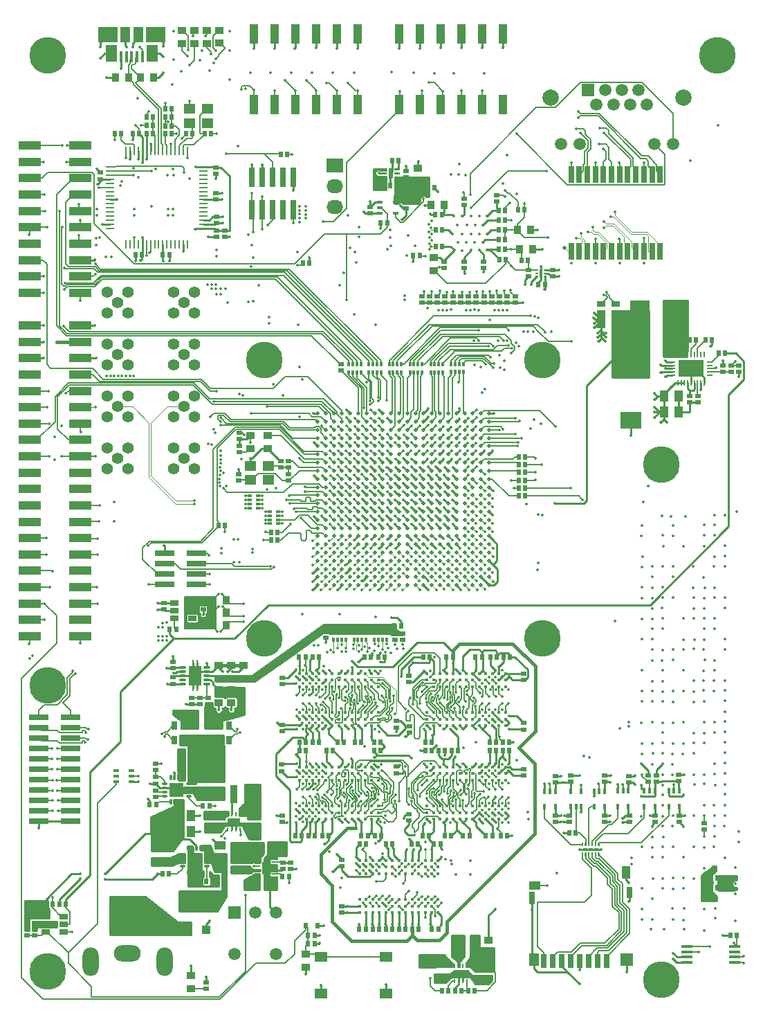
<source format=gbr>
G04 #@! TF.GenerationSoftware,KiCad,Pcbnew,5.0.0-rc3-6a2723a~65~ubuntu16.04.1*
G04 #@! TF.CreationDate,2018-11-29T22:42:39+06:00*
G04 #@! TF.ProjectId,Ki5,4B69352E6B696361645F706362000000,rev?*
G04 #@! TF.SameCoordinates,Original*
G04 #@! TF.FileFunction,Copper,L1,Top,Mixed*
G04 #@! TF.FilePolarity,Positive*
%FSLAX46Y46*%
G04 Gerber Fmt 4.6, Leading zero omitted, Abs format (unit mm)*
G04 Created by KiCad (PCBNEW 5.0.0-rc3-6a2723a~65~ubuntu16.04.1) date Thu Nov 29 22:42:39 2018*
%MOMM*%
%LPD*%
G01*
G04 APERTURE LIST*
G04 #@! TA.AperFunction,Conductor*
%ADD10C,0.100000*%
G04 #@! TD*
G04 #@! TA.AperFunction,SMDPad,CuDef*
%ADD11C,0.250000*%
G04 #@! TD*
G04 #@! TA.AperFunction,SMDPad,CuDef*
%ADD12C,0.500000*%
G04 #@! TD*
G04 #@! TA.AperFunction,SMDPad,CuDef*
%ADD13R,2.750000X1.000000*%
G04 #@! TD*
G04 #@! TA.AperFunction,SMDPad,CuDef*
%ADD14R,1.010000X0.762000*%
G04 #@! TD*
G04 #@! TA.AperFunction,SMDPad,CuDef*
%ADD15R,1.010000X2.287000*%
G04 #@! TD*
G04 #@! TA.AperFunction,SMDPad,CuDef*
%ADD16R,0.500000X0.250000*%
G04 #@! TD*
G04 #@! TA.AperFunction,SMDPad,CuDef*
%ADD17R,0.900000X1.600000*%
G04 #@! TD*
G04 #@! TA.AperFunction,SMDPad,CuDef*
%ADD18R,1.000000X0.900000*%
G04 #@! TD*
G04 #@! TA.AperFunction,SMDPad,CuDef*
%ADD19R,1.000000X1.550000*%
G04 #@! TD*
G04 #@! TA.AperFunction,SMDPad,CuDef*
%ADD20R,1.500000X1.500000*%
G04 #@! TD*
G04 #@! TA.AperFunction,SMDPad,CuDef*
%ADD21R,0.700000X1.750000*%
G04 #@! TD*
G04 #@! TA.AperFunction,SMDPad,CuDef*
%ADD22R,0.800000X1.400000*%
G04 #@! TD*
G04 #@! TA.AperFunction,SMDPad,CuDef*
%ADD23R,1.450000X1.000000*%
G04 #@! TD*
G04 #@! TA.AperFunction,SMDPad,CuDef*
%ADD24R,0.800000X1.500000*%
G04 #@! TD*
G04 #@! TA.AperFunction,SMDPad,CuDef*
%ADD25R,1.300000X1.500000*%
G04 #@! TD*
G04 #@! TA.AperFunction,SMDPad,CuDef*
%ADD26R,1.550000X1.300000*%
G04 #@! TD*
G04 #@! TA.AperFunction,ComponentPad*
%ADD27C,1.500000*%
G04 #@! TD*
G04 #@! TA.AperFunction,ComponentPad*
%ADD28C,2.000000*%
G04 #@! TD*
G04 #@! TA.AperFunction,ComponentPad*
%ADD29R,1.500000X1.500000*%
G04 #@! TD*
G04 #@! TA.AperFunction,SMDPad,CuDef*
%ADD30R,0.762000X1.010000*%
G04 #@! TD*
G04 #@! TA.AperFunction,SMDPad,CuDef*
%ADD31R,2.287000X1.010000*%
G04 #@! TD*
G04 #@! TA.AperFunction,SMDPad,CuDef*
%ADD32C,0.300000*%
G04 #@! TD*
G04 #@! TA.AperFunction,SMDPad,CuDef*
%ADD33C,0.200000*%
G04 #@! TD*
G04 #@! TA.AperFunction,SMDPad,CuDef*
%ADD34R,3.100000X2.100000*%
G04 #@! TD*
G04 #@! TA.AperFunction,SMDPad,CuDef*
%ADD35O,0.800000X0.200000*%
G04 #@! TD*
G04 #@! TA.AperFunction,SMDPad,CuDef*
%ADD36O,0.200000X0.800000*%
G04 #@! TD*
G04 #@! TA.AperFunction,SMDPad,CuDef*
%ADD37R,2.350000X5.100000*%
G04 #@! TD*
G04 #@! TA.AperFunction,SMDPad,CuDef*
%ADD38R,0.640000X2.030000*%
G04 #@! TD*
G04 #@! TA.AperFunction,ComponentPad*
%ADD39O,2.000000X3.500000*%
G04 #@! TD*
G04 #@! TA.AperFunction,ComponentPad*
%ADD40O,3.300000X2.000000*%
G04 #@! TD*
G04 #@! TA.AperFunction,ComponentPad*
%ADD41R,4.000000X2.000000*%
G04 #@! TD*
G04 #@! TA.AperFunction,BGAPad,CuDef*
%ADD42C,0.420000*%
G04 #@! TD*
G04 #@! TA.AperFunction,SMDPad,CuDef*
%ADD43R,0.650000X0.575000*%
G04 #@! TD*
G04 #@! TA.AperFunction,SMDPad,CuDef*
%ADD44R,0.575000X0.650000*%
G04 #@! TD*
G04 #@! TA.AperFunction,SMDPad,CuDef*
%ADD45R,1.000000X0.820000*%
G04 #@! TD*
G04 #@! TA.AperFunction,SMDPad,CuDef*
%ADD46R,1.120000X1.400000*%
G04 #@! TD*
G04 #@! TA.AperFunction,SMDPad,CuDef*
%ADD47R,1.400000X1.120000*%
G04 #@! TD*
G04 #@! TA.AperFunction,SMDPad,CuDef*
%ADD48R,0.820000X1.000000*%
G04 #@! TD*
G04 #@! TA.AperFunction,SMDPad,CuDef*
%ADD49R,2.600000X2.060000*%
G04 #@! TD*
G04 #@! TA.AperFunction,SMDPad,CuDef*
%ADD50R,1.100000X1.100000*%
G04 #@! TD*
G04 #@! TA.AperFunction,SMDPad,CuDef*
%ADD51R,0.600000X0.700000*%
G04 #@! TD*
G04 #@! TA.AperFunction,ComponentPad*
%ADD52C,1.400000*%
G04 #@! TD*
G04 #@! TA.AperFunction,SMDPad,CuDef*
%ADD53R,0.450000X1.380000*%
G04 #@! TD*
G04 #@! TA.AperFunction,SMDPad,CuDef*
%ADD54R,1.475000X2.100000*%
G04 #@! TD*
G04 #@! TA.AperFunction,SMDPad,CuDef*
%ADD55R,2.375000X1.900000*%
G04 #@! TD*
G04 #@! TA.AperFunction,SMDPad,CuDef*
%ADD56R,1.175000X1.900000*%
G04 #@! TD*
G04 #@! TA.AperFunction,SMDPad,CuDef*
%ADD57R,0.740000X2.400000*%
G04 #@! TD*
G04 #@! TA.AperFunction,SMDPad,CuDef*
%ADD58R,2.400000X0.740000*%
G04 #@! TD*
G04 #@! TA.AperFunction,ComponentPad*
%ADD59R,2.030000X1.730000*%
G04 #@! TD*
G04 #@! TA.AperFunction,ComponentPad*
%ADD60O,2.030000X1.730000*%
G04 #@! TD*
G04 #@! TA.AperFunction,SMDPad,CuDef*
%ADD61R,2.300000X0.850000*%
G04 #@! TD*
G04 #@! TA.AperFunction,SMDPad,CuDef*
%ADD62R,0.850000X2.300000*%
G04 #@! TD*
G04 #@! TA.AperFunction,ComponentPad*
%ADD63C,4.500000*%
G04 #@! TD*
G04 #@! TA.AperFunction,SMDPad,CuDef*
%ADD64R,0.650000X0.400000*%
G04 #@! TD*
G04 #@! TA.AperFunction,SMDPad,CuDef*
%ADD65R,0.500000X0.320000*%
G04 #@! TD*
G04 #@! TA.AperFunction,SMDPad,CuDef*
%ADD66R,0.320000X0.500000*%
G04 #@! TD*
G04 #@! TA.AperFunction,SMDPad,CuDef*
%ADD67R,0.400000X0.500000*%
G04 #@! TD*
G04 #@! TA.AperFunction,SMDPad,CuDef*
%ADD68R,0.300000X0.500000*%
G04 #@! TD*
G04 #@! TA.AperFunction,SMDPad,CuDef*
%ADD69R,1.120000X2.440000*%
G04 #@! TD*
G04 #@! TA.AperFunction,BGAPad,CuDef*
%ADD70C,0.500000*%
G04 #@! TD*
G04 #@! TA.AperFunction,SMDPad,CuDef*
%ADD71O,0.850000X0.280000*%
G04 #@! TD*
G04 #@! TA.AperFunction,SMDPad,CuDef*
%ADD72R,0.280000X0.280000*%
G04 #@! TD*
G04 #@! TA.AperFunction,SMDPad,CuDef*
%ADD73R,0.680000X1.050000*%
G04 #@! TD*
G04 #@! TA.AperFunction,SMDPad,CuDef*
%ADD74R,0.280000X0.700000*%
G04 #@! TD*
G04 #@! TA.AperFunction,SMDPad,CuDef*
%ADD75R,0.260000X0.500000*%
G04 #@! TD*
G04 #@! TA.AperFunction,SMDPad,CuDef*
%ADD76R,1.650000X2.400000*%
G04 #@! TD*
G04 #@! TA.AperFunction,SMDPad,CuDef*
%ADD77R,0.250000X1.000000*%
G04 #@! TD*
G04 #@! TA.AperFunction,SMDPad,CuDef*
%ADD78R,1.000000X0.250000*%
G04 #@! TD*
G04 #@! TA.AperFunction,SMDPad,CuDef*
%ADD79R,0.250000X0.500000*%
G04 #@! TD*
G04 #@! TA.AperFunction,SMDPad,CuDef*
%ADD80R,1.600000X0.900000*%
G04 #@! TD*
G04 #@! TA.AperFunction,SMDPad,CuDef*
%ADD81O,0.300000X0.750000*%
G04 #@! TD*
G04 #@! TA.AperFunction,SMDPad,CuDef*
%ADD82O,0.750000X0.300000*%
G04 #@! TD*
G04 #@! TA.AperFunction,SMDPad,CuDef*
%ADD83R,1.800000X1.800000*%
G04 #@! TD*
G04 #@! TA.AperFunction,SMDPad,CuDef*
%ADD84R,1.060000X0.650000*%
G04 #@! TD*
G04 #@! TA.AperFunction,SMDPad,CuDef*
%ADD85R,0.400000X0.650000*%
G04 #@! TD*
G04 #@! TA.AperFunction,SMDPad,CuDef*
%ADD86R,0.400000X1.080000*%
G04 #@! TD*
G04 #@! TA.AperFunction,SMDPad,CuDef*
%ADD87R,0.350000X0.240000*%
G04 #@! TD*
G04 #@! TA.AperFunction,SMDPad,CuDef*
%ADD88R,1.450000X0.450000*%
G04 #@! TD*
G04 #@! TA.AperFunction,SMDPad,CuDef*
%ADD89R,1.400000X1.200000*%
G04 #@! TD*
G04 #@! TA.AperFunction,ViaPad*
%ADD90C,0.355600*%
G04 #@! TD*
G04 #@! TA.AperFunction,ViaPad*
%ADD91C,0.508000*%
G04 #@! TD*
G04 #@! TA.AperFunction,Conductor*
%ADD92C,0.254000*%
G04 #@! TD*
G04 #@! TA.AperFunction,Conductor*
%ADD93C,0.127000*%
G04 #@! TD*
G04 #@! TA.AperFunction,Conductor*
%ADD94C,0.203200*%
G04 #@! TD*
G04 #@! TA.AperFunction,Conductor*
%ADD95C,0.381000*%
G04 #@! TD*
G04 #@! TA.AperFunction,Conductor*
%ADD96C,0.152400*%
G04 #@! TD*
G04 #@! TA.AperFunction,Conductor*
%ADD97C,0.076200*%
G04 #@! TD*
G04 #@! TA.AperFunction,Conductor*
%ADD98C,0.121920*%
G04 #@! TD*
G04 APERTURE END LIST*
D10*
G04 #@! TO.N,Net-(C211-Pad2)*
G04 #@! TO.C,U35*
G36*
X75962626Y-46357301D02*
X75968693Y-46358201D01*
X75974643Y-46359691D01*
X75980418Y-46361758D01*
X75985962Y-46364380D01*
X75991223Y-46367533D01*
X75996150Y-46371187D01*
X76000694Y-46375306D01*
X76004813Y-46379850D01*
X76008467Y-46384777D01*
X76011620Y-46390038D01*
X76014242Y-46395582D01*
X76016309Y-46401357D01*
X76017799Y-46407307D01*
X76018699Y-46413374D01*
X76019000Y-46419500D01*
X76019000Y-46544500D01*
X76018699Y-46550626D01*
X76017799Y-46556693D01*
X76016309Y-46562643D01*
X76014242Y-46568418D01*
X76011620Y-46573962D01*
X76008467Y-46579223D01*
X76004813Y-46584150D01*
X76000694Y-46588694D01*
X75996150Y-46592813D01*
X75991223Y-46596467D01*
X75985962Y-46599620D01*
X75980418Y-46602242D01*
X75974643Y-46604309D01*
X75968693Y-46605799D01*
X75962626Y-46606699D01*
X75956500Y-46607000D01*
X75381500Y-46607000D01*
X75375374Y-46606699D01*
X75369307Y-46605799D01*
X75363357Y-46604309D01*
X75357582Y-46602242D01*
X75352038Y-46599620D01*
X75346777Y-46596467D01*
X75341850Y-46592813D01*
X75337306Y-46588694D01*
X75333187Y-46584150D01*
X75329533Y-46579223D01*
X75326380Y-46573962D01*
X75323758Y-46568418D01*
X75321691Y-46562643D01*
X75320201Y-46556693D01*
X75319301Y-46550626D01*
X75319000Y-46544500D01*
X75319000Y-46419500D01*
X75319301Y-46413374D01*
X75320201Y-46407307D01*
X75321691Y-46401357D01*
X75323758Y-46395582D01*
X75326380Y-46390038D01*
X75329533Y-46384777D01*
X75333187Y-46379850D01*
X75337306Y-46375306D01*
X75341850Y-46371187D01*
X75346777Y-46367533D01*
X75352038Y-46364380D01*
X75357582Y-46361758D01*
X75363357Y-46359691D01*
X75369307Y-46358201D01*
X75375374Y-46357301D01*
X75381500Y-46357000D01*
X75956500Y-46357000D01*
X75962626Y-46357301D01*
X75962626Y-46357301D01*
G37*
D11*
G04 #@! TD*
G04 #@! TO.P,U35,6*
G04 #@! TO.N,Net-(C211-Pad2)*
X75669000Y-46482000D03*
D10*
G04 #@! TO.N,Net-(U35-Pad5)*
G04 #@! TO.C,U35*
G36*
X75962626Y-46857301D02*
X75968693Y-46858201D01*
X75974643Y-46859691D01*
X75980418Y-46861758D01*
X75985962Y-46864380D01*
X75991223Y-46867533D01*
X75996150Y-46871187D01*
X76000694Y-46875306D01*
X76004813Y-46879850D01*
X76008467Y-46884777D01*
X76011620Y-46890038D01*
X76014242Y-46895582D01*
X76016309Y-46901357D01*
X76017799Y-46907307D01*
X76018699Y-46913374D01*
X76019000Y-46919500D01*
X76019000Y-47044500D01*
X76018699Y-47050626D01*
X76017799Y-47056693D01*
X76016309Y-47062643D01*
X76014242Y-47068418D01*
X76011620Y-47073962D01*
X76008467Y-47079223D01*
X76004813Y-47084150D01*
X76000694Y-47088694D01*
X75996150Y-47092813D01*
X75991223Y-47096467D01*
X75985962Y-47099620D01*
X75980418Y-47102242D01*
X75974643Y-47104309D01*
X75968693Y-47105799D01*
X75962626Y-47106699D01*
X75956500Y-47107000D01*
X75381500Y-47107000D01*
X75375374Y-47106699D01*
X75369307Y-47105799D01*
X75363357Y-47104309D01*
X75357582Y-47102242D01*
X75352038Y-47099620D01*
X75346777Y-47096467D01*
X75341850Y-47092813D01*
X75337306Y-47088694D01*
X75333187Y-47084150D01*
X75329533Y-47079223D01*
X75326380Y-47073962D01*
X75323758Y-47068418D01*
X75321691Y-47062643D01*
X75320201Y-47056693D01*
X75319301Y-47050626D01*
X75319000Y-47044500D01*
X75319000Y-46919500D01*
X75319301Y-46913374D01*
X75320201Y-46907307D01*
X75321691Y-46901357D01*
X75323758Y-46895582D01*
X75326380Y-46890038D01*
X75329533Y-46884777D01*
X75333187Y-46879850D01*
X75337306Y-46875306D01*
X75341850Y-46871187D01*
X75346777Y-46867533D01*
X75352038Y-46864380D01*
X75357582Y-46861758D01*
X75363357Y-46859691D01*
X75369307Y-46858201D01*
X75375374Y-46857301D01*
X75381500Y-46857000D01*
X75956500Y-46857000D01*
X75962626Y-46857301D01*
X75962626Y-46857301D01*
G37*
D11*
G04 #@! TD*
G04 #@! TO.P,U35,5*
G04 #@! TO.N,Net-(U35-Pad5)*
X75669000Y-46982000D03*
D10*
G04 #@! TO.N,+2V5*
G04 #@! TO.C,U35*
G36*
X75962626Y-47357301D02*
X75968693Y-47358201D01*
X75974643Y-47359691D01*
X75980418Y-47361758D01*
X75985962Y-47364380D01*
X75991223Y-47367533D01*
X75996150Y-47371187D01*
X76000694Y-47375306D01*
X76004813Y-47379850D01*
X76008467Y-47384777D01*
X76011620Y-47390038D01*
X76014242Y-47395582D01*
X76016309Y-47401357D01*
X76017799Y-47407307D01*
X76018699Y-47413374D01*
X76019000Y-47419500D01*
X76019000Y-47544500D01*
X76018699Y-47550626D01*
X76017799Y-47556693D01*
X76016309Y-47562643D01*
X76014242Y-47568418D01*
X76011620Y-47573962D01*
X76008467Y-47579223D01*
X76004813Y-47584150D01*
X76000694Y-47588694D01*
X75996150Y-47592813D01*
X75991223Y-47596467D01*
X75985962Y-47599620D01*
X75980418Y-47602242D01*
X75974643Y-47604309D01*
X75968693Y-47605799D01*
X75962626Y-47606699D01*
X75956500Y-47607000D01*
X75381500Y-47607000D01*
X75375374Y-47606699D01*
X75369307Y-47605799D01*
X75363357Y-47604309D01*
X75357582Y-47602242D01*
X75352038Y-47599620D01*
X75346777Y-47596467D01*
X75341850Y-47592813D01*
X75337306Y-47588694D01*
X75333187Y-47584150D01*
X75329533Y-47579223D01*
X75326380Y-47573962D01*
X75323758Y-47568418D01*
X75321691Y-47562643D01*
X75320201Y-47556693D01*
X75319301Y-47550626D01*
X75319000Y-47544500D01*
X75319000Y-47419500D01*
X75319301Y-47413374D01*
X75320201Y-47407307D01*
X75321691Y-47401357D01*
X75323758Y-47395582D01*
X75326380Y-47390038D01*
X75329533Y-47384777D01*
X75333187Y-47379850D01*
X75337306Y-47375306D01*
X75341850Y-47371187D01*
X75346777Y-47367533D01*
X75352038Y-47364380D01*
X75357582Y-47361758D01*
X75363357Y-47359691D01*
X75369307Y-47358201D01*
X75375374Y-47357301D01*
X75381500Y-47357000D01*
X75956500Y-47357000D01*
X75962626Y-47357301D01*
X75962626Y-47357301D01*
G37*
D11*
G04 #@! TD*
G04 #@! TO.P,U35,4*
G04 #@! TO.N,+2V5*
X75669000Y-47482000D03*
D10*
G04 #@! TO.N,+3V3*
G04 #@! TO.C,U35*
G36*
X74362626Y-47357301D02*
X74368693Y-47358201D01*
X74374643Y-47359691D01*
X74380418Y-47361758D01*
X74385962Y-47364380D01*
X74391223Y-47367533D01*
X74396150Y-47371187D01*
X74400694Y-47375306D01*
X74404813Y-47379850D01*
X74408467Y-47384777D01*
X74411620Y-47390038D01*
X74414242Y-47395582D01*
X74416309Y-47401357D01*
X74417799Y-47407307D01*
X74418699Y-47413374D01*
X74419000Y-47419500D01*
X74419000Y-47544500D01*
X74418699Y-47550626D01*
X74417799Y-47556693D01*
X74416309Y-47562643D01*
X74414242Y-47568418D01*
X74411620Y-47573962D01*
X74408467Y-47579223D01*
X74404813Y-47584150D01*
X74400694Y-47588694D01*
X74396150Y-47592813D01*
X74391223Y-47596467D01*
X74385962Y-47599620D01*
X74380418Y-47602242D01*
X74374643Y-47604309D01*
X74368693Y-47605799D01*
X74362626Y-47606699D01*
X74356500Y-47607000D01*
X73781500Y-47607000D01*
X73775374Y-47606699D01*
X73769307Y-47605799D01*
X73763357Y-47604309D01*
X73757582Y-47602242D01*
X73752038Y-47599620D01*
X73746777Y-47596467D01*
X73741850Y-47592813D01*
X73737306Y-47588694D01*
X73733187Y-47584150D01*
X73729533Y-47579223D01*
X73726380Y-47573962D01*
X73723758Y-47568418D01*
X73721691Y-47562643D01*
X73720201Y-47556693D01*
X73719301Y-47550626D01*
X73719000Y-47544500D01*
X73719000Y-47419500D01*
X73719301Y-47413374D01*
X73720201Y-47407307D01*
X73721691Y-47401357D01*
X73723758Y-47395582D01*
X73726380Y-47390038D01*
X73729533Y-47384777D01*
X73733187Y-47379850D01*
X73737306Y-47375306D01*
X73741850Y-47371187D01*
X73746777Y-47367533D01*
X73752038Y-47364380D01*
X73757582Y-47361758D01*
X73763357Y-47359691D01*
X73769307Y-47358201D01*
X73775374Y-47357301D01*
X73781500Y-47357000D01*
X74356500Y-47357000D01*
X74362626Y-47357301D01*
X74362626Y-47357301D01*
G37*
D11*
G04 #@! TD*
G04 #@! TO.P,U35,3*
G04 #@! TO.N,+3V3*
X74069000Y-47482000D03*
D10*
G04 #@! TO.N,AGND*
G04 #@! TO.C,U35*
G36*
X74362626Y-46857301D02*
X74368693Y-46858201D01*
X74374643Y-46859691D01*
X74380418Y-46861758D01*
X74385962Y-46864380D01*
X74391223Y-46867533D01*
X74396150Y-46871187D01*
X74400694Y-46875306D01*
X74404813Y-46879850D01*
X74408467Y-46884777D01*
X74411620Y-46890038D01*
X74414242Y-46895582D01*
X74416309Y-46901357D01*
X74417799Y-46907307D01*
X74418699Y-46913374D01*
X74419000Y-46919500D01*
X74419000Y-47044500D01*
X74418699Y-47050626D01*
X74417799Y-47056693D01*
X74416309Y-47062643D01*
X74414242Y-47068418D01*
X74411620Y-47073962D01*
X74408467Y-47079223D01*
X74404813Y-47084150D01*
X74400694Y-47088694D01*
X74396150Y-47092813D01*
X74391223Y-47096467D01*
X74385962Y-47099620D01*
X74380418Y-47102242D01*
X74374643Y-47104309D01*
X74368693Y-47105799D01*
X74362626Y-47106699D01*
X74356500Y-47107000D01*
X73781500Y-47107000D01*
X73775374Y-47106699D01*
X73769307Y-47105799D01*
X73763357Y-47104309D01*
X73757582Y-47102242D01*
X73752038Y-47099620D01*
X73746777Y-47096467D01*
X73741850Y-47092813D01*
X73737306Y-47088694D01*
X73733187Y-47084150D01*
X73729533Y-47079223D01*
X73726380Y-47073962D01*
X73723758Y-47068418D01*
X73721691Y-47062643D01*
X73720201Y-47056693D01*
X73719301Y-47050626D01*
X73719000Y-47044500D01*
X73719000Y-46919500D01*
X73719301Y-46913374D01*
X73720201Y-46907307D01*
X73721691Y-46901357D01*
X73723758Y-46895582D01*
X73726380Y-46890038D01*
X73729533Y-46884777D01*
X73733187Y-46879850D01*
X73737306Y-46875306D01*
X73741850Y-46871187D01*
X73746777Y-46867533D01*
X73752038Y-46864380D01*
X73757582Y-46861758D01*
X73763357Y-46859691D01*
X73769307Y-46858201D01*
X73775374Y-46857301D01*
X73781500Y-46857000D01*
X74356500Y-46857000D01*
X74362626Y-46857301D01*
X74362626Y-46857301D01*
G37*
D11*
G04 #@! TD*
G04 #@! TO.P,U35,2*
G04 #@! TO.N,AGND*
X74069000Y-46982000D03*
D10*
G04 #@! TO.N,+3V3*
G04 #@! TO.C,U35*
G36*
X74362626Y-46357301D02*
X74368693Y-46358201D01*
X74374643Y-46359691D01*
X74380418Y-46361758D01*
X74385962Y-46364380D01*
X74391223Y-46367533D01*
X74396150Y-46371187D01*
X74400694Y-46375306D01*
X74404813Y-46379850D01*
X74408467Y-46384777D01*
X74411620Y-46390038D01*
X74414242Y-46395582D01*
X74416309Y-46401357D01*
X74417799Y-46407307D01*
X74418699Y-46413374D01*
X74419000Y-46419500D01*
X74419000Y-46544500D01*
X74418699Y-46550626D01*
X74417799Y-46556693D01*
X74416309Y-46562643D01*
X74414242Y-46568418D01*
X74411620Y-46573962D01*
X74408467Y-46579223D01*
X74404813Y-46584150D01*
X74400694Y-46588694D01*
X74396150Y-46592813D01*
X74391223Y-46596467D01*
X74385962Y-46599620D01*
X74380418Y-46602242D01*
X74374643Y-46604309D01*
X74368693Y-46605799D01*
X74362626Y-46606699D01*
X74356500Y-46607000D01*
X73781500Y-46607000D01*
X73775374Y-46606699D01*
X73769307Y-46605799D01*
X73763357Y-46604309D01*
X73757582Y-46602242D01*
X73752038Y-46599620D01*
X73746777Y-46596467D01*
X73741850Y-46592813D01*
X73737306Y-46588694D01*
X73733187Y-46584150D01*
X73729533Y-46579223D01*
X73726380Y-46573962D01*
X73723758Y-46568418D01*
X73721691Y-46562643D01*
X73720201Y-46556693D01*
X73719301Y-46550626D01*
X73719000Y-46544500D01*
X73719000Y-46419500D01*
X73719301Y-46413374D01*
X73720201Y-46407307D01*
X73721691Y-46401357D01*
X73723758Y-46395582D01*
X73726380Y-46390038D01*
X73729533Y-46384777D01*
X73733187Y-46379850D01*
X73737306Y-46375306D01*
X73741850Y-46371187D01*
X73746777Y-46367533D01*
X73752038Y-46364380D01*
X73757582Y-46361758D01*
X73763357Y-46359691D01*
X73769307Y-46358201D01*
X73775374Y-46357301D01*
X73781500Y-46357000D01*
X74356500Y-46357000D01*
X74362626Y-46357301D01*
X74362626Y-46357301D01*
G37*
D11*
G04 #@! TD*
G04 #@! TO.P,U35,1*
G04 #@! TO.N,+3V3*
X74069000Y-46482000D03*
D10*
G04 #@! TO.N,AGND*
G04 #@! TO.C,U35*
G36*
X75006252Y-46352602D02*
X75018386Y-46354402D01*
X75030286Y-46357382D01*
X75041835Y-46361515D01*
X75052925Y-46366760D01*
X75063446Y-46373066D01*
X75073299Y-46380374D01*
X75082388Y-46388612D01*
X75090626Y-46397701D01*
X75097934Y-46407554D01*
X75104240Y-46418075D01*
X75109485Y-46429165D01*
X75113618Y-46440714D01*
X75116598Y-46452614D01*
X75118398Y-46464748D01*
X75119000Y-46477000D01*
X75119000Y-47487000D01*
X75118398Y-47499252D01*
X75116598Y-47511386D01*
X75113618Y-47523286D01*
X75109485Y-47534835D01*
X75104240Y-47545925D01*
X75097934Y-47556446D01*
X75090626Y-47566299D01*
X75082388Y-47575388D01*
X75073299Y-47583626D01*
X75063446Y-47590934D01*
X75052925Y-47597240D01*
X75041835Y-47602485D01*
X75030286Y-47606618D01*
X75018386Y-47609598D01*
X75006252Y-47611398D01*
X74994000Y-47612000D01*
X74744000Y-47612000D01*
X74731748Y-47611398D01*
X74719614Y-47609598D01*
X74707714Y-47606618D01*
X74696165Y-47602485D01*
X74685075Y-47597240D01*
X74674554Y-47590934D01*
X74664701Y-47583626D01*
X74655612Y-47575388D01*
X74647374Y-47566299D01*
X74640066Y-47556446D01*
X74633760Y-47545925D01*
X74628515Y-47534835D01*
X74624382Y-47523286D01*
X74621402Y-47511386D01*
X74619602Y-47499252D01*
X74619000Y-47487000D01*
X74619000Y-46477000D01*
X74619602Y-46464748D01*
X74621402Y-46452614D01*
X74624382Y-46440714D01*
X74628515Y-46429165D01*
X74633760Y-46418075D01*
X74640066Y-46407554D01*
X74647374Y-46397701D01*
X74655612Y-46388612D01*
X74664701Y-46380374D01*
X74674554Y-46373066D01*
X74685075Y-46366760D01*
X74696165Y-46361515D01*
X74707714Y-46357382D01*
X74719614Y-46354402D01*
X74731748Y-46352602D01*
X74744000Y-46352000D01*
X74994000Y-46352000D01*
X75006252Y-46352602D01*
X75006252Y-46352602D01*
G37*
D12*
G04 #@! TD*
G04 #@! TO.P,U35,7*
G04 #@! TO.N,AGND*
X74869000Y-46982000D03*
D13*
G04 #@! TO.P,J2,1*
G04 #@! TO.N,/Freedom-U540_2/PWM0_2*
X36907000Y-43590000D03*
G04 #@! TO.P,J2,2*
G04 #@! TO.N,/Freedom-U540_2/PWM0_0*
X30657000Y-43590000D03*
G04 #@! TO.P,J2,3*
G04 #@! TO.N,/Freedom-U540_2/PWM0_3*
X36907000Y-45590000D03*
G04 #@! TO.P,J2,4*
G04 #@! TO.N,/Freedom-U540_2/PWM0_1*
X30657000Y-45590000D03*
G04 #@! TO.P,J2,5*
G04 #@! TO.N,/Freedom-U540_2/QSPI1_DQ2_R*
X36907000Y-47590000D03*
G04 #@! TO.P,J2,6*
G04 #@! TO.N,GEMGXL_RST*
X30657000Y-47590000D03*
G04 #@! TO.P,J2,7*
G04 #@! TO.N,/Freedom-U540_2/QSPI1_DQ3_R*
X36907000Y-49590000D03*
G04 #@! TO.P,J2,8*
G04 #@! TO.N,FASTLINK_FAIL*
X30657000Y-49590000D03*
G04 #@! TO.P,J2,9*
G04 #@! TO.N,/Freedom-U540_2/QSPI1_CS1_R*
X36907000Y-51590000D03*
G04 #@! TO.P,J2,10*
G04 #@! TO.N,/Freedom-U540_2/EN_VDD_SD*
X30657000Y-51590000D03*
G04 #@! TO.P,J2,11*
G04 #@! TO.N,/Freedom-U540_2/QSPI1_CS2_R*
X36907000Y-53590000D03*
G04 #@! TO.P,J2,12*
G04 #@! TO.N,/Freedom-U540_2/SD_CD*
X30657000Y-53590000D03*
G04 #@! TO.P,J2,13*
G04 #@! TO.N,/Freedom-U540_2/QSPI1_CS3_R*
X36907000Y-55590000D03*
G04 #@! TO.P,J2,14*
G04 #@! TO.N,Net-(J2-Pad14)*
X30657000Y-55590000D03*
G04 #@! TO.P,J2,15*
G04 #@! TO.N,AGND*
X36907000Y-57590000D03*
G04 #@! TO.P,J2,16*
G04 #@! TO.N,/Freedom-U540_2/PWM1_0*
X30657000Y-57590000D03*
G04 #@! TO.P,J2,17*
G04 #@! TO.N,/Freedom-U540_2/PWM1_2*
X36907000Y-59590000D03*
G04 #@! TO.P,J2,18*
G04 #@! TO.N,/Freedom-U540_2/PWM1_1*
X30657000Y-59590000D03*
G04 #@! TO.P,J2,19*
G04 #@! TO.N,/Freedom-U540_2/PWM1_3*
X36907000Y-61590000D03*
G04 #@! TO.P,J2,20*
G04 #@! TO.N,AGND*
X30657000Y-61590000D03*
G04 #@! TD*
D14*
G04 #@! TO.P,RS10,2*
G04 #@! TO.N,VDD_SOC_CORE_N*
X100631200Y-62953400D03*
G04 #@! TO.P,RS10,3*
G04 #@! TO.N,VDD_SOC_CORE_P*
X102401200Y-62953400D03*
D15*
G04 #@! TO.P,RS10,4*
G04 #@! TO.N,VDD_DDRPLL_P*
X102401200Y-64858900D03*
G04 #@! TO.P,RS10,1*
G04 #@! TO.N,VDD*
X100631200Y-64859400D03*
G04 #@! TD*
D16*
G04 #@! TO.P,U15,6*
G04 #@! TO.N,PG_1V8*
X58638400Y-131677600D03*
G04 #@! TO.P,U15,5*
G04 #@! TO.N,VDD_GIVDD_P*
X58638400Y-131177600D03*
G04 #@! TO.P,U15,4*
G04 #@! TO.N,Net-(R40-Pad1)*
X60538400Y-131177600D03*
G04 #@! TO.P,U15,2*
G04 #@! TO.N,AGND*
X60538400Y-132177600D03*
G04 #@! TO.P,U15,1*
G04 #@! TO.N,/Power.sch/EN_1V8*
X60538400Y-132677600D03*
D17*
G04 #@! TO.P,U15,9*
G04 #@! TO.N,AGND*
X59588400Y-131927600D03*
D16*
G04 #@! TO.P,U15,8*
G04 #@! TO.N,+5V*
X58638400Y-132677600D03*
G04 #@! TO.P,U15,7*
G04 #@! TO.N,Net-(L3-Pad1)*
X58638400Y-132177600D03*
G04 #@! TO.P,U15,3*
G04 #@! TO.N,AGND*
X60538400Y-131677600D03*
G04 #@! TD*
D18*
G04 #@! TO.P,X2,4*
G04 #@! TO.N,VDD_GIVDD_P*
X57693000Y-79082600D03*
G04 #@! TO.P,X2,3*
G04 #@! TO.N,/Freedom-U540_2/RTCXALTCLKIN*
X59843000Y-79082600D03*
G04 #@! TO.P,X2,2*
G04 #@! TO.N,AGND*
X59843000Y-80632600D03*
G04 #@! TO.P,X2,1*
G04 #@! TO.N,Net-(R44-Pad1)*
X57693000Y-80632600D03*
G04 #@! TD*
D19*
G04 #@! TO.P,J10,10*
G04 #@! TO.N,AGND*
X103687600Y-132490000D03*
D20*
G04 #@! TO.P,J10,11*
X103737600Y-143165000D03*
D21*
G04 #@! TO.P,J10,1*
G04 #@! TO.N,/Freedom-U540_2/QSPI2_WP_CON*
X101287600Y-143290000D03*
G04 #@! TO.P,J10,2*
G04 #@! TO.N,/Freedom-U540_2/QSPI2_CS_CON*
X100187600Y-143290000D03*
G04 #@! TO.P,J10,3*
G04 #@! TO.N,/Freedom-U540_2/QSPI2_MOSI_CON*
X99087600Y-143290000D03*
G04 #@! TO.P,J10,4*
G04 #@! TO.N,+3.3VA*
X97987600Y-143290000D03*
G04 #@! TO.P,J10,5*
G04 #@! TO.N,/Freedom-U540_2/QSPI2_SCK_CON*
X96887600Y-143290000D03*
G04 #@! TO.P,J10,6*
G04 #@! TO.N,AGND*
X95787600Y-143290000D03*
G04 #@! TO.P,J10,7*
G04 #@! TO.N,/Freedom-U540_2/QSPI2_MISO_CON*
X94687600Y-143290000D03*
D22*
G04 #@! TO.P,J10,11*
G04 #@! TO.N,AGND*
X104087600Y-134915000D03*
D23*
G04 #@! TO.P,J10,9*
G04 #@! TO.N,/Freedom-U540_2/SD_CD*
X92462600Y-134065000D03*
D24*
G04 #@! TO.P,J10,11*
G04 #@! TO.N,AGND*
X92137600Y-135565000D03*
D25*
X92387600Y-143165000D03*
D21*
G04 #@! TO.P,J10,8*
G04 #@! TO.N,/Freedom-U540_2/QSPI2_HOLD_CON*
X93587600Y-143290000D03*
G04 #@! TD*
D26*
G04 #@! TO.P,S2,2*
G04 #@! TO.N,RESET_N*
X66370400Y-142784000D03*
G04 #@! TO.P,S2,1*
G04 #@! TO.N,AGND*
X66370400Y-147284000D03*
X74330400Y-147284000D03*
G04 #@! TO.P,S2,2*
G04 #@! TO.N,RESET_N*
X74330400Y-142784000D03*
G04 #@! TD*
D27*
G04 #@! TO.P,J12,12*
G04 #@! TO.N,/Ethernet/ELED1*
X109480000Y-43430000D03*
G04 #@! TO.P,J12,11*
G04 #@! TO.N,Net-(J12-Pad11)*
X107190000Y-43430000D03*
G04 #@! TO.P,J12,10*
G04 #@! TO.N,/Ethernet/ELED0*
X98050000Y-43430000D03*
G04 #@! TO.P,J12,9*
G04 #@! TO.N,Net-(J12-Pad9)*
X95760000Y-43430000D03*
D28*
G04 #@! TO.P,J12,SH*
G04 #@! TO.N,AGND*
X94490000Y-37720000D03*
X110750000Y-37720000D03*
D27*
G04 #@! TO.P,J12,8*
G04 #@! TO.N,/Ethernet/MX1_P*
X106200000Y-38610000D03*
G04 #@! TO.P,J12,6*
G04 #@! TO.N,/Ethernet/MX2_P*
X104160000Y-38610000D03*
G04 #@! TO.P,J12,4*
G04 #@! TO.N,/Ethernet/MX3_N*
X102120000Y-38610000D03*
G04 #@! TO.P,J12,2*
G04 #@! TO.N,/Ethernet/MX4_P*
X100080000Y-38610000D03*
G04 #@! TO.P,J12,7*
G04 #@! TO.N,/Ethernet/MX1_N*
X105180000Y-36830000D03*
G04 #@! TO.P,J12,5*
G04 #@! TO.N,/Ethernet/MX3_P*
X103140000Y-36830000D03*
G04 #@! TO.P,J12,3*
G04 #@! TO.N,/Ethernet/MX2_N*
X101100000Y-36830000D03*
D29*
G04 #@! TO.P,J12,1*
G04 #@! TO.N,/Ethernet/MX4_N*
X99060000Y-36830000D03*
G04 #@! TD*
D30*
G04 #@! TO.P,RS1,2*
G04 #@! TO.N,VDD_DDR_MEM_N*
X55086800Y-114519200D03*
G04 #@! TO.P,RS1,3*
G04 #@! TO.N,VDD_DDR_MEM_P*
X55086800Y-116289200D03*
D31*
G04 #@! TO.P,RS1,4*
G04 #@! TO.N,VMEM*
X53181300Y-116289200D03*
G04 #@! TO.P,RS1,1*
G04 #@! TO.N,+1V2*
X53180800Y-114519200D03*
G04 #@! TD*
D30*
G04 #@! TO.P,RS2,2*
G04 #@! TO.N,VDD_DDR_SOC_P*
X48368000Y-116289200D03*
G04 #@! TO.P,RS2,3*
G04 #@! TO.N,VDD_DDR_SOC_N*
X48368000Y-114519200D03*
D31*
G04 #@! TO.P,RS2,4*
G04 #@! TO.N,VCCQ*
X50273500Y-114519200D03*
G04 #@! TO.P,RS2,1*
G04 #@! TO.N,VMEM*
X50274000Y-116289200D03*
G04 #@! TD*
D10*
G04 #@! TO.N,AGND*
G04 #@! TO.C,U26*
G36*
X98859151Y-129517361D02*
X98866432Y-129518441D01*
X98873571Y-129520229D01*
X98880501Y-129522709D01*
X98887155Y-129525856D01*
X98893468Y-129529640D01*
X98899379Y-129534024D01*
X98904833Y-129538967D01*
X98909776Y-129544421D01*
X98914160Y-129550332D01*
X98917944Y-129556645D01*
X98921091Y-129563299D01*
X98923571Y-129570229D01*
X98925359Y-129577368D01*
X98926439Y-129584649D01*
X98926800Y-129592000D01*
X98926800Y-129742000D01*
X98926439Y-129749351D01*
X98925359Y-129756632D01*
X98923571Y-129763771D01*
X98921091Y-129770701D01*
X98917944Y-129777355D01*
X98914160Y-129783668D01*
X98909776Y-129789579D01*
X98904833Y-129795033D01*
X98899379Y-129799976D01*
X98893468Y-129804360D01*
X98887155Y-129808144D01*
X98880501Y-129811291D01*
X98873571Y-129813771D01*
X98866432Y-129815559D01*
X98859151Y-129816639D01*
X98851800Y-129817000D01*
X98451800Y-129817000D01*
X98444449Y-129816639D01*
X98437168Y-129815559D01*
X98430029Y-129813771D01*
X98423099Y-129811291D01*
X98416445Y-129808144D01*
X98410132Y-129804360D01*
X98404221Y-129799976D01*
X98398767Y-129795033D01*
X98393824Y-129789579D01*
X98389440Y-129783668D01*
X98385656Y-129777355D01*
X98382509Y-129770701D01*
X98380029Y-129763771D01*
X98378241Y-129756632D01*
X98377161Y-129749351D01*
X98376800Y-129742000D01*
X98376800Y-129592000D01*
X98377161Y-129584649D01*
X98378241Y-129577368D01*
X98380029Y-129570229D01*
X98382509Y-129563299D01*
X98385656Y-129556645D01*
X98389440Y-129550332D01*
X98393824Y-129544421D01*
X98398767Y-129538967D01*
X98404221Y-129534024D01*
X98410132Y-129529640D01*
X98416445Y-129525856D01*
X98423099Y-129522709D01*
X98430029Y-129520229D01*
X98437168Y-129518441D01*
X98444449Y-129517361D01*
X98451800Y-129517000D01*
X98851800Y-129517000D01*
X98859151Y-129517361D01*
X98859151Y-129517361D01*
G37*
D32*
G04 #@! TD*
G04 #@! TO.P,U26,13*
G04 #@! TO.N,AGND*
X98651800Y-129667000D03*
D10*
G04 #@! TO.N,AGND*
G04 #@! TO.C,U26*
G36*
X100219151Y-129517361D02*
X100226432Y-129518441D01*
X100233571Y-129520229D01*
X100240501Y-129522709D01*
X100247155Y-129525856D01*
X100253468Y-129529640D01*
X100259379Y-129534024D01*
X100264833Y-129538967D01*
X100269776Y-129544421D01*
X100274160Y-129550332D01*
X100277944Y-129556645D01*
X100281091Y-129563299D01*
X100283571Y-129570229D01*
X100285359Y-129577368D01*
X100286439Y-129584649D01*
X100286800Y-129592000D01*
X100286800Y-129742000D01*
X100286439Y-129749351D01*
X100285359Y-129756632D01*
X100283571Y-129763771D01*
X100281091Y-129770701D01*
X100277944Y-129777355D01*
X100274160Y-129783668D01*
X100269776Y-129789579D01*
X100264833Y-129795033D01*
X100259379Y-129799976D01*
X100253468Y-129804360D01*
X100247155Y-129808144D01*
X100240501Y-129811291D01*
X100233571Y-129813771D01*
X100226432Y-129815559D01*
X100219151Y-129816639D01*
X100211800Y-129817000D01*
X99811800Y-129817000D01*
X99804449Y-129816639D01*
X99797168Y-129815559D01*
X99790029Y-129813771D01*
X99783099Y-129811291D01*
X99776445Y-129808144D01*
X99770132Y-129804360D01*
X99764221Y-129799976D01*
X99758767Y-129795033D01*
X99753824Y-129789579D01*
X99749440Y-129783668D01*
X99745656Y-129777355D01*
X99742509Y-129770701D01*
X99740029Y-129763771D01*
X99738241Y-129756632D01*
X99737161Y-129749351D01*
X99736800Y-129742000D01*
X99736800Y-129592000D01*
X99737161Y-129584649D01*
X99738241Y-129577368D01*
X99740029Y-129570229D01*
X99742509Y-129563299D01*
X99745656Y-129556645D01*
X99749440Y-129550332D01*
X99753824Y-129544421D01*
X99758767Y-129538967D01*
X99764221Y-129534024D01*
X99770132Y-129529640D01*
X99776445Y-129525856D01*
X99783099Y-129522709D01*
X99790029Y-129520229D01*
X99797168Y-129518441D01*
X99804449Y-129517361D01*
X99811800Y-129517000D01*
X100211800Y-129517000D01*
X100219151Y-129517361D01*
X100219151Y-129517361D01*
G37*
D32*
G04 #@! TD*
G04 #@! TO.P,U26,13*
G04 #@! TO.N,AGND*
X100011800Y-129667000D03*
D10*
G04 #@! TO.N,/Freedom-U540_2/QSPI2_WP_3V3*
G04 #@! TO.C,U26*
G36*
X100386701Y-128792241D02*
X100391555Y-128792961D01*
X100396314Y-128794153D01*
X100400934Y-128795806D01*
X100405370Y-128797904D01*
X100409579Y-128800427D01*
X100413520Y-128803349D01*
X100417155Y-128806645D01*
X100420451Y-128810280D01*
X100423373Y-128814221D01*
X100425896Y-128818430D01*
X100427994Y-128822866D01*
X100429647Y-128827486D01*
X100430839Y-128832245D01*
X100431559Y-128837099D01*
X100431800Y-128842000D01*
X100431800Y-129242000D01*
X100431559Y-129246901D01*
X100430839Y-129251755D01*
X100429647Y-129256514D01*
X100427994Y-129261134D01*
X100425896Y-129265570D01*
X100423373Y-129269779D01*
X100420451Y-129273720D01*
X100417155Y-129277355D01*
X100413520Y-129280651D01*
X100409579Y-129283573D01*
X100405370Y-129286096D01*
X100400934Y-129288194D01*
X100396314Y-129289847D01*
X100391555Y-129291039D01*
X100386701Y-129291759D01*
X100381800Y-129292000D01*
X100281800Y-129292000D01*
X100276899Y-129291759D01*
X100272045Y-129291039D01*
X100267286Y-129289847D01*
X100262666Y-129288194D01*
X100258230Y-129286096D01*
X100254021Y-129283573D01*
X100250080Y-129280651D01*
X100246445Y-129277355D01*
X100243149Y-129273720D01*
X100240227Y-129269779D01*
X100237704Y-129265570D01*
X100235606Y-129261134D01*
X100233953Y-129256514D01*
X100232761Y-129251755D01*
X100232041Y-129246901D01*
X100231800Y-129242000D01*
X100231800Y-128842000D01*
X100232041Y-128837099D01*
X100232761Y-128832245D01*
X100233953Y-128827486D01*
X100235606Y-128822866D01*
X100237704Y-128818430D01*
X100240227Y-128814221D01*
X100243149Y-128810280D01*
X100246445Y-128806645D01*
X100250080Y-128803349D01*
X100254021Y-128800427D01*
X100258230Y-128797904D01*
X100262666Y-128795806D01*
X100267286Y-128794153D01*
X100272045Y-128792961D01*
X100276899Y-128792241D01*
X100281800Y-128792000D01*
X100381800Y-128792000D01*
X100386701Y-128792241D01*
X100386701Y-128792241D01*
G37*
D33*
G04 #@! TD*
G04 #@! TO.P,U26,1*
G04 #@! TO.N,/Freedom-U540_2/QSPI2_WP_3V3*
X100331800Y-129042000D03*
D10*
G04 #@! TO.N,/Freedom-U540_2/QSPI2_CS_3V3*
G04 #@! TO.C,U26*
G36*
X99986701Y-128792241D02*
X99991555Y-128792961D01*
X99996314Y-128794153D01*
X100000934Y-128795806D01*
X100005370Y-128797904D01*
X100009579Y-128800427D01*
X100013520Y-128803349D01*
X100017155Y-128806645D01*
X100020451Y-128810280D01*
X100023373Y-128814221D01*
X100025896Y-128818430D01*
X100027994Y-128822866D01*
X100029647Y-128827486D01*
X100030839Y-128832245D01*
X100031559Y-128837099D01*
X100031800Y-128842000D01*
X100031800Y-129242000D01*
X100031559Y-129246901D01*
X100030839Y-129251755D01*
X100029647Y-129256514D01*
X100027994Y-129261134D01*
X100025896Y-129265570D01*
X100023373Y-129269779D01*
X100020451Y-129273720D01*
X100017155Y-129277355D01*
X100013520Y-129280651D01*
X100009579Y-129283573D01*
X100005370Y-129286096D01*
X100000934Y-129288194D01*
X99996314Y-129289847D01*
X99991555Y-129291039D01*
X99986701Y-129291759D01*
X99981800Y-129292000D01*
X99881800Y-129292000D01*
X99876899Y-129291759D01*
X99872045Y-129291039D01*
X99867286Y-129289847D01*
X99862666Y-129288194D01*
X99858230Y-129286096D01*
X99854021Y-129283573D01*
X99850080Y-129280651D01*
X99846445Y-129277355D01*
X99843149Y-129273720D01*
X99840227Y-129269779D01*
X99837704Y-129265570D01*
X99835606Y-129261134D01*
X99833953Y-129256514D01*
X99832761Y-129251755D01*
X99832041Y-129246901D01*
X99831800Y-129242000D01*
X99831800Y-128842000D01*
X99832041Y-128837099D01*
X99832761Y-128832245D01*
X99833953Y-128827486D01*
X99835606Y-128822866D01*
X99837704Y-128818430D01*
X99840227Y-128814221D01*
X99843149Y-128810280D01*
X99846445Y-128806645D01*
X99850080Y-128803349D01*
X99854021Y-128800427D01*
X99858230Y-128797904D01*
X99862666Y-128795806D01*
X99867286Y-128794153D01*
X99872045Y-128792961D01*
X99876899Y-128792241D01*
X99881800Y-128792000D01*
X99981800Y-128792000D01*
X99986701Y-128792241D01*
X99986701Y-128792241D01*
G37*
D33*
G04 #@! TD*
G04 #@! TO.P,U26,2*
G04 #@! TO.N,/Freedom-U540_2/QSPI2_CS_3V3*
X99931800Y-129042000D03*
D10*
G04 #@! TO.N,/Freedom-U540_2/QSPI2_MOSI_3V3*
G04 #@! TO.C,U26*
G36*
X99586701Y-128792241D02*
X99591555Y-128792961D01*
X99596314Y-128794153D01*
X99600934Y-128795806D01*
X99605370Y-128797904D01*
X99609579Y-128800427D01*
X99613520Y-128803349D01*
X99617155Y-128806645D01*
X99620451Y-128810280D01*
X99623373Y-128814221D01*
X99625896Y-128818430D01*
X99627994Y-128822866D01*
X99629647Y-128827486D01*
X99630839Y-128832245D01*
X99631559Y-128837099D01*
X99631800Y-128842000D01*
X99631800Y-129242000D01*
X99631559Y-129246901D01*
X99630839Y-129251755D01*
X99629647Y-129256514D01*
X99627994Y-129261134D01*
X99625896Y-129265570D01*
X99623373Y-129269779D01*
X99620451Y-129273720D01*
X99617155Y-129277355D01*
X99613520Y-129280651D01*
X99609579Y-129283573D01*
X99605370Y-129286096D01*
X99600934Y-129288194D01*
X99596314Y-129289847D01*
X99591555Y-129291039D01*
X99586701Y-129291759D01*
X99581800Y-129292000D01*
X99481800Y-129292000D01*
X99476899Y-129291759D01*
X99472045Y-129291039D01*
X99467286Y-129289847D01*
X99462666Y-129288194D01*
X99458230Y-129286096D01*
X99454021Y-129283573D01*
X99450080Y-129280651D01*
X99446445Y-129277355D01*
X99443149Y-129273720D01*
X99440227Y-129269779D01*
X99437704Y-129265570D01*
X99435606Y-129261134D01*
X99433953Y-129256514D01*
X99432761Y-129251755D01*
X99432041Y-129246901D01*
X99431800Y-129242000D01*
X99431800Y-128842000D01*
X99432041Y-128837099D01*
X99432761Y-128832245D01*
X99433953Y-128827486D01*
X99435606Y-128822866D01*
X99437704Y-128818430D01*
X99440227Y-128814221D01*
X99443149Y-128810280D01*
X99446445Y-128806645D01*
X99450080Y-128803349D01*
X99454021Y-128800427D01*
X99458230Y-128797904D01*
X99462666Y-128795806D01*
X99467286Y-128794153D01*
X99472045Y-128792961D01*
X99476899Y-128792241D01*
X99481800Y-128792000D01*
X99581800Y-128792000D01*
X99586701Y-128792241D01*
X99586701Y-128792241D01*
G37*
D33*
G04 #@! TD*
G04 #@! TO.P,U26,3*
G04 #@! TO.N,/Freedom-U540_2/QSPI2_MOSI_3V3*
X99531800Y-129042000D03*
D10*
G04 #@! TO.N,/Freedom-U540_2/QSPI2_SCK_3V3*
G04 #@! TO.C,U26*
G36*
X99186701Y-128792241D02*
X99191555Y-128792961D01*
X99196314Y-128794153D01*
X99200934Y-128795806D01*
X99205370Y-128797904D01*
X99209579Y-128800427D01*
X99213520Y-128803349D01*
X99217155Y-128806645D01*
X99220451Y-128810280D01*
X99223373Y-128814221D01*
X99225896Y-128818430D01*
X99227994Y-128822866D01*
X99229647Y-128827486D01*
X99230839Y-128832245D01*
X99231559Y-128837099D01*
X99231800Y-128842000D01*
X99231800Y-129242000D01*
X99231559Y-129246901D01*
X99230839Y-129251755D01*
X99229647Y-129256514D01*
X99227994Y-129261134D01*
X99225896Y-129265570D01*
X99223373Y-129269779D01*
X99220451Y-129273720D01*
X99217155Y-129277355D01*
X99213520Y-129280651D01*
X99209579Y-129283573D01*
X99205370Y-129286096D01*
X99200934Y-129288194D01*
X99196314Y-129289847D01*
X99191555Y-129291039D01*
X99186701Y-129291759D01*
X99181800Y-129292000D01*
X99081800Y-129292000D01*
X99076899Y-129291759D01*
X99072045Y-129291039D01*
X99067286Y-129289847D01*
X99062666Y-129288194D01*
X99058230Y-129286096D01*
X99054021Y-129283573D01*
X99050080Y-129280651D01*
X99046445Y-129277355D01*
X99043149Y-129273720D01*
X99040227Y-129269779D01*
X99037704Y-129265570D01*
X99035606Y-129261134D01*
X99033953Y-129256514D01*
X99032761Y-129251755D01*
X99032041Y-129246901D01*
X99031800Y-129242000D01*
X99031800Y-128842000D01*
X99032041Y-128837099D01*
X99032761Y-128832245D01*
X99033953Y-128827486D01*
X99035606Y-128822866D01*
X99037704Y-128818430D01*
X99040227Y-128814221D01*
X99043149Y-128810280D01*
X99046445Y-128806645D01*
X99050080Y-128803349D01*
X99054021Y-128800427D01*
X99058230Y-128797904D01*
X99062666Y-128795806D01*
X99067286Y-128794153D01*
X99072045Y-128792961D01*
X99076899Y-128792241D01*
X99081800Y-128792000D01*
X99181800Y-128792000D01*
X99186701Y-128792241D01*
X99186701Y-128792241D01*
G37*
D33*
G04 #@! TD*
G04 #@! TO.P,U26,4*
G04 #@! TO.N,/Freedom-U540_2/QSPI2_SCK_3V3*
X99131800Y-129042000D03*
D10*
G04 #@! TO.N,/Freedom-U540_2/QSPI2_MISO_3V3*
G04 #@! TO.C,U26*
G36*
X98786701Y-128792241D02*
X98791555Y-128792961D01*
X98796314Y-128794153D01*
X98800934Y-128795806D01*
X98805370Y-128797904D01*
X98809579Y-128800427D01*
X98813520Y-128803349D01*
X98817155Y-128806645D01*
X98820451Y-128810280D01*
X98823373Y-128814221D01*
X98825896Y-128818430D01*
X98827994Y-128822866D01*
X98829647Y-128827486D01*
X98830839Y-128832245D01*
X98831559Y-128837099D01*
X98831800Y-128842000D01*
X98831800Y-129242000D01*
X98831559Y-129246901D01*
X98830839Y-129251755D01*
X98829647Y-129256514D01*
X98827994Y-129261134D01*
X98825896Y-129265570D01*
X98823373Y-129269779D01*
X98820451Y-129273720D01*
X98817155Y-129277355D01*
X98813520Y-129280651D01*
X98809579Y-129283573D01*
X98805370Y-129286096D01*
X98800934Y-129288194D01*
X98796314Y-129289847D01*
X98791555Y-129291039D01*
X98786701Y-129291759D01*
X98781800Y-129292000D01*
X98681800Y-129292000D01*
X98676899Y-129291759D01*
X98672045Y-129291039D01*
X98667286Y-129289847D01*
X98662666Y-129288194D01*
X98658230Y-129286096D01*
X98654021Y-129283573D01*
X98650080Y-129280651D01*
X98646445Y-129277355D01*
X98643149Y-129273720D01*
X98640227Y-129269779D01*
X98637704Y-129265570D01*
X98635606Y-129261134D01*
X98633953Y-129256514D01*
X98632761Y-129251755D01*
X98632041Y-129246901D01*
X98631800Y-129242000D01*
X98631800Y-128842000D01*
X98632041Y-128837099D01*
X98632761Y-128832245D01*
X98633953Y-128827486D01*
X98635606Y-128822866D01*
X98637704Y-128818430D01*
X98640227Y-128814221D01*
X98643149Y-128810280D01*
X98646445Y-128806645D01*
X98650080Y-128803349D01*
X98654021Y-128800427D01*
X98658230Y-128797904D01*
X98662666Y-128795806D01*
X98667286Y-128794153D01*
X98672045Y-128792961D01*
X98676899Y-128792241D01*
X98681800Y-128792000D01*
X98781800Y-128792000D01*
X98786701Y-128792241D01*
X98786701Y-128792241D01*
G37*
D33*
G04 #@! TD*
G04 #@! TO.P,U26,5*
G04 #@! TO.N,/Freedom-U540_2/QSPI2_MISO_3V3*
X98731800Y-129042000D03*
D10*
G04 #@! TO.N,/Freedom-U540_2/QSPI2_HOLD_3V3*
G04 #@! TO.C,U26*
G36*
X98386701Y-128792241D02*
X98391555Y-128792961D01*
X98396314Y-128794153D01*
X98400934Y-128795806D01*
X98405370Y-128797904D01*
X98409579Y-128800427D01*
X98413520Y-128803349D01*
X98417155Y-128806645D01*
X98420451Y-128810280D01*
X98423373Y-128814221D01*
X98425896Y-128818430D01*
X98427994Y-128822866D01*
X98429647Y-128827486D01*
X98430839Y-128832245D01*
X98431559Y-128837099D01*
X98431800Y-128842000D01*
X98431800Y-129242000D01*
X98431559Y-129246901D01*
X98430839Y-129251755D01*
X98429647Y-129256514D01*
X98427994Y-129261134D01*
X98425896Y-129265570D01*
X98423373Y-129269779D01*
X98420451Y-129273720D01*
X98417155Y-129277355D01*
X98413520Y-129280651D01*
X98409579Y-129283573D01*
X98405370Y-129286096D01*
X98400934Y-129288194D01*
X98396314Y-129289847D01*
X98391555Y-129291039D01*
X98386701Y-129291759D01*
X98381800Y-129292000D01*
X98281800Y-129292000D01*
X98276899Y-129291759D01*
X98272045Y-129291039D01*
X98267286Y-129289847D01*
X98262666Y-129288194D01*
X98258230Y-129286096D01*
X98254021Y-129283573D01*
X98250080Y-129280651D01*
X98246445Y-129277355D01*
X98243149Y-129273720D01*
X98240227Y-129269779D01*
X98237704Y-129265570D01*
X98235606Y-129261134D01*
X98233953Y-129256514D01*
X98232761Y-129251755D01*
X98232041Y-129246901D01*
X98231800Y-129242000D01*
X98231800Y-128842000D01*
X98232041Y-128837099D01*
X98232761Y-128832245D01*
X98233953Y-128827486D01*
X98235606Y-128822866D01*
X98237704Y-128818430D01*
X98240227Y-128814221D01*
X98243149Y-128810280D01*
X98246445Y-128806645D01*
X98250080Y-128803349D01*
X98254021Y-128800427D01*
X98258230Y-128797904D01*
X98262666Y-128795806D01*
X98267286Y-128794153D01*
X98272045Y-128792961D01*
X98276899Y-128792241D01*
X98281800Y-128792000D01*
X98381800Y-128792000D01*
X98386701Y-128792241D01*
X98386701Y-128792241D01*
G37*
D33*
G04 #@! TD*
G04 #@! TO.P,U26,6*
G04 #@! TO.N,/Freedom-U540_2/QSPI2_HOLD_3V3*
X98331800Y-129042000D03*
D10*
G04 #@! TO.N,/Freedom-U540_2/QSPI2_HOLD_CON*
G04 #@! TO.C,U26*
G36*
X98386701Y-130042241D02*
X98391555Y-130042961D01*
X98396314Y-130044153D01*
X98400934Y-130045806D01*
X98405370Y-130047904D01*
X98409579Y-130050427D01*
X98413520Y-130053349D01*
X98417155Y-130056645D01*
X98420451Y-130060280D01*
X98423373Y-130064221D01*
X98425896Y-130068430D01*
X98427994Y-130072866D01*
X98429647Y-130077486D01*
X98430839Y-130082245D01*
X98431559Y-130087099D01*
X98431800Y-130092000D01*
X98431800Y-130492000D01*
X98431559Y-130496901D01*
X98430839Y-130501755D01*
X98429647Y-130506514D01*
X98427994Y-130511134D01*
X98425896Y-130515570D01*
X98423373Y-130519779D01*
X98420451Y-130523720D01*
X98417155Y-130527355D01*
X98413520Y-130530651D01*
X98409579Y-130533573D01*
X98405370Y-130536096D01*
X98400934Y-130538194D01*
X98396314Y-130539847D01*
X98391555Y-130541039D01*
X98386701Y-130541759D01*
X98381800Y-130542000D01*
X98281800Y-130542000D01*
X98276899Y-130541759D01*
X98272045Y-130541039D01*
X98267286Y-130539847D01*
X98262666Y-130538194D01*
X98258230Y-130536096D01*
X98254021Y-130533573D01*
X98250080Y-130530651D01*
X98246445Y-130527355D01*
X98243149Y-130523720D01*
X98240227Y-130519779D01*
X98237704Y-130515570D01*
X98235606Y-130511134D01*
X98233953Y-130506514D01*
X98232761Y-130501755D01*
X98232041Y-130496901D01*
X98231800Y-130492000D01*
X98231800Y-130092000D01*
X98232041Y-130087099D01*
X98232761Y-130082245D01*
X98233953Y-130077486D01*
X98235606Y-130072866D01*
X98237704Y-130068430D01*
X98240227Y-130064221D01*
X98243149Y-130060280D01*
X98246445Y-130056645D01*
X98250080Y-130053349D01*
X98254021Y-130050427D01*
X98258230Y-130047904D01*
X98262666Y-130045806D01*
X98267286Y-130044153D01*
X98272045Y-130042961D01*
X98276899Y-130042241D01*
X98281800Y-130042000D01*
X98381800Y-130042000D01*
X98386701Y-130042241D01*
X98386701Y-130042241D01*
G37*
D33*
G04 #@! TD*
G04 #@! TO.P,U26,7*
G04 #@! TO.N,/Freedom-U540_2/QSPI2_HOLD_CON*
X98331800Y-130292000D03*
D10*
G04 #@! TO.N,/Freedom-U540_2/QSPI2_MISO_CON*
G04 #@! TO.C,U26*
G36*
X98786701Y-130042241D02*
X98791555Y-130042961D01*
X98796314Y-130044153D01*
X98800934Y-130045806D01*
X98805370Y-130047904D01*
X98809579Y-130050427D01*
X98813520Y-130053349D01*
X98817155Y-130056645D01*
X98820451Y-130060280D01*
X98823373Y-130064221D01*
X98825896Y-130068430D01*
X98827994Y-130072866D01*
X98829647Y-130077486D01*
X98830839Y-130082245D01*
X98831559Y-130087099D01*
X98831800Y-130092000D01*
X98831800Y-130492000D01*
X98831559Y-130496901D01*
X98830839Y-130501755D01*
X98829647Y-130506514D01*
X98827994Y-130511134D01*
X98825896Y-130515570D01*
X98823373Y-130519779D01*
X98820451Y-130523720D01*
X98817155Y-130527355D01*
X98813520Y-130530651D01*
X98809579Y-130533573D01*
X98805370Y-130536096D01*
X98800934Y-130538194D01*
X98796314Y-130539847D01*
X98791555Y-130541039D01*
X98786701Y-130541759D01*
X98781800Y-130542000D01*
X98681800Y-130542000D01*
X98676899Y-130541759D01*
X98672045Y-130541039D01*
X98667286Y-130539847D01*
X98662666Y-130538194D01*
X98658230Y-130536096D01*
X98654021Y-130533573D01*
X98650080Y-130530651D01*
X98646445Y-130527355D01*
X98643149Y-130523720D01*
X98640227Y-130519779D01*
X98637704Y-130515570D01*
X98635606Y-130511134D01*
X98633953Y-130506514D01*
X98632761Y-130501755D01*
X98632041Y-130496901D01*
X98631800Y-130492000D01*
X98631800Y-130092000D01*
X98632041Y-130087099D01*
X98632761Y-130082245D01*
X98633953Y-130077486D01*
X98635606Y-130072866D01*
X98637704Y-130068430D01*
X98640227Y-130064221D01*
X98643149Y-130060280D01*
X98646445Y-130056645D01*
X98650080Y-130053349D01*
X98654021Y-130050427D01*
X98658230Y-130047904D01*
X98662666Y-130045806D01*
X98667286Y-130044153D01*
X98672045Y-130042961D01*
X98676899Y-130042241D01*
X98681800Y-130042000D01*
X98781800Y-130042000D01*
X98786701Y-130042241D01*
X98786701Y-130042241D01*
G37*
D33*
G04 #@! TD*
G04 #@! TO.P,U26,8*
G04 #@! TO.N,/Freedom-U540_2/QSPI2_MISO_CON*
X98731800Y-130292000D03*
D10*
G04 #@! TO.N,/Freedom-U540_2/QSPI2_SCK_CON*
G04 #@! TO.C,U26*
G36*
X99186701Y-130042241D02*
X99191555Y-130042961D01*
X99196314Y-130044153D01*
X99200934Y-130045806D01*
X99205370Y-130047904D01*
X99209579Y-130050427D01*
X99213520Y-130053349D01*
X99217155Y-130056645D01*
X99220451Y-130060280D01*
X99223373Y-130064221D01*
X99225896Y-130068430D01*
X99227994Y-130072866D01*
X99229647Y-130077486D01*
X99230839Y-130082245D01*
X99231559Y-130087099D01*
X99231800Y-130092000D01*
X99231800Y-130492000D01*
X99231559Y-130496901D01*
X99230839Y-130501755D01*
X99229647Y-130506514D01*
X99227994Y-130511134D01*
X99225896Y-130515570D01*
X99223373Y-130519779D01*
X99220451Y-130523720D01*
X99217155Y-130527355D01*
X99213520Y-130530651D01*
X99209579Y-130533573D01*
X99205370Y-130536096D01*
X99200934Y-130538194D01*
X99196314Y-130539847D01*
X99191555Y-130541039D01*
X99186701Y-130541759D01*
X99181800Y-130542000D01*
X99081800Y-130542000D01*
X99076899Y-130541759D01*
X99072045Y-130541039D01*
X99067286Y-130539847D01*
X99062666Y-130538194D01*
X99058230Y-130536096D01*
X99054021Y-130533573D01*
X99050080Y-130530651D01*
X99046445Y-130527355D01*
X99043149Y-130523720D01*
X99040227Y-130519779D01*
X99037704Y-130515570D01*
X99035606Y-130511134D01*
X99033953Y-130506514D01*
X99032761Y-130501755D01*
X99032041Y-130496901D01*
X99031800Y-130492000D01*
X99031800Y-130092000D01*
X99032041Y-130087099D01*
X99032761Y-130082245D01*
X99033953Y-130077486D01*
X99035606Y-130072866D01*
X99037704Y-130068430D01*
X99040227Y-130064221D01*
X99043149Y-130060280D01*
X99046445Y-130056645D01*
X99050080Y-130053349D01*
X99054021Y-130050427D01*
X99058230Y-130047904D01*
X99062666Y-130045806D01*
X99067286Y-130044153D01*
X99072045Y-130042961D01*
X99076899Y-130042241D01*
X99081800Y-130042000D01*
X99181800Y-130042000D01*
X99186701Y-130042241D01*
X99186701Y-130042241D01*
G37*
D33*
G04 #@! TD*
G04 #@! TO.P,U26,9*
G04 #@! TO.N,/Freedom-U540_2/QSPI2_SCK_CON*
X99131800Y-130292000D03*
D10*
G04 #@! TO.N,/Freedom-U540_2/QSPI2_MOSI_CON*
G04 #@! TO.C,U26*
G36*
X99586701Y-130042241D02*
X99591555Y-130042961D01*
X99596314Y-130044153D01*
X99600934Y-130045806D01*
X99605370Y-130047904D01*
X99609579Y-130050427D01*
X99613520Y-130053349D01*
X99617155Y-130056645D01*
X99620451Y-130060280D01*
X99623373Y-130064221D01*
X99625896Y-130068430D01*
X99627994Y-130072866D01*
X99629647Y-130077486D01*
X99630839Y-130082245D01*
X99631559Y-130087099D01*
X99631800Y-130092000D01*
X99631800Y-130492000D01*
X99631559Y-130496901D01*
X99630839Y-130501755D01*
X99629647Y-130506514D01*
X99627994Y-130511134D01*
X99625896Y-130515570D01*
X99623373Y-130519779D01*
X99620451Y-130523720D01*
X99617155Y-130527355D01*
X99613520Y-130530651D01*
X99609579Y-130533573D01*
X99605370Y-130536096D01*
X99600934Y-130538194D01*
X99596314Y-130539847D01*
X99591555Y-130541039D01*
X99586701Y-130541759D01*
X99581800Y-130542000D01*
X99481800Y-130542000D01*
X99476899Y-130541759D01*
X99472045Y-130541039D01*
X99467286Y-130539847D01*
X99462666Y-130538194D01*
X99458230Y-130536096D01*
X99454021Y-130533573D01*
X99450080Y-130530651D01*
X99446445Y-130527355D01*
X99443149Y-130523720D01*
X99440227Y-130519779D01*
X99437704Y-130515570D01*
X99435606Y-130511134D01*
X99433953Y-130506514D01*
X99432761Y-130501755D01*
X99432041Y-130496901D01*
X99431800Y-130492000D01*
X99431800Y-130092000D01*
X99432041Y-130087099D01*
X99432761Y-130082245D01*
X99433953Y-130077486D01*
X99435606Y-130072866D01*
X99437704Y-130068430D01*
X99440227Y-130064221D01*
X99443149Y-130060280D01*
X99446445Y-130056645D01*
X99450080Y-130053349D01*
X99454021Y-130050427D01*
X99458230Y-130047904D01*
X99462666Y-130045806D01*
X99467286Y-130044153D01*
X99472045Y-130042961D01*
X99476899Y-130042241D01*
X99481800Y-130042000D01*
X99581800Y-130042000D01*
X99586701Y-130042241D01*
X99586701Y-130042241D01*
G37*
D33*
G04 #@! TD*
G04 #@! TO.P,U26,10*
G04 #@! TO.N,/Freedom-U540_2/QSPI2_MOSI_CON*
X99531800Y-130292000D03*
D10*
G04 #@! TO.N,/Freedom-U540_2/QSPI2_CS_CON*
G04 #@! TO.C,U26*
G36*
X99986701Y-130042241D02*
X99991555Y-130042961D01*
X99996314Y-130044153D01*
X100000934Y-130045806D01*
X100005370Y-130047904D01*
X100009579Y-130050427D01*
X100013520Y-130053349D01*
X100017155Y-130056645D01*
X100020451Y-130060280D01*
X100023373Y-130064221D01*
X100025896Y-130068430D01*
X100027994Y-130072866D01*
X100029647Y-130077486D01*
X100030839Y-130082245D01*
X100031559Y-130087099D01*
X100031800Y-130092000D01*
X100031800Y-130492000D01*
X100031559Y-130496901D01*
X100030839Y-130501755D01*
X100029647Y-130506514D01*
X100027994Y-130511134D01*
X100025896Y-130515570D01*
X100023373Y-130519779D01*
X100020451Y-130523720D01*
X100017155Y-130527355D01*
X100013520Y-130530651D01*
X100009579Y-130533573D01*
X100005370Y-130536096D01*
X100000934Y-130538194D01*
X99996314Y-130539847D01*
X99991555Y-130541039D01*
X99986701Y-130541759D01*
X99981800Y-130542000D01*
X99881800Y-130542000D01*
X99876899Y-130541759D01*
X99872045Y-130541039D01*
X99867286Y-130539847D01*
X99862666Y-130538194D01*
X99858230Y-130536096D01*
X99854021Y-130533573D01*
X99850080Y-130530651D01*
X99846445Y-130527355D01*
X99843149Y-130523720D01*
X99840227Y-130519779D01*
X99837704Y-130515570D01*
X99835606Y-130511134D01*
X99833953Y-130506514D01*
X99832761Y-130501755D01*
X99832041Y-130496901D01*
X99831800Y-130492000D01*
X99831800Y-130092000D01*
X99832041Y-130087099D01*
X99832761Y-130082245D01*
X99833953Y-130077486D01*
X99835606Y-130072866D01*
X99837704Y-130068430D01*
X99840227Y-130064221D01*
X99843149Y-130060280D01*
X99846445Y-130056645D01*
X99850080Y-130053349D01*
X99854021Y-130050427D01*
X99858230Y-130047904D01*
X99862666Y-130045806D01*
X99867286Y-130044153D01*
X99872045Y-130042961D01*
X99876899Y-130042241D01*
X99881800Y-130042000D01*
X99981800Y-130042000D01*
X99986701Y-130042241D01*
X99986701Y-130042241D01*
G37*
D33*
G04 #@! TD*
G04 #@! TO.P,U26,11*
G04 #@! TO.N,/Freedom-U540_2/QSPI2_CS_CON*
X99931800Y-130292000D03*
D10*
G04 #@! TO.N,/Freedom-U540_2/QSPI2_WP_CON*
G04 #@! TO.C,U26*
G36*
X100386701Y-130042241D02*
X100391555Y-130042961D01*
X100396314Y-130044153D01*
X100400934Y-130045806D01*
X100405370Y-130047904D01*
X100409579Y-130050427D01*
X100413520Y-130053349D01*
X100417155Y-130056645D01*
X100420451Y-130060280D01*
X100423373Y-130064221D01*
X100425896Y-130068430D01*
X100427994Y-130072866D01*
X100429647Y-130077486D01*
X100430839Y-130082245D01*
X100431559Y-130087099D01*
X100431800Y-130092000D01*
X100431800Y-130492000D01*
X100431559Y-130496901D01*
X100430839Y-130501755D01*
X100429647Y-130506514D01*
X100427994Y-130511134D01*
X100425896Y-130515570D01*
X100423373Y-130519779D01*
X100420451Y-130523720D01*
X100417155Y-130527355D01*
X100413520Y-130530651D01*
X100409579Y-130533573D01*
X100405370Y-130536096D01*
X100400934Y-130538194D01*
X100396314Y-130539847D01*
X100391555Y-130541039D01*
X100386701Y-130541759D01*
X100381800Y-130542000D01*
X100281800Y-130542000D01*
X100276899Y-130541759D01*
X100272045Y-130541039D01*
X100267286Y-130539847D01*
X100262666Y-130538194D01*
X100258230Y-130536096D01*
X100254021Y-130533573D01*
X100250080Y-130530651D01*
X100246445Y-130527355D01*
X100243149Y-130523720D01*
X100240227Y-130519779D01*
X100237704Y-130515570D01*
X100235606Y-130511134D01*
X100233953Y-130506514D01*
X100232761Y-130501755D01*
X100232041Y-130496901D01*
X100231800Y-130492000D01*
X100231800Y-130092000D01*
X100232041Y-130087099D01*
X100232761Y-130082245D01*
X100233953Y-130077486D01*
X100235606Y-130072866D01*
X100237704Y-130068430D01*
X100240227Y-130064221D01*
X100243149Y-130060280D01*
X100246445Y-130056645D01*
X100250080Y-130053349D01*
X100254021Y-130050427D01*
X100258230Y-130047904D01*
X100262666Y-130045806D01*
X100267286Y-130044153D01*
X100272045Y-130042961D01*
X100276899Y-130042241D01*
X100281800Y-130042000D01*
X100381800Y-130042000D01*
X100386701Y-130042241D01*
X100386701Y-130042241D01*
G37*
D33*
G04 #@! TD*
G04 #@! TO.P,U26,12*
G04 #@! TO.N,/Freedom-U540_2/QSPI2_WP_CON*
X100331800Y-130292000D03*
D10*
G04 #@! TO.N,AGND*
G04 #@! TO.C,U26*
G36*
X99539151Y-129517361D02*
X99546432Y-129518441D01*
X99553571Y-129520229D01*
X99560501Y-129522709D01*
X99567155Y-129525856D01*
X99573468Y-129529640D01*
X99579379Y-129534024D01*
X99584833Y-129538967D01*
X99589776Y-129544421D01*
X99594160Y-129550332D01*
X99597944Y-129556645D01*
X99601091Y-129563299D01*
X99603571Y-129570229D01*
X99605359Y-129577368D01*
X99606439Y-129584649D01*
X99606800Y-129592000D01*
X99606800Y-129742000D01*
X99606439Y-129749351D01*
X99605359Y-129756632D01*
X99603571Y-129763771D01*
X99601091Y-129770701D01*
X99597944Y-129777355D01*
X99594160Y-129783668D01*
X99589776Y-129789579D01*
X99584833Y-129795033D01*
X99579379Y-129799976D01*
X99573468Y-129804360D01*
X99567155Y-129808144D01*
X99560501Y-129811291D01*
X99553571Y-129813771D01*
X99546432Y-129815559D01*
X99539151Y-129816639D01*
X99531800Y-129817000D01*
X99131800Y-129817000D01*
X99124449Y-129816639D01*
X99117168Y-129815559D01*
X99110029Y-129813771D01*
X99103099Y-129811291D01*
X99096445Y-129808144D01*
X99090132Y-129804360D01*
X99084221Y-129799976D01*
X99078767Y-129795033D01*
X99073824Y-129789579D01*
X99069440Y-129783668D01*
X99065656Y-129777355D01*
X99062509Y-129770701D01*
X99060029Y-129763771D01*
X99058241Y-129756632D01*
X99057161Y-129749351D01*
X99056800Y-129742000D01*
X99056800Y-129592000D01*
X99057161Y-129584649D01*
X99058241Y-129577368D01*
X99060029Y-129570229D01*
X99062509Y-129563299D01*
X99065656Y-129556645D01*
X99069440Y-129550332D01*
X99073824Y-129544421D01*
X99078767Y-129538967D01*
X99084221Y-129534024D01*
X99090132Y-129529640D01*
X99096445Y-129525856D01*
X99103099Y-129522709D01*
X99110029Y-129520229D01*
X99117168Y-129518441D01*
X99124449Y-129517361D01*
X99131800Y-129517000D01*
X99531800Y-129517000D01*
X99539151Y-129517361D01*
X99539151Y-129517361D01*
G37*
D32*
G04 #@! TD*
G04 #@! TO.P,U26,13*
G04 #@! TO.N,AGND*
X99331800Y-129667000D03*
D34*
G04 #@! TO.P,U18,29*
G04 #@! TO.N,AGND*
X111634950Y-70866000D03*
D35*
G04 #@! TO.P,U18,28*
G04 #@! TO.N,/Power.sch/EN_CORE*
X113884950Y-70066000D03*
G04 #@! TO.P,U18,27*
G04 #@! TO.N,Net-(U18-Pad27)*
X113884950Y-70466000D03*
G04 #@! TO.P,U18,26*
G04 #@! TO.N,Net-(C220-Pad2)*
X113884950Y-70866000D03*
G04 #@! TO.P,U18,25*
G04 #@! TO.N,Net-(R69-Pad1)*
X113884950Y-71266000D03*
G04 #@! TO.P,U18,24*
G04 #@! TO.N,Net-(U18-Pad24)*
X113884950Y-71666000D03*
D36*
G04 #@! TO.P,U18,23*
G04 #@! TO.N,AGND*
X113234950Y-72616000D03*
G04 #@! TO.P,U18,22*
G04 #@! TO.N,VDD*
X112834950Y-72616000D03*
G04 #@! TO.P,U18,21*
G04 #@! TO.N,Net-(C152-Pad2)*
X112434950Y-72616000D03*
G04 #@! TO.P,U18,20*
G04 #@! TO.N,+5V*
X112034950Y-72616000D03*
G04 #@! TO.P,U18,19*
G04 #@! TO.N,AGND*
X111634950Y-72616000D03*
G04 #@! TO.P,U18,18*
G04 #@! TO.N,+5V*
X111234950Y-72616000D03*
G04 #@! TO.P,U18,17*
G04 #@! TO.N,+12V*
X110834950Y-72616000D03*
G04 #@! TO.P,U18,16*
X110434950Y-72616000D03*
G04 #@! TO.P,U18,15*
X110034950Y-72616000D03*
D35*
G04 #@! TO.P,U18,14*
G04 #@! TO.N,AGND*
X109384950Y-71666000D03*
G04 #@! TO.P,U18,13*
X109384950Y-71266000D03*
G04 #@! TO.P,U18,12*
X109384950Y-70866000D03*
G04 #@! TO.P,U18,11*
X109384950Y-70466000D03*
G04 #@! TO.P,U18,10*
X109384950Y-70066000D03*
D36*
G04 #@! TO.P,U18,9*
G04 #@! TO.N,Net-(C146-Pad1)*
X110034950Y-69116000D03*
G04 #@! TO.P,U18,8*
X110434950Y-69116000D03*
G04 #@! TO.P,U18,7*
X110834950Y-69116000D03*
G04 #@! TO.P,U18,6*
X111234950Y-69116000D03*
G04 #@! TO.P,U18,5*
G04 #@! TO.N,Net-(C146-Pad2)*
X111634950Y-69116000D03*
G04 #@! TO.P,U18,4*
G04 #@! TO.N,Net-(U18-Pad4)*
X112034950Y-69116000D03*
G04 #@! TO.P,U18,3*
G04 #@! TO.N,Net-(R117-Pad1)*
X112434950Y-69116000D03*
G04 #@! TO.P,U18,2*
G04 #@! TO.N,Net-(U18-Pad2)*
X112834950Y-69116000D03*
G04 #@! TO.P,U18,1*
G04 #@! TO.N,Net-(U18-Pad1)*
X113234950Y-69116000D03*
G04 #@! TD*
D37*
G04 #@! TO.P,L5,2*
G04 #@! TO.N,VDD_DDRPLL_P*
X105359400Y-65100200D03*
G04 #@! TO.P,L5,1*
G04 #@! TO.N,Net-(C146-Pad1)*
X109509400Y-65100200D03*
G04 #@! TD*
D38*
G04 #@! TO.P,T1,11*
G04 #@! TO.N,/Ethernet/P0_D3_P*
X106862900Y-56515000D03*
G04 #@! TO.P,T1,12*
G04 #@! TO.N,/Ethernet/P0_D3_N*
X107853500Y-56515000D03*
G04 #@! TO.P,T1,8*
G04 #@! TO.N,/Ethernet/P0_D2_P*
X103891100Y-56515000D03*
G04 #@! TO.P,T1,9*
G04 #@! TO.N,/Ethernet/P0_D2_N*
X104881700Y-56515000D03*
G04 #@! TO.P,T1,5*
G04 #@! TO.N,/Ethernet/P0_D1_P*
X100919300Y-56515000D03*
G04 #@! TO.P,T1,6*
G04 #@! TO.N,/Ethernet/P0_D1_N*
X101909900Y-56515000D03*
G04 #@! TO.P,T1,2*
G04 #@! TO.N,/Ethernet/P0_D0_P*
X97947500Y-56515000D03*
G04 #@! TO.P,T1,3*
G04 #@! TO.N,/Ethernet/P0_D0_N*
X98938100Y-56515000D03*
G04 #@! TO.P,T1,14*
G04 #@! TO.N,/Ethernet/MX4_P*
X106862900Y-47117000D03*
G04 #@! TO.P,T1,13*
G04 #@! TO.N,/Ethernet/MX4_N*
X107853500Y-47117000D03*
G04 #@! TO.P,T1,17*
G04 #@! TO.N,/Ethernet/MX3_P*
X103891100Y-47117000D03*
G04 #@! TO.P,T1,16*
G04 #@! TO.N,/Ethernet/MX3_N*
X104881700Y-47117000D03*
G04 #@! TO.P,T1,20*
G04 #@! TO.N,/Ethernet/MX2_P*
X100919300Y-47117000D03*
G04 #@! TO.P,T1,19*
G04 #@! TO.N,/Ethernet/MX2_N*
X101909900Y-47117000D03*
G04 #@! TO.P,T1,23*
G04 #@! TO.N,/Ethernet/MX1_P*
X97947500Y-47117000D03*
G04 #@! TO.P,T1,22*
G04 #@! TO.N,/Ethernet/MX1_N*
X98938100Y-47117000D03*
G04 #@! TO.P,T1,24*
G04 #@! TO.N,Net-(R90-Pad2)*
X96956900Y-47117000D03*
G04 #@! TO.P,T1,21*
G04 #@! TO.N,Net-(R89-Pad2)*
X99928700Y-47117000D03*
G04 #@! TO.P,T1,18*
G04 #@! TO.N,Net-(R88-Pad2)*
X102900500Y-47117000D03*
G04 #@! TO.P,T1,15*
G04 #@! TO.N,Net-(R87-Pad2)*
X105872300Y-47117000D03*
G04 #@! TO.P,T1,10*
G04 #@! TO.N,Net-(C202-Pad2)*
X105872300Y-56515000D03*
G04 #@! TO.P,T1,7*
G04 #@! TO.N,Net-(C201-Pad2)*
X102900500Y-56515000D03*
G04 #@! TO.P,T1,4*
G04 #@! TO.N,Net-(C200-Pad2)*
X99928700Y-56515000D03*
G04 #@! TO.P,T1,1*
G04 #@! TO.N,Net-(C199-Pad2)*
X96956900Y-56515000D03*
G04 #@! TD*
D39*
G04 #@! TO.P,J8,MP*
G04 #@! TO.N,N/C*
X47172000Y-143398000D03*
X38172000Y-143398000D03*
D40*
G04 #@! TO.P,J8,2*
G04 #@! TO.N,AGND*
X42672000Y-142398000D03*
D41*
G04 #@! TO.P,J8,1*
G04 #@! TO.N,Net-(D7-Pad2)*
X42672000Y-136398000D03*
G04 #@! TD*
D42*
G04 #@! TO.P,U10,D3*
G04 #@! TO.N,DDR_ECC_DQ4*
X73487600Y-135800600D03*
G04 #@! TO.P,U10,C3*
G04 #@! TO.N,DDR_ECC_DQS_P*
X72687600Y-135800600D03*
G04 #@! TO.P,U10,N9*
G04 #@! TO.N,+1V2*
X80687600Y-131000600D03*
G04 #@! TO.P,U10,N8*
G04 #@! TO.N,DDR_A13*
X80687600Y-131800600D03*
G04 #@! TO.P,U10,N7*
G04 #@! TO.N,Net-(U10-PadN7)*
X80687600Y-132600600D03*
G04 #@! TO.P,U10,N3*
G04 #@! TO.N,DDR_PARITY_IN*
X80687600Y-135800600D03*
G04 #@! TO.P,U10,N2*
G04 #@! TO.N,DDR_A11*
X80687600Y-136600600D03*
G04 #@! TO.P,U10,N1*
G04 #@! TO.N,AGND*
X80687600Y-137400600D03*
G04 #@! TO.P,U10,M9*
G04 #@! TO.N,VDD_DDR_VPP_N*
X79887600Y-131000600D03*
G04 #@! TO.P,U10,M8*
G04 #@! TO.N,DDR_A7*
X79887600Y-131800600D03*
G04 #@! TO.P,U10,M7*
G04 #@! TO.N,DDR_A9*
X79887600Y-132600600D03*
G04 #@! TO.P,U10,M3*
G04 #@! TO.N,DDR_A2*
X79887600Y-135800600D03*
G04 #@! TO.P,U10,M2*
G04 #@! TO.N,DDR_A8*
X79887600Y-136600600D03*
G04 #@! TO.P,U10,M1*
G04 #@! TO.N,+1V2*
X79887600Y-137400600D03*
G04 #@! TO.P,U10,L9*
G04 #@! TO.N,DDR_ALERT_N*
X79087600Y-131000600D03*
G04 #@! TO.P,U10,L8*
G04 #@! TO.N,DDR_A5*
X79087600Y-131800600D03*
G04 #@! TO.P,U10,L7*
G04 #@! TO.N,DDR_A1*
X79087600Y-132600600D03*
G04 #@! TO.P,U10,L3*
G04 #@! TO.N,DDR_A0*
X79087600Y-135800600D03*
G04 #@! TO.P,U10,L2*
G04 #@! TO.N,DDR_A6*
X79087600Y-136600600D03*
G04 #@! TO.P,U10,L1*
G04 #@! TO.N,DDR_RESET_N*
X79087600Y-137400600D03*
G04 #@! TO.P,U10,K9*
G04 #@! TO.N,AGND*
X78287600Y-131000600D03*
G04 #@! TO.P,U10,K8*
G04 #@! TO.N,DDR_BA1*
X78287600Y-131800600D03*
G04 #@! TO.P,U10,K7*
G04 #@! TO.N,DDR_A3*
X78287600Y-132600600D03*
G04 #@! TO.P,U10,K3*
G04 #@! TO.N,DDR_A4*
X78287600Y-135800600D03*
G04 #@! TO.P,U10,K2*
G04 #@! TO.N,DDR_BA0*
X78287600Y-136600600D03*
G04 #@! TO.P,U10,K1*
G04 #@! TO.N,AGND*
X78287600Y-137400600D03*
G04 #@! TO.P,U10,J9*
G04 #@! TO.N,+1V2*
X77487600Y-131000600D03*
G04 #@! TO.P,U10,J8*
G04 #@! TO.N,DDR_BG1*
X77487600Y-131800600D03*
G04 #@! TO.P,U10,J7*
G04 #@! TO.N,DDR_A12*
X77487600Y-132600600D03*
G04 #@! TO.P,U10,J3*
G04 #@! TO.N,DDR_A10*
X77487600Y-135800600D03*
G04 #@! TO.P,U10,J2*
G04 #@! TO.N,DDR_BG0*
X77487600Y-136600600D03*
G04 #@! TO.P,U10,J1*
G04 #@! TO.N,VD*
X77487600Y-137400600D03*
G04 #@! TO.P,U10,H9*
G04 #@! TO.N,AGND*
X76687600Y-131000600D03*
G04 #@! TO.P,U10,H8*
G04 #@! TO.N,DDR_RAS_N*
X76687600Y-131800600D03*
G04 #@! TO.P,U10,H7*
G04 #@! TO.N,DDR_CAS_N*
X76687600Y-132600600D03*
G04 #@! TO.P,U10,H3*
G04 #@! TO.N,DDR_ACT_N*
X76687600Y-135800600D03*
G04 #@! TO.P,U10,H2*
G04 #@! TO.N,DDR_WE_N*
X76687600Y-136600600D03*
G04 #@! TO.P,U10,H1*
G04 #@! TO.N,+1V2*
X76687600Y-137400600D03*
G04 #@! TO.P,U10,G9*
G04 #@! TO.N,AGND*
X75887600Y-131000600D03*
G04 #@! TO.P,U10,G8*
G04 #@! TO.N,DDR_CS1_N*
X75887600Y-131800600D03*
G04 #@! TO.P,U10,G7*
G04 #@! TO.N,DDR_CS0_N*
X75887600Y-132600600D03*
G04 #@! TO.P,U10,G3*
G04 #@! TO.N,DDR_CKE*
X75887600Y-135800600D03*
G04 #@! TO.P,U10,G2*
G04 #@! TO.N,DDR_CKE1*
X75887600Y-136600600D03*
G04 #@! TO.P,U10,G1*
G04 #@! TO.N,AGND*
X75887600Y-137400600D03*
G04 #@! TO.P,U10,F9*
G04 #@! TO.N,+1V2*
X75087600Y-131000600D03*
G04 #@! TO.P,U10,F8*
G04 #@! TO.N,DDR_CLK_N*
X75087600Y-131800600D03*
G04 #@! TO.P,U10,F7*
G04 #@! TO.N,DDR_CLK_P*
X75087600Y-132600600D03*
G04 #@! TO.P,U10,F3*
G04 #@! TO.N,DDR_ODT*
X75087600Y-135800600D03*
G04 #@! TO.P,U10,F2*
G04 #@! TO.N,DDR_ODT1*
X75087600Y-136600600D03*
G04 #@! TO.P,U10,F1*
G04 #@! TO.N,+1V2*
X75087600Y-137400600D03*
G04 #@! TO.P,U10,E9*
G04 #@! TO.N,AGND*
X74287600Y-131000600D03*
G04 #@! TO.P,U10,E8*
G04 #@! TO.N,+1V2*
X74287600Y-131800600D03*
G04 #@! TO.P,U10,E7*
G04 #@! TO.N,DDR_ECC_DQ1*
X74287600Y-132600600D03*
G04 #@! TO.P,U10,E3*
G04 #@! TO.N,DDR_ECC_DQ6*
X74287600Y-135800600D03*
G04 #@! TO.P,U10,E2*
G04 #@! TO.N,+1V2*
X74287600Y-136600600D03*
G04 #@! TO.P,U10,E1*
G04 #@! TO.N,AGND*
X74287600Y-137400600D03*
G04 #@! TO.P,U10,D9*
X73487600Y-131000600D03*
G04 #@! TO.P,U10,D8*
G04 #@! TO.N,DDR_ECC_DQ3*
X73487600Y-131800600D03*
G04 #@! TO.P,U10,D7*
G04 #@! TO.N,DDR_ECC_DQ7*
X73487600Y-132600600D03*
G04 #@! TO.P,U10,D2*
G04 #@! TO.N,DDR_ECC_DQ0*
X73487600Y-136600600D03*
G04 #@! TO.P,U10,D1*
G04 #@! TO.N,AGND*
X73487600Y-137400600D03*
G04 #@! TO.P,U10,C9*
G04 #@! TO.N,+1V2*
X72687600Y-131000600D03*
G04 #@! TO.P,U10,C8*
G04 #@! TO.N,AGND*
X72687600Y-131800600D03*
G04 #@! TO.P,U10,C7*
G04 #@! TO.N,+1V2*
X72687600Y-132600600D03*
G04 #@! TO.P,U10,C2*
G04 #@! TO.N,DDR_ECC_DQ5*
X72687600Y-136600600D03*
G04 #@! TO.P,U10,C1*
G04 #@! TO.N,+1V2*
X72687600Y-137400600D03*
G04 #@! TO.P,U10,B9*
G04 #@! TO.N,Net-(R9-Pad2)*
X71887600Y-131000600D03*
G04 #@! TO.P,U10,B8*
G04 #@! TO.N,+1V2*
X71887600Y-131800600D03*
G04 #@! TO.P,U10,B7*
G04 #@! TO.N,DDR_ECC_DQ2*
X71887600Y-132600600D03*
G04 #@! TO.P,U10,B3*
G04 #@! TO.N,DDR_ECC_DQS_N*
X71887600Y-135800600D03*
G04 #@! TO.P,U10,B2*
G04 #@! TO.N,+1V2*
X71887600Y-136600600D03*
G04 #@! TO.P,U10,B1*
G04 #@! TO.N,VDD_DDR_VPP_N*
X71887600Y-137400600D03*
G04 #@! TO.P,U10,A9*
G04 #@! TO.N,AGND*
X71087600Y-131000600D03*
G04 #@! TO.P,U10,A8*
X71087600Y-131800600D03*
G04 #@! TO.P,U10,A7*
G04 #@! TO.N,DDR_ECC_DM*
X71087600Y-132600600D03*
G04 #@! TO.P,U10,A3*
G04 #@! TO.N,Net-(U10-PadA3)*
X71087600Y-135800600D03*
G04 #@! TO.P,U10,A2*
G04 #@! TO.N,AGND*
X71087600Y-136600600D03*
G04 #@! TO.P,U10,A1*
G04 #@! TO.N,+1V2*
X71087600Y-137400600D03*
G04 #@! TD*
G04 #@! TO.P,U9,D3*
G04 #@! TO.N,DDR_DQ58*
X86524800Y-121183600D03*
G04 #@! TO.P,U9,C3*
G04 #@! TO.N,DDR_DQS7_P*
X87324800Y-121183600D03*
G04 #@! TO.P,U9,N9*
G04 #@! TO.N,+1V2*
X79324800Y-125983600D03*
G04 #@! TO.P,U9,N8*
G04 #@! TO.N,DDR_A13*
X79324800Y-125183600D03*
G04 #@! TO.P,U9,N7*
G04 #@! TO.N,Net-(U9-PadN7)*
X79324800Y-124383600D03*
G04 #@! TO.P,U9,N3*
G04 #@! TO.N,DDR_PARITY_IN*
X79324800Y-121183600D03*
G04 #@! TO.P,U9,N2*
G04 #@! TO.N,DDR_A11*
X79324800Y-120383600D03*
G04 #@! TO.P,U9,N1*
G04 #@! TO.N,AGND*
X79324800Y-119583600D03*
G04 #@! TO.P,U9,M9*
G04 #@! TO.N,VDD_DDR_VPP_N*
X80124800Y-125983600D03*
G04 #@! TO.P,U9,M8*
G04 #@! TO.N,DDR_A7*
X80124800Y-125183600D03*
G04 #@! TO.P,U9,M7*
G04 #@! TO.N,DDR_A9*
X80124800Y-124383600D03*
G04 #@! TO.P,U9,M3*
G04 #@! TO.N,DDR_A2*
X80124800Y-121183600D03*
G04 #@! TO.P,U9,M2*
G04 #@! TO.N,DDR_A8*
X80124800Y-120383600D03*
G04 #@! TO.P,U9,M1*
G04 #@! TO.N,+1V2*
X80124800Y-119583600D03*
G04 #@! TO.P,U9,L9*
G04 #@! TO.N,DDR_ALERT_N*
X80924800Y-125983600D03*
G04 #@! TO.P,U9,L8*
G04 #@! TO.N,DDR_A5*
X80924800Y-125183600D03*
G04 #@! TO.P,U9,L7*
G04 #@! TO.N,DDR_A1*
X80924800Y-124383600D03*
G04 #@! TO.P,U9,L3*
G04 #@! TO.N,DDR_A0*
X80924800Y-121183600D03*
G04 #@! TO.P,U9,L2*
G04 #@! TO.N,DDR_A6*
X80924800Y-120383600D03*
G04 #@! TO.P,U9,L1*
G04 #@! TO.N,DDR_RESET_N*
X80924800Y-119583600D03*
G04 #@! TO.P,U9,K9*
G04 #@! TO.N,AGND*
X81724800Y-125983600D03*
G04 #@! TO.P,U9,K8*
G04 #@! TO.N,DDR_BA1*
X81724800Y-125183600D03*
G04 #@! TO.P,U9,K7*
G04 #@! TO.N,DDR_A3*
X81724800Y-124383600D03*
G04 #@! TO.P,U9,K3*
G04 #@! TO.N,DDR_A4*
X81724800Y-121183600D03*
G04 #@! TO.P,U9,K2*
G04 #@! TO.N,DDR_BA0*
X81724800Y-120383600D03*
G04 #@! TO.P,U9,K1*
G04 #@! TO.N,AGND*
X81724800Y-119583600D03*
G04 #@! TO.P,U9,J9*
G04 #@! TO.N,+1V2*
X82524800Y-125983600D03*
G04 #@! TO.P,U9,J8*
G04 #@! TO.N,DDR_BG1*
X82524800Y-125183600D03*
G04 #@! TO.P,U9,J7*
G04 #@! TO.N,DDR_A12*
X82524800Y-124383600D03*
G04 #@! TO.P,U9,J3*
G04 #@! TO.N,DDR_A10*
X82524800Y-121183600D03*
G04 #@! TO.P,U9,J2*
G04 #@! TO.N,DDR_BG0*
X82524800Y-120383600D03*
G04 #@! TO.P,U9,J1*
G04 #@! TO.N,VD*
X82524800Y-119583600D03*
G04 #@! TO.P,U9,H9*
G04 #@! TO.N,AGND*
X83324800Y-125983600D03*
G04 #@! TO.P,U9,H8*
G04 #@! TO.N,DDR_RAS_N*
X83324800Y-125183600D03*
G04 #@! TO.P,U9,H7*
G04 #@! TO.N,DDR_CAS_N*
X83324800Y-124383600D03*
G04 #@! TO.P,U9,H3*
G04 #@! TO.N,DDR_ACT_N*
X83324800Y-121183600D03*
G04 #@! TO.P,U9,H2*
G04 #@! TO.N,DDR_WE_N*
X83324800Y-120383600D03*
G04 #@! TO.P,U9,H1*
G04 #@! TO.N,+1V2*
X83324800Y-119583600D03*
G04 #@! TO.P,U9,G9*
G04 #@! TO.N,AGND*
X84124800Y-125983600D03*
G04 #@! TO.P,U9,G8*
G04 #@! TO.N,DDR_CS1_N*
X84124800Y-125183600D03*
G04 #@! TO.P,U9,G7*
G04 #@! TO.N,DDR_CS0_N*
X84124800Y-124383600D03*
G04 #@! TO.P,U9,G3*
G04 #@! TO.N,DDR_CKE*
X84124800Y-121183600D03*
G04 #@! TO.P,U9,G2*
G04 #@! TO.N,DDR_CKE1*
X84124800Y-120383600D03*
G04 #@! TO.P,U9,G1*
G04 #@! TO.N,AGND*
X84124800Y-119583600D03*
G04 #@! TO.P,U9,F9*
G04 #@! TO.N,+1V2*
X84924800Y-125983600D03*
G04 #@! TO.P,U9,F8*
G04 #@! TO.N,DDR_CLK_N*
X84924800Y-125183600D03*
G04 #@! TO.P,U9,F7*
G04 #@! TO.N,DDR_CLK_P*
X84924800Y-124383600D03*
G04 #@! TO.P,U9,F3*
G04 #@! TO.N,DDR_ODT*
X84924800Y-121183600D03*
G04 #@! TO.P,U9,F2*
G04 #@! TO.N,DDR_ODT1*
X84924800Y-120383600D03*
G04 #@! TO.P,U9,F1*
G04 #@! TO.N,+1V2*
X84924800Y-119583600D03*
G04 #@! TO.P,U9,E9*
G04 #@! TO.N,AGND*
X85724800Y-125983600D03*
G04 #@! TO.P,U9,E8*
G04 #@! TO.N,+1V2*
X85724800Y-125183600D03*
G04 #@! TO.P,U9,E7*
G04 #@! TO.N,DDR_DQ61*
X85724800Y-124383600D03*
G04 #@! TO.P,U9,E3*
G04 #@! TO.N,DDR_DQ56*
X85724800Y-121183600D03*
G04 #@! TO.P,U9,E2*
G04 #@! TO.N,+1V2*
X85724800Y-120383600D03*
G04 #@! TO.P,U9,E1*
G04 #@! TO.N,AGND*
X85724800Y-119583600D03*
G04 #@! TO.P,U9,D9*
X86524800Y-125983600D03*
G04 #@! TO.P,U9,D8*
G04 #@! TO.N,DDR_DQ60*
X86524800Y-125183600D03*
G04 #@! TO.P,U9,D7*
G04 #@! TO.N,DDR_DQ59*
X86524800Y-124383600D03*
G04 #@! TO.P,U9,D2*
G04 #@! TO.N,DDR_DQ63*
X86524800Y-120383600D03*
G04 #@! TO.P,U9,D1*
G04 #@! TO.N,AGND*
X86524800Y-119583600D03*
G04 #@! TO.P,U9,C9*
G04 #@! TO.N,+1V2*
X87324800Y-125983600D03*
G04 #@! TO.P,U9,C8*
G04 #@! TO.N,AGND*
X87324800Y-125183600D03*
G04 #@! TO.P,U9,C7*
G04 #@! TO.N,+1V2*
X87324800Y-124383600D03*
G04 #@! TO.P,U9,C2*
G04 #@! TO.N,DDR_DQ57*
X87324800Y-120383600D03*
G04 #@! TO.P,U9,C1*
G04 #@! TO.N,+1V2*
X87324800Y-119583600D03*
G04 #@! TO.P,U9,B9*
G04 #@! TO.N,Net-(R8-Pad2)*
X88124800Y-125983600D03*
G04 #@! TO.P,U9,B8*
G04 #@! TO.N,+1V2*
X88124800Y-125183600D03*
G04 #@! TO.P,U9,B7*
G04 #@! TO.N,DDR_DQ62*
X88124800Y-124383600D03*
G04 #@! TO.P,U9,B3*
G04 #@! TO.N,DDR_DQS7_N*
X88124800Y-121183600D03*
G04 #@! TO.P,U9,B2*
G04 #@! TO.N,+1V2*
X88124800Y-120383600D03*
G04 #@! TO.P,U9,B1*
G04 #@! TO.N,VDD_DDR_VPP_N*
X88124800Y-119583600D03*
G04 #@! TO.P,U9,A9*
G04 #@! TO.N,AGND*
X88924800Y-125983600D03*
G04 #@! TO.P,U9,A8*
X88924800Y-125183600D03*
G04 #@! TO.P,U9,A7*
G04 #@! TO.N,DDR_DM7*
X88924800Y-124383600D03*
G04 #@! TO.P,U9,A3*
G04 #@! TO.N,Net-(U9-PadA3)*
X88924800Y-121183600D03*
G04 #@! TO.P,U9,A2*
G04 #@! TO.N,AGND*
X88924800Y-120383600D03*
G04 #@! TO.P,U9,A1*
G04 #@! TO.N,+1V2*
X88924800Y-119583600D03*
G04 #@! TD*
G04 #@! TO.P,U4,D3*
G04 #@! TO.N,DDR_DQ19*
X66129200Y-124383600D03*
G04 #@! TO.P,U4,C3*
G04 #@! TO.N,DDR_DQS2_P*
X65329200Y-124383600D03*
G04 #@! TO.P,U4,N9*
G04 #@! TO.N,+1V2*
X73329200Y-119583600D03*
G04 #@! TO.P,U4,N8*
G04 #@! TO.N,DDR_A13*
X73329200Y-120383600D03*
G04 #@! TO.P,U4,N7*
G04 #@! TO.N,Net-(U4-PadN7)*
X73329200Y-121183600D03*
G04 #@! TO.P,U4,N3*
G04 #@! TO.N,DDR_PARITY_IN*
X73329200Y-124383600D03*
G04 #@! TO.P,U4,N2*
G04 #@! TO.N,DDR_A11*
X73329200Y-125183600D03*
G04 #@! TO.P,U4,N1*
G04 #@! TO.N,AGND*
X73329200Y-125983600D03*
G04 #@! TO.P,U4,M9*
G04 #@! TO.N,VDD_DDR_VPP_N*
X72529200Y-119583600D03*
G04 #@! TO.P,U4,M8*
G04 #@! TO.N,DDR_A7*
X72529200Y-120383600D03*
G04 #@! TO.P,U4,M7*
G04 #@! TO.N,DDR_A9*
X72529200Y-121183600D03*
G04 #@! TO.P,U4,M3*
G04 #@! TO.N,DDR_A2*
X72529200Y-124383600D03*
G04 #@! TO.P,U4,M2*
G04 #@! TO.N,DDR_A8*
X72529200Y-125183600D03*
G04 #@! TO.P,U4,M1*
G04 #@! TO.N,+1V2*
X72529200Y-125983600D03*
G04 #@! TO.P,U4,L9*
G04 #@! TO.N,DDR_ALERT_N*
X71729200Y-119583600D03*
G04 #@! TO.P,U4,L8*
G04 #@! TO.N,DDR_A5*
X71729200Y-120383600D03*
G04 #@! TO.P,U4,L7*
G04 #@! TO.N,DDR_A1*
X71729200Y-121183600D03*
G04 #@! TO.P,U4,L3*
G04 #@! TO.N,DDR_A0*
X71729200Y-124383600D03*
G04 #@! TO.P,U4,L2*
G04 #@! TO.N,DDR_A6*
X71729200Y-125183600D03*
G04 #@! TO.P,U4,L1*
G04 #@! TO.N,DDR_RESET_N*
X71729200Y-125983600D03*
G04 #@! TO.P,U4,K9*
G04 #@! TO.N,AGND*
X70929200Y-119583600D03*
G04 #@! TO.P,U4,K8*
G04 #@! TO.N,DDR_BA1*
X70929200Y-120383600D03*
G04 #@! TO.P,U4,K7*
G04 #@! TO.N,DDR_A3*
X70929200Y-121183600D03*
G04 #@! TO.P,U4,K3*
G04 #@! TO.N,DDR_A4*
X70929200Y-124383600D03*
G04 #@! TO.P,U4,K2*
G04 #@! TO.N,DDR_BA0*
X70929200Y-125183600D03*
G04 #@! TO.P,U4,K1*
G04 #@! TO.N,AGND*
X70929200Y-125983600D03*
G04 #@! TO.P,U4,J9*
G04 #@! TO.N,+1V2*
X70129200Y-119583600D03*
G04 #@! TO.P,U4,J8*
G04 #@! TO.N,DDR_BG1*
X70129200Y-120383600D03*
G04 #@! TO.P,U4,J7*
G04 #@! TO.N,DDR_A12*
X70129200Y-121183600D03*
G04 #@! TO.P,U4,J3*
G04 #@! TO.N,DDR_A10*
X70129200Y-124383600D03*
G04 #@! TO.P,U4,J2*
G04 #@! TO.N,DDR_BG0*
X70129200Y-125183600D03*
G04 #@! TO.P,U4,J1*
G04 #@! TO.N,VD*
X70129200Y-125983600D03*
G04 #@! TO.P,U4,H9*
G04 #@! TO.N,AGND*
X69329200Y-119583600D03*
G04 #@! TO.P,U4,H8*
G04 #@! TO.N,DDR_RAS_N*
X69329200Y-120383600D03*
G04 #@! TO.P,U4,H7*
G04 #@! TO.N,DDR_CAS_N*
X69329200Y-121183600D03*
G04 #@! TO.P,U4,H3*
G04 #@! TO.N,DDR_ACT_N*
X69329200Y-124383600D03*
G04 #@! TO.P,U4,H2*
G04 #@! TO.N,DDR_WE_N*
X69329200Y-125183600D03*
G04 #@! TO.P,U4,H1*
G04 #@! TO.N,+1V2*
X69329200Y-125983600D03*
G04 #@! TO.P,U4,G9*
G04 #@! TO.N,AGND*
X68529200Y-119583600D03*
G04 #@! TO.P,U4,G8*
G04 #@! TO.N,DDR_CS1_N*
X68529200Y-120383600D03*
G04 #@! TO.P,U4,G7*
G04 #@! TO.N,DDR_CS0_N*
X68529200Y-121183600D03*
G04 #@! TO.P,U4,G3*
G04 #@! TO.N,DDR_CKE*
X68529200Y-124383600D03*
G04 #@! TO.P,U4,G2*
G04 #@! TO.N,DDR_CKE1*
X68529200Y-125183600D03*
G04 #@! TO.P,U4,G1*
G04 #@! TO.N,AGND*
X68529200Y-125983600D03*
G04 #@! TO.P,U4,F9*
G04 #@! TO.N,+1V2*
X67729200Y-119583600D03*
G04 #@! TO.P,U4,F8*
G04 #@! TO.N,DDR_CLK_N*
X67729200Y-120383600D03*
G04 #@! TO.P,U4,F7*
G04 #@! TO.N,DDR_CLK_P*
X67729200Y-121183600D03*
G04 #@! TO.P,U4,F3*
G04 #@! TO.N,DDR_ODT*
X67729200Y-124383600D03*
G04 #@! TO.P,U4,F2*
G04 #@! TO.N,DDR_ODT1*
X67729200Y-125183600D03*
G04 #@! TO.P,U4,F1*
G04 #@! TO.N,+1V2*
X67729200Y-125983600D03*
G04 #@! TO.P,U4,E9*
G04 #@! TO.N,AGND*
X66929200Y-119583600D03*
G04 #@! TO.P,U4,E8*
G04 #@! TO.N,+1V2*
X66929200Y-120383600D03*
G04 #@! TO.P,U4,E7*
G04 #@! TO.N,DDR_DQ17*
X66929200Y-121183600D03*
G04 #@! TO.P,U4,E3*
G04 #@! TO.N,DDR_DQ22*
X66929200Y-124383600D03*
G04 #@! TO.P,U4,E2*
G04 #@! TO.N,+1V2*
X66929200Y-125183600D03*
G04 #@! TO.P,U4,E1*
G04 #@! TO.N,AGND*
X66929200Y-125983600D03*
G04 #@! TO.P,U4,D9*
X66129200Y-119583600D03*
G04 #@! TO.P,U4,D8*
G04 #@! TO.N,DDR_DQ20*
X66129200Y-120383600D03*
G04 #@! TO.P,U4,D7*
G04 #@! TO.N,DDR_DQ18*
X66129200Y-121183600D03*
G04 #@! TO.P,U4,D2*
G04 #@! TO.N,DDR_DQ23*
X66129200Y-125183600D03*
G04 #@! TO.P,U4,D1*
G04 #@! TO.N,AGND*
X66129200Y-125983600D03*
G04 #@! TO.P,U4,C9*
G04 #@! TO.N,+1V2*
X65329200Y-119583600D03*
G04 #@! TO.P,U4,C8*
G04 #@! TO.N,AGND*
X65329200Y-120383600D03*
G04 #@! TO.P,U4,C7*
G04 #@! TO.N,+1V2*
X65329200Y-121183600D03*
G04 #@! TO.P,U4,C2*
G04 #@! TO.N,DDR_DQ21*
X65329200Y-125183600D03*
G04 #@! TO.P,U4,C1*
G04 #@! TO.N,+1V2*
X65329200Y-125983600D03*
G04 #@! TO.P,U4,B9*
G04 #@! TO.N,Net-(R4-Pad2)*
X64529200Y-119583600D03*
G04 #@! TO.P,U4,B8*
G04 #@! TO.N,+1V2*
X64529200Y-120383600D03*
G04 #@! TO.P,U4,B7*
G04 #@! TO.N,DDR_DQ16*
X64529200Y-121183600D03*
G04 #@! TO.P,U4,B3*
G04 #@! TO.N,DDR_DQS2_N*
X64529200Y-124383600D03*
G04 #@! TO.P,U4,B2*
G04 #@! TO.N,+1V2*
X64529200Y-125183600D03*
G04 #@! TO.P,U4,B1*
G04 #@! TO.N,VDD_DDR_VPP_N*
X64529200Y-125983600D03*
G04 #@! TO.P,U4,A9*
G04 #@! TO.N,AGND*
X63729200Y-119583600D03*
G04 #@! TO.P,U4,A8*
X63729200Y-120383600D03*
G04 #@! TO.P,U4,A7*
G04 #@! TO.N,DDR_DM2*
X63729200Y-121183600D03*
G04 #@! TO.P,U4,A3*
G04 #@! TO.N,Net-(U4-PadA3)*
X63729200Y-124383600D03*
G04 #@! TO.P,U4,A2*
G04 #@! TO.N,AGND*
X63729200Y-125183600D03*
G04 #@! TO.P,U4,A1*
G04 #@! TO.N,+1V2*
X63729200Y-125983600D03*
G04 #@! TD*
G04 #@! TO.P,U7,D3*
G04 #@! TO.N,DDR_DQ41*
X86524800Y-109753600D03*
G04 #@! TO.P,U7,C3*
G04 #@! TO.N,DDR_DQS5_P*
X87324800Y-109753600D03*
G04 #@! TO.P,U7,N9*
G04 #@! TO.N,+1V2*
X79324800Y-114553600D03*
G04 #@! TO.P,U7,N8*
G04 #@! TO.N,DDR_A13*
X79324800Y-113753600D03*
G04 #@! TO.P,U7,N7*
G04 #@! TO.N,Net-(U7-PadN7)*
X79324800Y-112953600D03*
G04 #@! TO.P,U7,N3*
G04 #@! TO.N,DDR_PARITY_IN*
X79324800Y-109753600D03*
G04 #@! TO.P,U7,N2*
G04 #@! TO.N,DDR_A11*
X79324800Y-108953600D03*
G04 #@! TO.P,U7,N1*
G04 #@! TO.N,AGND*
X79324800Y-108153600D03*
G04 #@! TO.P,U7,M9*
G04 #@! TO.N,VDD_DDR_VPP_N*
X80124800Y-114553600D03*
G04 #@! TO.P,U7,M8*
G04 #@! TO.N,DDR_A7*
X80124800Y-113753600D03*
G04 #@! TO.P,U7,M7*
G04 #@! TO.N,DDR_A9*
X80124800Y-112953600D03*
G04 #@! TO.P,U7,M3*
G04 #@! TO.N,DDR_A2*
X80124800Y-109753600D03*
G04 #@! TO.P,U7,M2*
G04 #@! TO.N,DDR_A8*
X80124800Y-108953600D03*
G04 #@! TO.P,U7,M1*
G04 #@! TO.N,+1V2*
X80124800Y-108153600D03*
G04 #@! TO.P,U7,L9*
G04 #@! TO.N,DDR_ALERT_N*
X80924800Y-114553600D03*
G04 #@! TO.P,U7,L8*
G04 #@! TO.N,DDR_A5*
X80924800Y-113753600D03*
G04 #@! TO.P,U7,L7*
G04 #@! TO.N,DDR_A1*
X80924800Y-112953600D03*
G04 #@! TO.P,U7,L3*
G04 #@! TO.N,DDR_A0*
X80924800Y-109753600D03*
G04 #@! TO.P,U7,L2*
G04 #@! TO.N,DDR_A6*
X80924800Y-108953600D03*
G04 #@! TO.P,U7,L1*
G04 #@! TO.N,DDR_RESET_N*
X80924800Y-108153600D03*
G04 #@! TO.P,U7,K9*
G04 #@! TO.N,AGND*
X81724800Y-114553600D03*
G04 #@! TO.P,U7,K8*
G04 #@! TO.N,DDR_BA1*
X81724800Y-113753600D03*
G04 #@! TO.P,U7,K7*
G04 #@! TO.N,DDR_A3*
X81724800Y-112953600D03*
G04 #@! TO.P,U7,K3*
G04 #@! TO.N,DDR_A4*
X81724800Y-109753600D03*
G04 #@! TO.P,U7,K2*
G04 #@! TO.N,DDR_BA0*
X81724800Y-108953600D03*
G04 #@! TO.P,U7,K1*
G04 #@! TO.N,AGND*
X81724800Y-108153600D03*
G04 #@! TO.P,U7,J9*
G04 #@! TO.N,+1V2*
X82524800Y-114553600D03*
G04 #@! TO.P,U7,J8*
G04 #@! TO.N,DDR_BG1*
X82524800Y-113753600D03*
G04 #@! TO.P,U7,J7*
G04 #@! TO.N,DDR_A12*
X82524800Y-112953600D03*
G04 #@! TO.P,U7,J3*
G04 #@! TO.N,DDR_A10*
X82524800Y-109753600D03*
G04 #@! TO.P,U7,J2*
G04 #@! TO.N,DDR_BG0*
X82524800Y-108953600D03*
G04 #@! TO.P,U7,J1*
G04 #@! TO.N,VD*
X82524800Y-108153600D03*
G04 #@! TO.P,U7,H9*
G04 #@! TO.N,AGND*
X83324800Y-114553600D03*
G04 #@! TO.P,U7,H8*
G04 #@! TO.N,DDR_RAS_N*
X83324800Y-113753600D03*
G04 #@! TO.P,U7,H7*
G04 #@! TO.N,DDR_CAS_N*
X83324800Y-112953600D03*
G04 #@! TO.P,U7,H3*
G04 #@! TO.N,DDR_ACT_N*
X83324800Y-109753600D03*
G04 #@! TO.P,U7,H2*
G04 #@! TO.N,DDR_WE_N*
X83324800Y-108953600D03*
G04 #@! TO.P,U7,H1*
G04 #@! TO.N,+1V2*
X83324800Y-108153600D03*
G04 #@! TO.P,U7,G9*
G04 #@! TO.N,AGND*
X84124800Y-114553600D03*
G04 #@! TO.P,U7,G8*
G04 #@! TO.N,DDR_CS1_N*
X84124800Y-113753600D03*
G04 #@! TO.P,U7,G7*
G04 #@! TO.N,DDR_CS0_N*
X84124800Y-112953600D03*
G04 #@! TO.P,U7,G3*
G04 #@! TO.N,DDR_CKE*
X84124800Y-109753600D03*
G04 #@! TO.P,U7,G2*
G04 #@! TO.N,DDR_CKE1*
X84124800Y-108953600D03*
G04 #@! TO.P,U7,G1*
G04 #@! TO.N,AGND*
X84124800Y-108153600D03*
G04 #@! TO.P,U7,F9*
G04 #@! TO.N,+1V2*
X84924800Y-114553600D03*
G04 #@! TO.P,U7,F8*
G04 #@! TO.N,DDR_CLK_N*
X84924800Y-113753600D03*
G04 #@! TO.P,U7,F7*
G04 #@! TO.N,DDR_CLK_P*
X84924800Y-112953600D03*
G04 #@! TO.P,U7,F3*
G04 #@! TO.N,DDR_ODT*
X84924800Y-109753600D03*
G04 #@! TO.P,U7,F2*
G04 #@! TO.N,DDR_ODT1*
X84924800Y-108953600D03*
G04 #@! TO.P,U7,F1*
G04 #@! TO.N,+1V2*
X84924800Y-108153600D03*
G04 #@! TO.P,U7,E9*
G04 #@! TO.N,AGND*
X85724800Y-114553600D03*
G04 #@! TO.P,U7,E8*
G04 #@! TO.N,+1V2*
X85724800Y-113753600D03*
G04 #@! TO.P,U7,E7*
G04 #@! TO.N,DDR_DQ44*
X85724800Y-112953600D03*
G04 #@! TO.P,U7,E3*
G04 #@! TO.N,DDR_DQ42*
X85724800Y-109753600D03*
G04 #@! TO.P,U7,E2*
G04 #@! TO.N,+1V2*
X85724800Y-108953600D03*
G04 #@! TO.P,U7,E1*
G04 #@! TO.N,AGND*
X85724800Y-108153600D03*
G04 #@! TO.P,U7,D9*
X86524800Y-114553600D03*
G04 #@! TO.P,U7,D8*
G04 #@! TO.N,DDR_DQ46*
X86524800Y-113753600D03*
G04 #@! TO.P,U7,D7*
G04 #@! TO.N,DDR_DQ47*
X86524800Y-112953600D03*
G04 #@! TO.P,U7,D2*
G04 #@! TO.N,DDR_DQ43*
X86524800Y-108953600D03*
G04 #@! TO.P,U7,D1*
G04 #@! TO.N,AGND*
X86524800Y-108153600D03*
G04 #@! TO.P,U7,C9*
G04 #@! TO.N,+1V2*
X87324800Y-114553600D03*
G04 #@! TO.P,U7,C8*
G04 #@! TO.N,AGND*
X87324800Y-113753600D03*
G04 #@! TO.P,U7,C7*
G04 #@! TO.N,+1V2*
X87324800Y-112953600D03*
G04 #@! TO.P,U7,C2*
G04 #@! TO.N,DDR_DQ40*
X87324800Y-108953600D03*
G04 #@! TO.P,U7,C1*
G04 #@! TO.N,+1V2*
X87324800Y-108153600D03*
G04 #@! TO.P,U7,B9*
G04 #@! TO.N,Net-(R6-Pad2)*
X88124800Y-114553600D03*
G04 #@! TO.P,U7,B8*
G04 #@! TO.N,+1V2*
X88124800Y-113753600D03*
G04 #@! TO.P,U7,B7*
G04 #@! TO.N,DDR_DQ45*
X88124800Y-112953600D03*
G04 #@! TO.P,U7,B3*
G04 #@! TO.N,DDR_DQS5_N*
X88124800Y-109753600D03*
G04 #@! TO.P,U7,B2*
G04 #@! TO.N,+1V2*
X88124800Y-108953600D03*
G04 #@! TO.P,U7,B1*
G04 #@! TO.N,VDD_DDR_VPP_N*
X88124800Y-108153600D03*
G04 #@! TO.P,U7,A9*
G04 #@! TO.N,AGND*
X88924800Y-114553600D03*
G04 #@! TO.P,U7,A8*
X88924800Y-113753600D03*
G04 #@! TO.P,U7,A7*
G04 #@! TO.N,DDR_DM5*
X88924800Y-112953600D03*
G04 #@! TO.P,U7,A3*
G04 #@! TO.N,Net-(U7-PadA3)*
X88924800Y-109753600D03*
G04 #@! TO.P,U7,A2*
G04 #@! TO.N,AGND*
X88924800Y-108953600D03*
G04 #@! TO.P,U7,A1*
G04 #@! TO.N,+1V2*
X88924800Y-108153600D03*
G04 #@! TD*
G04 #@! TO.P,U2,D3*
G04 #@! TO.N,DDR_DQ0*
X66129200Y-112953600D03*
G04 #@! TO.P,U2,C3*
G04 #@! TO.N,DDR_DQS0_P*
X65329200Y-112953600D03*
G04 #@! TO.P,U2,N9*
G04 #@! TO.N,+1V2*
X73329200Y-108153600D03*
G04 #@! TO.P,U2,N8*
G04 #@! TO.N,DDR_A13*
X73329200Y-108953600D03*
G04 #@! TO.P,U2,N7*
G04 #@! TO.N,Net-(U2-PadN7)*
X73329200Y-109753600D03*
G04 #@! TO.P,U2,N3*
G04 #@! TO.N,DDR_PARITY_IN*
X73329200Y-112953600D03*
G04 #@! TO.P,U2,N2*
G04 #@! TO.N,DDR_A11*
X73329200Y-113753600D03*
G04 #@! TO.P,U2,N1*
G04 #@! TO.N,AGND*
X73329200Y-114553600D03*
G04 #@! TO.P,U2,M9*
G04 #@! TO.N,VDD_DDR_VPP_N*
X72529200Y-108153600D03*
G04 #@! TO.P,U2,M8*
G04 #@! TO.N,DDR_A7*
X72529200Y-108953600D03*
G04 #@! TO.P,U2,M7*
G04 #@! TO.N,DDR_A9*
X72529200Y-109753600D03*
G04 #@! TO.P,U2,M3*
G04 #@! TO.N,DDR_A2*
X72529200Y-112953600D03*
G04 #@! TO.P,U2,M2*
G04 #@! TO.N,DDR_A8*
X72529200Y-113753600D03*
G04 #@! TO.P,U2,M1*
G04 #@! TO.N,+1V2*
X72529200Y-114553600D03*
G04 #@! TO.P,U2,L9*
G04 #@! TO.N,DDR_ALERT_N*
X71729200Y-108153600D03*
G04 #@! TO.P,U2,L8*
G04 #@! TO.N,DDR_A5*
X71729200Y-108953600D03*
G04 #@! TO.P,U2,L7*
G04 #@! TO.N,DDR_A1*
X71729200Y-109753600D03*
G04 #@! TO.P,U2,L3*
G04 #@! TO.N,DDR_A0*
X71729200Y-112953600D03*
G04 #@! TO.P,U2,L2*
G04 #@! TO.N,DDR_A6*
X71729200Y-113753600D03*
G04 #@! TO.P,U2,L1*
G04 #@! TO.N,DDR_RESET_N*
X71729200Y-114553600D03*
G04 #@! TO.P,U2,K9*
G04 #@! TO.N,AGND*
X70929200Y-108153600D03*
G04 #@! TO.P,U2,K8*
G04 #@! TO.N,DDR_BA1*
X70929200Y-108953600D03*
G04 #@! TO.P,U2,K7*
G04 #@! TO.N,DDR_A3*
X70929200Y-109753600D03*
G04 #@! TO.P,U2,K3*
G04 #@! TO.N,DDR_A4*
X70929200Y-112953600D03*
G04 #@! TO.P,U2,K2*
G04 #@! TO.N,DDR_BA0*
X70929200Y-113753600D03*
G04 #@! TO.P,U2,K1*
G04 #@! TO.N,AGND*
X70929200Y-114553600D03*
G04 #@! TO.P,U2,J9*
G04 #@! TO.N,+1V2*
X70129200Y-108153600D03*
G04 #@! TO.P,U2,J8*
G04 #@! TO.N,DDR_BG1*
X70129200Y-108953600D03*
G04 #@! TO.P,U2,J7*
G04 #@! TO.N,DDR_A12*
X70129200Y-109753600D03*
G04 #@! TO.P,U2,J3*
G04 #@! TO.N,DDR_A10*
X70129200Y-112953600D03*
G04 #@! TO.P,U2,J2*
G04 #@! TO.N,DDR_BG0*
X70129200Y-113753600D03*
G04 #@! TO.P,U2,J1*
G04 #@! TO.N,VD*
X70129200Y-114553600D03*
G04 #@! TO.P,U2,H9*
G04 #@! TO.N,AGND*
X69329200Y-108153600D03*
G04 #@! TO.P,U2,H8*
G04 #@! TO.N,DDR_RAS_N*
X69329200Y-108953600D03*
G04 #@! TO.P,U2,H7*
G04 #@! TO.N,DDR_CAS_N*
X69329200Y-109753600D03*
G04 #@! TO.P,U2,H3*
G04 #@! TO.N,DDR_ACT_N*
X69329200Y-112953600D03*
G04 #@! TO.P,U2,H2*
G04 #@! TO.N,DDR_WE_N*
X69329200Y-113753600D03*
G04 #@! TO.P,U2,H1*
G04 #@! TO.N,+1V2*
X69329200Y-114553600D03*
G04 #@! TO.P,U2,G9*
G04 #@! TO.N,AGND*
X68529200Y-108153600D03*
G04 #@! TO.P,U2,G8*
G04 #@! TO.N,DDR_CS1_N*
X68529200Y-108953600D03*
G04 #@! TO.P,U2,G7*
G04 #@! TO.N,DDR_CS0_N*
X68529200Y-109753600D03*
G04 #@! TO.P,U2,G3*
G04 #@! TO.N,DDR_CKE*
X68529200Y-112953600D03*
G04 #@! TO.P,U2,G2*
G04 #@! TO.N,DDR_CKE1*
X68529200Y-113753600D03*
G04 #@! TO.P,U2,G1*
G04 #@! TO.N,AGND*
X68529200Y-114553600D03*
G04 #@! TO.P,U2,F9*
G04 #@! TO.N,+1V2*
X67729200Y-108153600D03*
G04 #@! TO.P,U2,F8*
G04 #@! TO.N,DDR_CLK_N*
X67729200Y-108953600D03*
G04 #@! TO.P,U2,F7*
G04 #@! TO.N,DDR_CLK_P*
X67729200Y-109753600D03*
G04 #@! TO.P,U2,F3*
G04 #@! TO.N,DDR_ODT*
X67729200Y-112953600D03*
G04 #@! TO.P,U2,F2*
G04 #@! TO.N,DDR_ODT1*
X67729200Y-113753600D03*
G04 #@! TO.P,U2,F1*
G04 #@! TO.N,+1V2*
X67729200Y-114553600D03*
G04 #@! TO.P,U2,E9*
G04 #@! TO.N,AGND*
X66929200Y-108153600D03*
G04 #@! TO.P,U2,E8*
G04 #@! TO.N,+1V2*
X66929200Y-108953600D03*
G04 #@! TO.P,U2,E7*
G04 #@! TO.N,DDR_DQ5*
X66929200Y-109753600D03*
G04 #@! TO.P,U2,E3*
G04 #@! TO.N,DDR_DQ3*
X66929200Y-112953600D03*
G04 #@! TO.P,U2,E2*
G04 #@! TO.N,+1V2*
X66929200Y-113753600D03*
G04 #@! TO.P,U2,E1*
G04 #@! TO.N,AGND*
X66929200Y-114553600D03*
G04 #@! TO.P,U2,D9*
X66129200Y-108153600D03*
G04 #@! TO.P,U2,D8*
G04 #@! TO.N,DDR_DQ2*
X66129200Y-108953600D03*
G04 #@! TO.P,U2,D7*
G04 #@! TO.N,DDR_DQ7*
X66129200Y-109753600D03*
G04 #@! TO.P,U2,D2*
G04 #@! TO.N,DDR_DQ1*
X66129200Y-113753600D03*
G04 #@! TO.P,U2,D1*
G04 #@! TO.N,AGND*
X66129200Y-114553600D03*
G04 #@! TO.P,U2,C9*
G04 #@! TO.N,+1V2*
X65329200Y-108153600D03*
G04 #@! TO.P,U2,C8*
G04 #@! TO.N,AGND*
X65329200Y-108953600D03*
G04 #@! TO.P,U2,C7*
G04 #@! TO.N,+1V2*
X65329200Y-109753600D03*
G04 #@! TO.P,U2,C2*
G04 #@! TO.N,DDR_DQ4*
X65329200Y-113753600D03*
G04 #@! TO.P,U2,C1*
G04 #@! TO.N,+1V2*
X65329200Y-114553600D03*
G04 #@! TO.P,U2,B9*
G04 #@! TO.N,Net-(R1-Pad2)*
X64529200Y-108153600D03*
G04 #@! TO.P,U2,B8*
G04 #@! TO.N,+1V2*
X64529200Y-108953600D03*
G04 #@! TO.P,U2,B7*
G04 #@! TO.N,DDR_DQ6*
X64529200Y-109753600D03*
G04 #@! TO.P,U2,B3*
G04 #@! TO.N,DDR_DQS0_N*
X64529200Y-112953600D03*
G04 #@! TO.P,U2,B2*
G04 #@! TO.N,+1V2*
X64529200Y-113753600D03*
G04 #@! TO.P,U2,B1*
G04 #@! TO.N,VDD_DDR_VPP_N*
X64529200Y-114553600D03*
G04 #@! TO.P,U2,A9*
G04 #@! TO.N,AGND*
X63729200Y-108153600D03*
G04 #@! TO.P,U2,A8*
X63729200Y-108953600D03*
G04 #@! TO.P,U2,A7*
G04 #@! TO.N,DDR_DM0*
X63729200Y-109753600D03*
G04 #@! TO.P,U2,A3*
G04 #@! TO.N,Net-(U2-PadA3)*
X63729200Y-112953600D03*
G04 #@! TO.P,U2,A2*
G04 #@! TO.N,AGND*
X63729200Y-113753600D03*
G04 #@! TO.P,U2,A1*
G04 #@! TO.N,+1V2*
X63729200Y-114553600D03*
G04 #@! TD*
D29*
G04 #@! TO.P,S4,1*
G04 #@! TO.N,Net-(S4-Pad1)*
X55753000Y-137414000D03*
D27*
G04 #@! TO.P,S4,2*
G04 #@! TO.N,/Power.sch/PWR_ON*
X58293000Y-137414000D03*
G04 #@! TO.P,S4,3*
G04 #@! TO.N,AGND*
X60833000Y-137414000D03*
G04 #@! TO.P,S4,*
G04 #@! TO.N,*
X55753000Y-142494000D03*
X60833000Y-142494000D03*
G04 #@! TD*
D43*
G04 #@! TO.P,C1,1*
G04 #@! TO.N,AGND*
X61569600Y-115195500D03*
G04 #@! TO.P,C1,2*
G04 #@! TO.N,+1V2*
X61569600Y-114420500D03*
G04 #@! TD*
D44*
G04 #@! TO.P,C2,2*
G04 #@! TO.N,+1V2*
X73374100Y-106121200D03*
G04 #@! TO.P,C2,1*
G04 #@! TO.N,AGND*
X74149100Y-106121200D03*
G04 #@! TD*
D43*
G04 #@! TO.P,C3,1*
G04 #@! TO.N,AGND*
X75539600Y-113963300D03*
G04 #@! TO.P,C3,2*
G04 #@! TO.N,+1V2*
X75539600Y-114738300D03*
G04 #@! TD*
G04 #@! TO.P,C4,2*
G04 #@! TO.N,+1V2*
X77114400Y-108426100D03*
G04 #@! TO.P,C4,1*
G04 #@! TO.N,AGND*
X77114400Y-109201100D03*
G04 #@! TD*
D44*
G04 #@! TO.P,C5,2*
G04 #@! TO.N,+1V2*
X72866100Y-116586000D03*
G04 #@! TO.P,C5,1*
G04 #@! TO.N,AGND*
X73641100Y-116586000D03*
G04 #@! TD*
D43*
G04 #@! TO.P,C6,1*
G04 #@! TO.N,AGND*
X61569600Y-109455100D03*
G04 #@! TO.P,C6,2*
G04 #@! TO.N,+1V2*
X61569600Y-108680100D03*
G04 #@! TD*
D44*
G04 #@! TO.P,C7,2*
G04 #@! TO.N,+1V2*
X65347700Y-116586000D03*
G04 #@! TO.P,C7,1*
G04 #@! TO.N,AGND*
X66122700Y-116586000D03*
G04 #@! TD*
G04 #@! TO.P,C8,1*
G04 #@! TO.N,AGND*
X66122700Y-106121200D03*
G04 #@! TO.P,C8,2*
G04 #@! TO.N,+1V2*
X65347700Y-106121200D03*
G04 #@! TD*
G04 #@! TO.P,C17,2*
G04 #@! TO.N,VD*
X70478500Y-116586000D03*
G04 #@! TO.P,C17,1*
G04 #@! TO.N,AGND*
X71253500Y-116586000D03*
G04 #@! TD*
G04 #@! TO.P,C18,1*
G04 #@! TO.N,AGND*
X72472700Y-106121200D03*
G04 #@! TO.P,C18,2*
G04 #@! TO.N,VDD_DDR_VPP_N*
X71697700Y-106121200D03*
G04 #@! TD*
G04 #@! TO.P,C20,1*
G04 #@! TO.N,AGND*
X63722100Y-116586000D03*
G04 #@! TO.P,C20,2*
G04 #@! TO.N,VDD_DDR_VPP_N*
X64497100Y-116586000D03*
G04 #@! TD*
G04 #@! TO.P,C27,1*
G04 #@! TO.N,AGND*
X66516100Y-128016000D03*
G04 #@! TO.P,C27,2*
G04 #@! TO.N,+1V2*
X67291100Y-128016000D03*
G04 #@! TD*
D43*
G04 #@! TO.P,C29,1*
G04 #@! TO.N,AGND*
X61518800Y-120072300D03*
G04 #@! TO.P,C29,2*
G04 #@! TO.N,+1V2*
X61518800Y-119297300D03*
G04 #@! TD*
D44*
G04 #@! TO.P,C30,2*
G04 #@! TO.N,+1V2*
X72066300Y-128016000D03*
G04 #@! TO.P,C30,1*
G04 #@! TO.N,AGND*
X71291300Y-128016000D03*
G04 #@! TD*
G04 #@! TO.P,C31,1*
G04 #@! TO.N,AGND*
X67799100Y-117551200D03*
G04 #@! TO.P,C31,2*
G04 #@! TO.N,+1V2*
X67024100Y-117551200D03*
G04 #@! TD*
D43*
G04 #@! TO.P,C32,2*
G04 #@! TO.N,+1V2*
X75552300Y-119553840D03*
G04 #@! TO.P,C32,1*
G04 #@! TO.N,AGND*
X75552300Y-120328840D03*
G04 #@! TD*
D44*
G04 #@! TO.P,C33,1*
G04 #@! TO.N,AGND*
X73684300Y-128016000D03*
G04 #@! TO.P,C33,2*
G04 #@! TO.N,+1V2*
X72909300Y-128016000D03*
G04 #@! TD*
G04 #@! TO.P,C34,1*
G04 #@! TO.N,AGND*
X65614700Y-128016000D03*
G04 #@! TO.P,C34,2*
G04 #@! TO.N,+1V2*
X64839700Y-128016000D03*
G04 #@! TD*
G04 #@! TO.P,C35,2*
G04 #@! TO.N,+1V2*
X68344900Y-116586000D03*
G04 #@! TO.P,C35,1*
G04 #@! TO.N,AGND*
X69119900Y-116586000D03*
G04 #@! TD*
D43*
G04 #@! TO.P,C36,2*
G04 #@! TO.N,+1V2*
X61569600Y-126308000D03*
G04 #@! TO.P,C36,1*
G04 #@! TO.N,AGND*
X61569600Y-125533000D03*
G04 #@! TD*
D44*
G04 #@! TO.P,C37,1*
G04 #@! TO.N,AGND*
X78314700Y-139446000D03*
G04 #@! TO.P,C37,2*
G04 #@! TO.N,VD*
X77539700Y-139446000D03*
G04 #@! TD*
D43*
G04 #@! TO.P,C49,1*
G04 #@! TO.N,AGND*
X77139800Y-114572900D03*
G04 #@! TO.P,C49,2*
G04 #@! TO.N,+1V2*
X77139800Y-115347900D03*
G04 #@! TD*
D44*
G04 #@! TO.P,C51,1*
G04 #@! TO.N,AGND*
X86988500Y-116586000D03*
G04 #@! TO.P,C51,2*
G04 #@! TO.N,+1V2*
X87763500Y-116586000D03*
G04 #@! TD*
G04 #@! TO.P,C52,2*
G04 #@! TO.N,+1V2*
X79627900Y-106121200D03*
G04 #@! TO.P,C52,1*
G04 #@! TO.N,AGND*
X78852900Y-106121200D03*
G04 #@! TD*
D43*
G04 #@! TO.P,C53,1*
G04 #@! TO.N,AGND*
X91122500Y-108909000D03*
G04 #@! TO.P,C53,2*
G04 #@! TO.N,+1V2*
X91122500Y-108134000D03*
G04 #@! TD*
G04 #@! TO.P,C54,2*
G04 #@! TO.N,+1V2*
X91135200Y-114992300D03*
G04 #@! TO.P,C54,1*
G04 #@! TO.N,AGND*
X91135200Y-114217300D03*
G04 #@! TD*
D44*
G04 #@! TO.P,C55,1*
G04 #@! TO.N,AGND*
X87865100Y-106121200D03*
G04 #@! TO.P,C55,2*
G04 #@! TO.N,+1V2*
X87090100Y-106121200D03*
G04 #@! TD*
G04 #@! TO.P,C56,2*
G04 #@! TO.N,+1V2*
X85261300Y-106121200D03*
G04 #@! TO.P,C56,1*
G04 #@! TO.N,AGND*
X86036300Y-106121200D03*
G04 #@! TD*
G04 #@! TO.P,C65,1*
G04 #@! TO.N,AGND*
X81705300Y-106121200D03*
G04 #@! TO.P,C65,2*
G04 #@! TO.N,VD*
X82480300Y-106121200D03*
G04 #@! TD*
D45*
G04 #@! TO.P,C66,2*
G04 #@! TO.N,+1V2*
X55372000Y-110096400D03*
G04 #@! TO.P,C66,1*
G04 #@! TO.N,AGND*
X55372000Y-111696400D03*
G04 #@! TD*
G04 #@! TO.P,C68,2*
G04 #@! TO.N,+1V2*
X53848000Y-110096400D03*
G04 #@! TO.P,C68,1*
G04 #@! TO.N,AGND*
X53848000Y-111696400D03*
G04 #@! TD*
D44*
G04 #@! TO.P,C69,1*
G04 #@! TO.N,AGND*
X82365700Y-117551200D03*
G04 #@! TO.P,C69,2*
G04 #@! TO.N,VD*
X83140700Y-117551200D03*
G04 #@! TD*
D43*
G04 #@! TO.P,C70,1*
G04 #@! TO.N,AGND*
X48260000Y-108629300D03*
G04 #@! TO.P,C70,2*
G04 #@! TO.N,+3V3*
X48260000Y-109404300D03*
G04 #@! TD*
D44*
G04 #@! TO.P,C72,1*
G04 #@! TO.N,AGND*
X86988500Y-117551200D03*
G04 #@! TO.P,C72,2*
G04 #@! TO.N,+1V2*
X87763500Y-117551200D03*
G04 #@! TD*
G04 #@! TO.P,C73,2*
G04 #@! TO.N,+1V2*
X86531300Y-128016000D03*
G04 #@! TO.P,C73,1*
G04 #@! TO.N,AGND*
X87306300Y-128016000D03*
G04 #@! TD*
G04 #@! TO.P,C74,1*
G04 #@! TO.N,AGND*
X84504700Y-128016000D03*
G04 #@! TO.P,C74,2*
G04 #@! TO.N,+1V2*
X83729700Y-128016000D03*
G04 #@! TD*
D43*
G04 #@! TO.P,C75,2*
G04 #@! TO.N,+1V2*
X91135200Y-119856100D03*
G04 #@! TO.P,C75,1*
G04 #@! TO.N,AGND*
X91135200Y-120631100D03*
G04 #@! TD*
D44*
G04 #@! TO.P,C76,2*
G04 #@! TO.N,+1V2*
X81515100Y-117551200D03*
G04 #@! TO.P,C76,1*
G04 #@! TO.N,AGND*
X80740100Y-117551200D03*
G04 #@! TD*
D43*
G04 #@! TO.P,C77,1*
G04 #@! TO.N,AGND*
X77114400Y-125317100D03*
G04 #@! TO.P,C77,2*
G04 #@! TO.N,+1V2*
X77114400Y-126092100D03*
G04 #@! TD*
D44*
G04 #@! TO.P,C78,1*
G04 #@! TO.N,AGND*
X79114500Y-117551200D03*
G04 #@! TO.P,C78,2*
G04 #@! TO.N,+1V2*
X79889500Y-117551200D03*
G04 #@! TD*
G04 #@! TO.P,C79,1*
G04 #@! TO.N,AGND*
X80702300Y-139446000D03*
G04 #@! TO.P,C79,2*
G04 #@! TO.N,+1V2*
X79927300Y-139446000D03*
G04 #@! TD*
G04 #@! TO.P,C80,2*
G04 #@! TO.N,+1V2*
X76689100Y-139446000D03*
G04 #@! TO.P,C80,1*
G04 #@! TO.N,AGND*
X75914100Y-139446000D03*
G04 #@! TD*
D43*
G04 #@! TO.P,C81,1*
G04 #@! TO.N,AGND*
X68884800Y-130930500D03*
G04 #@! TO.P,C81,2*
G04 #@! TO.N,+1V2*
X68884800Y-131705500D03*
G04 #@! TD*
D44*
G04 #@! TO.P,C82,2*
G04 #@! TO.N,+1V2*
X82269500Y-128016000D03*
G04 #@! TO.P,C82,1*
G04 #@! TO.N,AGND*
X81494500Y-128016000D03*
G04 #@! TD*
D43*
G04 #@! TO.P,C83,1*
G04 #@! TO.N,AGND*
X68884800Y-136620100D03*
G04 #@! TO.P,C83,2*
G04 #@! TO.N,+1V2*
X68884800Y-137395100D03*
G04 #@! TD*
D44*
G04 #@! TO.P,C84,1*
G04 #@! TO.N,AGND*
X73437900Y-139446000D03*
G04 #@! TO.P,C84,2*
G04 #@! TO.N,+1V2*
X72662900Y-139446000D03*
G04 #@! TD*
G04 #@! TO.P,C85,2*
G04 #@! TO.N,+1V2*
X75055900Y-139446000D03*
G04 #@! TO.P,C85,1*
G04 #@! TO.N,AGND*
X74280900Y-139446000D03*
G04 #@! TD*
G04 #@! TO.P,C86,1*
G04 #@! TO.N,AGND*
X75063500Y-128981200D03*
G04 #@! TO.P,C86,2*
G04 #@! TO.N,+1V2*
X74288500Y-128981200D03*
G04 #@! TD*
D43*
G04 #@! TO.P,C88,1*
G04 #@! TO.N,/DDR4_x8_32b_1/REFIN*
X50546000Y-111118500D03*
G04 #@! TO.P,C88,2*
G04 #@! TO.N,AGND*
X50546000Y-111893500D03*
G04 #@! TD*
D44*
G04 #@! TO.P,C89,2*
G04 #@! TO.N,VD*
X77438100Y-128981200D03*
G04 #@! TO.P,C89,1*
G04 #@! TO.N,AGND*
X78213100Y-128981200D03*
G04 #@! TD*
D43*
G04 #@! TO.P,C90,2*
G04 #@! TO.N,VD*
X48260000Y-107473900D03*
G04 #@! TO.P,C90,1*
G04 #@! TO.N,AGND*
X48260000Y-106698900D03*
G04 #@! TD*
D45*
G04 #@! TO.P,C91,1*
G04 #@! TO.N,AGND*
X53848000Y-107150000D03*
G04 #@! TO.P,C91,2*
G04 #@! TO.N,VAA*
X53848000Y-108750000D03*
G04 #@! TD*
G04 #@! TO.P,C92,2*
G04 #@! TO.N,VAA*
X55372000Y-108750000D03*
G04 #@! TO.P,C92,1*
G04 #@! TO.N,AGND*
X55372000Y-107150000D03*
G04 #@! TD*
G04 #@! TO.P,C93,1*
G04 #@! TO.N,AGND*
X56896000Y-107150000D03*
G04 #@! TO.P,C93,2*
G04 #@! TO.N,VAA*
X56896000Y-108750000D03*
G04 #@! TD*
D44*
G04 #@! TO.P,C100,1*
G04 #@! TO.N,AGND*
X45005100Y-41148000D03*
G04 #@! TO.P,C100,2*
G04 #@! TO.N,/FT2232/VPLL_FT*
X45780100Y-41148000D03*
G04 #@! TD*
G04 #@! TO.P,C101,2*
G04 #@! TO.N,/FT2232/VPLL_FT*
X45780100Y-42164000D03*
G04 #@! TO.P,C101,1*
G04 #@! TO.N,AGND*
X45005100Y-42164000D03*
G04 #@! TD*
G04 #@! TO.P,C102,1*
G04 #@! TO.N,AGND*
X47758500Y-56972200D03*
G04 #@! TO.P,C102,2*
G04 #@! TO.N,+3V3*
X46983500Y-56972200D03*
G04 #@! TD*
D43*
G04 #@! TO.P,C103,1*
G04 #@! TO.N,AGND*
X39306500Y-46907300D03*
G04 #@! TO.P,C103,2*
G04 #@! TO.N,+3V3*
X39306500Y-47682300D03*
G04 #@! TD*
G04 #@! TO.P,C104,1*
G04 #@! TO.N,AGND*
X53495200Y-49375100D03*
G04 #@! TO.P,C104,2*
G04 #@! TO.N,+3V3*
X53495200Y-50150100D03*
G04 #@! TD*
D44*
G04 #@! TO.P,C105,2*
G04 #@! TO.N,VDDA*
X44075500Y-42164000D03*
G04 #@! TO.P,C105,1*
G04 #@! TO.N,AGND*
X43300500Y-42164000D03*
G04 #@! TD*
D43*
G04 #@! TO.P,C106,1*
G04 #@! TO.N,AGND*
X53484800Y-47021900D03*
G04 #@! TO.P,C106,2*
G04 #@! TO.N,VDDA*
X53484800Y-46246900D03*
G04 #@! TD*
D44*
G04 #@! TO.P,C107,1*
G04 #@! TO.N,AGND*
X43630700Y-56972200D03*
G04 #@! TO.P,C107,2*
G04 #@! TO.N,VDDA*
X44405700Y-56972200D03*
G04 #@! TD*
G04 #@! TO.P,C108,1*
G04 #@! TO.N,AGND*
X47316500Y-40132000D03*
G04 #@! TO.P,C108,2*
G04 #@! TO.N,/FT2232/VPHY_FT*
X48091500Y-40132000D03*
G04 #@! TD*
G04 #@! TO.P,C109,2*
G04 #@! TO.N,/FT2232/VPHY_FT*
X48091500Y-41177400D03*
G04 #@! TO.P,C109,1*
G04 #@! TO.N,AGND*
X47316500Y-41177400D03*
G04 #@! TD*
D43*
G04 #@! TO.P,C110,1*
G04 #@! TO.N,AGND*
X53594000Y-52317500D03*
G04 #@! TO.P,C110,2*
G04 #@! TO.N,+3V3*
X53594000Y-53092500D03*
G04 #@! TD*
G04 #@! TO.P,C112,1*
G04 #@! TO.N,AGND*
X53571400Y-54722100D03*
G04 #@! TO.P,C112,2*
G04 #@! TO.N,VDDA*
X53571400Y-53947100D03*
G04 #@! TD*
G04 #@! TO.P,C113,2*
G04 #@! TO.N,VDDA*
X54546500Y-53947100D03*
G04 #@! TO.P,C113,1*
G04 #@! TO.N,AGND*
X54546500Y-54722100D03*
G04 #@! TD*
D44*
G04 #@! TO.P,C114,1*
G04 #@! TO.N,AGND*
X52866700Y-42164000D03*
G04 #@! TO.P,C114,2*
G04 #@! TO.N,Net-(C114-Pad2)*
X52091700Y-42164000D03*
G04 #@! TD*
G04 #@! TO.P,C115,2*
G04 #@! TO.N,Net-(C115-Pad2)*
X50606100Y-42164000D03*
G04 #@! TO.P,C115,1*
G04 #@! TO.N,AGND*
X49831100Y-42164000D03*
G04 #@! TD*
D46*
G04 #@! TO.P,C116,1*
G04 #@! TO.N,AGND*
X50453200Y-127508000D03*
G04 #@! TO.P,C116,2*
G04 #@! TO.N,+5V*
X48693200Y-127508000D03*
G04 #@! TD*
D47*
G04 #@! TO.P,C117,2*
G04 #@! TO.N,+12V*
X54018200Y-130953400D03*
G04 #@! TO.P,C117,1*
G04 #@! TO.N,AGND*
X54018200Y-129193400D03*
G04 #@! TD*
D43*
G04 #@! TO.P,C118,1*
G04 #@! TO.N,AGND*
X53543200Y-132975500D03*
G04 #@! TO.P,C118,2*
G04 #@! TO.N,+12V*
X53543200Y-132200500D03*
G04 #@! TD*
D44*
G04 #@! TO.P,C119,1*
G04 #@! TO.N,AGND*
X51547900Y-133553200D03*
G04 #@! TO.P,C119,2*
G04 #@! TO.N,Net-(C119-Pad2)*
X52322900Y-133553200D03*
G04 #@! TD*
D45*
G04 #@! TO.P,C120,2*
G04 #@! TO.N,+5V*
X81272400Y-143751400D03*
G04 #@! TO.P,C120,1*
G04 #@! TO.N,AGND*
X81272400Y-145351400D03*
G04 #@! TD*
D47*
G04 #@! TO.P,C121,1*
G04 #@! TO.N,AGND*
X58183800Y-127194200D03*
G04 #@! TO.P,C121,2*
G04 #@! TO.N,+3V3*
X58183800Y-125434200D03*
G04 #@! TD*
D48*
G04 #@! TO.P,C122,1*
G04 #@! TO.N,AGND*
X60083600Y-133908800D03*
G04 #@! TO.P,C122,2*
G04 #@! TO.N,+5V*
X58483600Y-133908800D03*
G04 #@! TD*
D46*
G04 #@! TO.P,C124,2*
G04 #@! TO.N,VDD_GIVDD_P*
X58810000Y-129540000D03*
G04 #@! TO.P,C124,1*
G04 #@! TO.N,AGND*
X60570000Y-129540000D03*
G04 #@! TD*
D43*
G04 #@! TO.P,C135,2*
G04 #@! TO.N,VDD_GIVDD_P*
X56355000Y-79457700D03*
G04 #@! TO.P,C135,1*
G04 #@! TO.N,AGND*
X56355000Y-78682700D03*
G04 #@! TD*
G04 #@! TO.P,C137,1*
G04 #@! TO.N,AGND*
X61409600Y-82162500D03*
G04 #@! TO.P,C137,2*
G04 #@! TO.N,Net-(C137-Pad2)*
X61409600Y-82937500D03*
G04 #@! TD*
G04 #@! TO.P,C138,2*
G04 #@! TO.N,Net-(C138-Pad2)*
X56261000Y-84525000D03*
G04 #@! TO.P,C138,1*
G04 #@! TO.N,AGND*
X56261000Y-83750000D03*
G04 #@! TD*
D46*
G04 #@! TO.P,C139,1*
G04 #@! TO.N,AGND*
X50455000Y-125538800D03*
G04 #@! TO.P,C139,2*
G04 #@! TO.N,+5V*
X48695000Y-125538800D03*
G04 #@! TD*
D47*
G04 #@! TO.P,C140,2*
G04 #@! TO.N,VMEM*
X51911800Y-120874200D03*
G04 #@! TO.P,C140,1*
G04 #@! TO.N,AGND*
X51911800Y-122634200D03*
G04 #@! TD*
G04 #@! TO.P,C141,1*
G04 #@! TO.N,AGND*
X53789600Y-122647600D03*
G04 #@! TO.P,C141,2*
G04 #@! TO.N,VMEM*
X53789600Y-120887600D03*
G04 #@! TD*
D43*
G04 #@! TO.P,C142,2*
G04 #@! TO.N,Net-(C142-Pad2)*
X46069800Y-123259300D03*
G04 #@! TO.P,C142,1*
G04 #@! TO.N,Net-(C142-Pad1)*
X46069800Y-122484300D03*
G04 #@! TD*
D44*
G04 #@! TO.P,C143,1*
G04 #@! TO.N,Net-(C143-Pad1)*
X46158300Y-124206000D03*
G04 #@! TO.P,C143,2*
G04 #@! TO.N,AGND*
X45383300Y-124206000D03*
G04 #@! TD*
D43*
G04 #@! TO.P,C144,2*
G04 #@! TO.N,AGND*
X47084000Y-100336500D03*
G04 #@! TO.P,C144,1*
G04 #@! TO.N,+3V3*
X47084000Y-99561500D03*
G04 #@! TD*
G04 #@! TO.P,C145,2*
G04 #@! TO.N,AGND*
X51943000Y-100336500D03*
G04 #@! TO.P,C145,1*
G04 #@! TO.N,AVDD_DDRPLL_P*
X51943000Y-99561500D03*
G04 #@! TD*
D44*
G04 #@! TO.P,C146,2*
G04 #@! TO.N,Net-(C146-Pad2)*
X112268000Y-67360800D03*
G04 #@! TO.P,C146,1*
G04 #@! TO.N,Net-(C146-Pad1)*
X111493000Y-67360800D03*
G04 #@! TD*
D43*
G04 #@! TO.P,C147,2*
G04 #@! TO.N,+5V*
X31310600Y-137839300D03*
G04 #@! TO.P,C147,1*
G04 #@! TO.N,AGND*
X31310600Y-138614300D03*
G04 #@! TD*
G04 #@! TO.P,C148,2*
G04 #@! TO.N,/Power.sch/PWR_ON*
X31305500Y-140214500D03*
G04 #@! TO.P,C148,1*
G04 #@! TO.N,AGND*
X31305500Y-139439500D03*
G04 #@! TD*
D46*
G04 #@! TO.P,C149,2*
G04 #@! TO.N,+12V*
X108332400Y-74218800D03*
G04 #@! TO.P,C149,1*
G04 #@! TO.N,AGND*
X110092400Y-74218800D03*
G04 #@! TD*
D49*
G04 #@! TO.P,C150,1*
G04 #@! TO.N,VDD_DDRPLL_P*
X104284800Y-70936400D03*
G04 #@! TO.P,C150,2*
G04 #@! TO.N,AGND*
X104284800Y-77196400D03*
G04 #@! TD*
D43*
G04 #@! TO.P,C151,2*
G04 #@! TO.N,AGND*
X111506000Y-75012700D03*
G04 #@! TO.P,C151,1*
G04 #@! TO.N,+5V*
X111506000Y-74237700D03*
G04 #@! TD*
G04 #@! TO.P,C152,1*
G04 #@! TO.N,AGND*
X112522000Y-75012700D03*
G04 #@! TO.P,C152,2*
G04 #@! TO.N,Net-(C152-Pad2)*
X112522000Y-74237700D03*
G04 #@! TD*
G04 #@! TO.P,C153,1*
G04 #@! TO.N,VDD_GIVDD_P*
X101059000Y-121418500D03*
G04 #@! TO.P,C153,2*
G04 #@! TO.N,AGND*
X101059000Y-120643500D03*
G04 #@! TD*
G04 #@! TO.P,C154,2*
G04 #@! TO.N,AGND*
X101059000Y-126320700D03*
G04 #@! TO.P,C154,1*
G04 #@! TO.N,+3V3*
X101059000Y-125545700D03*
G04 #@! TD*
G04 #@! TO.P,C155,1*
G04 #@! TO.N,VDD_GIVDD_P*
X104030800Y-121443900D03*
G04 #@! TO.P,C155,2*
G04 #@! TO.N,AGND*
X104030800Y-120668900D03*
G04 #@! TD*
G04 #@! TO.P,C156,2*
G04 #@! TO.N,AGND*
X104076500Y-126295300D03*
G04 #@! TO.P,C156,1*
G04 #@! TO.N,+3V3*
X104076500Y-125520300D03*
G04 #@! TD*
G04 #@! TO.P,C157,1*
G04 #@! TO.N,VDD_GIVDD_P*
X96868000Y-121418500D03*
G04 #@! TO.P,C157,2*
G04 #@! TO.N,AGND*
X96868000Y-120643500D03*
G04 #@! TD*
G04 #@! TO.P,C158,2*
G04 #@! TO.N,AGND*
X96715600Y-126320700D03*
G04 #@! TO.P,C158,1*
G04 #@! TO.N,+3V3*
X96715600Y-125545700D03*
G04 #@! TD*
G04 #@! TO.P,C159,2*
G04 #@! TO.N,AGND*
X110152200Y-120541900D03*
G04 #@! TO.P,C159,1*
G04 #@! TO.N,VDD_GIVDD_P*
X110152200Y-121316900D03*
G04 #@! TD*
G04 #@! TO.P,C160,1*
G04 #@! TO.N,+3V3*
X110236000Y-125533000D03*
G04 #@! TO.P,C160,2*
G04 #@! TO.N,AGND*
X110236000Y-126308000D03*
G04 #@! TD*
G04 #@! TO.P,C161,2*
G04 #@! TO.N,AGND*
X107378500Y-120643500D03*
G04 #@! TO.P,C161,1*
G04 #@! TO.N,VDD_GIVDD_P*
X107378500Y-121418500D03*
G04 #@! TD*
G04 #@! TO.P,C162,1*
G04 #@! TO.N,+3V3*
X107251500Y-125533000D03*
G04 #@! TO.P,C162,2*
G04 #@! TO.N,AGND*
X107251500Y-126308000D03*
G04 #@! TD*
G04 #@! TO.P,C164,1*
G04 #@! TO.N,VDD_GIVDD_P*
X95064600Y-121443900D03*
G04 #@! TO.P,C164,2*
G04 #@! TO.N,AGND*
X95064600Y-120668900D03*
G04 #@! TD*
G04 #@! TO.P,C165,2*
G04 #@! TO.N,AGND*
X95039200Y-126320700D03*
G04 #@! TO.P,C165,1*
G04 #@! TO.N,+3V3*
X95039200Y-125545700D03*
G04 #@! TD*
D44*
G04 #@! TO.P,C178,2*
G04 #@! TO.N,AGND*
X88149300Y-57531000D03*
G04 #@! TO.P,C178,1*
G04 #@! TO.N,+1V0*
X88924300Y-57531000D03*
G04 #@! TD*
D43*
G04 #@! TO.P,C179,1*
G04 #@! TO.N,+1V0*
X81436400Y-58580700D03*
G04 #@! TO.P,C179,2*
G04 #@! TO.N,AGND*
X81436400Y-57805700D03*
G04 #@! TD*
D45*
G04 #@! TO.P,C180,1*
G04 #@! TO.N,AGND*
X80154800Y-57289800D03*
G04 #@! TO.P,C180,2*
G04 #@! TO.N,+1V0*
X80154800Y-58889800D03*
G04 #@! TD*
D44*
G04 #@! TO.P,C181,2*
G04 #@! TO.N,AGND*
X88123900Y-52718200D03*
G04 #@! TO.P,C181,1*
G04 #@! TO.N,Net-(C181-Pad1)*
X88898900Y-52718200D03*
G04 #@! TD*
G04 #@! TO.P,C182,1*
G04 #@! TO.N,Net-(C181-Pad1)*
X88898900Y-56311800D03*
G04 #@! TO.P,C182,2*
G04 #@! TO.N,AGND*
X88123900Y-56311800D03*
G04 #@! TD*
D43*
G04 #@! TO.P,C183,2*
G04 #@! TO.N,AGND*
X87884000Y-50425500D03*
G04 #@! TO.P,C183,1*
G04 #@! TO.N,Net-(C181-Pad1)*
X87884000Y-49650500D03*
G04 #@! TD*
D48*
G04 #@! TO.P,C184,2*
G04 #@! TO.N,Net-(C181-Pad1)*
X90657800Y-56235600D03*
G04 #@! TO.P,C184,1*
G04 #@! TO.N,AGND*
X92257800Y-56235600D03*
G04 #@! TD*
D45*
G04 #@! TO.P,C185,2*
G04 #@! TO.N,+2V5*
X78232000Y-47967800D03*
G04 #@! TO.P,C185,1*
G04 #@! TO.N,AGND*
X78232000Y-46367800D03*
G04 #@! TD*
D43*
G04 #@! TO.P,C186,2*
G04 #@! TO.N,AGND*
X83836400Y-50830700D03*
G04 #@! TO.P,C186,1*
G04 #@! TO.N,+2V5*
X83836400Y-50055700D03*
G04 #@! TD*
D48*
G04 #@! TO.P,C187,1*
G04 #@! TO.N,AGND*
X81412000Y-50825400D03*
G04 #@! TO.P,C187,2*
G04 #@! TO.N,VDD_GIVDD_P*
X79812000Y-50825400D03*
G04 #@! TD*
D44*
G04 #@! TO.P,C188,1*
G04 #@! TO.N,VDD_GIVDD_P*
X80351500Y-52070000D03*
G04 #@! TO.P,C188,2*
G04 #@! TO.N,AGND*
X81126500Y-52070000D03*
G04 #@! TD*
D43*
G04 #@! TO.P,C189,1*
G04 #@! TO.N,VDD_GIVDD_P*
X83836400Y-58580700D03*
G04 #@! TO.P,C189,2*
G04 #@! TO.N,AGND*
X83836400Y-57805700D03*
G04 #@! TD*
G04 #@! TO.P,C190,2*
G04 #@! TO.N,AGND*
X86236400Y-57805700D03*
G04 #@! TO.P,C190,1*
G04 #@! TO.N,VDD_GIVDD_P*
X86236400Y-58580700D03*
G04 #@! TD*
D44*
G04 #@! TO.P,C191,2*
G04 #@! TO.N,AGND*
X81151900Y-55905400D03*
G04 #@! TO.P,C191,1*
G04 #@! TO.N,VDD_GIVDD_P*
X80376900Y-55905400D03*
G04 #@! TD*
G04 #@! TO.P,C192,1*
G04 #@! TO.N,VDD_GIVDD_P*
X80376900Y-53898800D03*
G04 #@! TO.P,C192,2*
G04 #@! TO.N,AGND*
X81151900Y-53898800D03*
G04 #@! TD*
G04 #@! TO.P,C193,1*
G04 #@! TO.N,Net-(C193-Pad1)*
X88898900Y-53918200D03*
G04 #@! TO.P,C193,2*
G04 #@! TO.N,AGND*
X88123900Y-53918200D03*
G04 #@! TD*
G04 #@! TO.P,C194,2*
G04 #@! TO.N,AGND*
X88123900Y-51518200D03*
G04 #@! TO.P,C194,1*
G04 #@! TO.N,Net-(C193-Pad1)*
X88898900Y-51518200D03*
G04 #@! TD*
G04 #@! TO.P,C195,1*
G04 #@! TO.N,Net-(C193-Pad1)*
X88898900Y-55118200D03*
G04 #@! TO.P,C195,2*
G04 #@! TO.N,AGND*
X88123900Y-55118200D03*
G04 #@! TD*
D48*
G04 #@! TO.P,C196,2*
G04 #@! TO.N,Net-(C193-Pad1)*
X90378400Y-53898800D03*
G04 #@! TO.P,C196,1*
G04 #@! TO.N,AGND*
X91978400Y-53898800D03*
G04 #@! TD*
D43*
G04 #@! TO.P,C208,1*
G04 #@! TO.N,+2V5*
X76751200Y-50539500D03*
G04 #@! TO.P,C208,2*
G04 #@! TO.N,AGND*
X76751200Y-51314500D03*
G04 #@! TD*
D44*
G04 #@! TO.P,C209,1*
G04 #@! TO.N,AGND*
X74809500Y-48514000D03*
G04 #@! TO.P,C209,2*
G04 #@! TO.N,+3V3*
X74034500Y-48514000D03*
G04 #@! TD*
D43*
G04 #@! TO.P,C210,2*
G04 #@! TO.N,+2V5*
X76771500Y-47504500D03*
G04 #@! TO.P,C210,1*
G04 #@! TO.N,AGND*
X76771500Y-46729500D03*
G04 #@! TD*
D44*
G04 #@! TO.P,C211,2*
G04 #@! TO.N,Net-(C211-Pad2)*
X75825500Y-45402500D03*
G04 #@! TO.P,C211,1*
G04 #@! TO.N,AGND*
X75050500Y-45402500D03*
G04 #@! TD*
D43*
G04 #@! TO.P,C212,1*
G04 #@! TO.N,AGND*
X94742000Y-59569500D03*
G04 #@! TO.P,C212,2*
G04 #@! TO.N,VDD_GIVDD_P*
X94742000Y-58794500D03*
G04 #@! TD*
G04 #@! TO.P,C213,2*
G04 #@! TO.N,AGND*
X91737200Y-59569500D03*
G04 #@! TO.P,C213,1*
G04 #@! TO.N,+1V0*
X91737200Y-58794500D03*
G04 #@! TD*
D44*
G04 #@! TO.P,C214,2*
G04 #@! TO.N,AGND*
X92957500Y-60579000D03*
G04 #@! TO.P,C214,1*
G04 #@! TO.N,+5V*
X93732500Y-60579000D03*
G04 #@! TD*
D43*
G04 #@! TO.P,C215,2*
G04 #@! TO.N,AGND*
X72382400Y-51847900D03*
G04 #@! TO.P,C215,1*
G04 #@! TO.N,VDD_GIVDD_P*
X72382400Y-51072900D03*
G04 #@! TD*
D45*
G04 #@! TO.P,C218,1*
G04 #@! TO.N,AGND*
X53594000Y-127088800D03*
G04 #@! TO.P,C218,2*
G04 #@! TO.N,+5V*
X53594000Y-125488800D03*
G04 #@! TD*
D46*
G04 #@! TO.P,C219,1*
G04 #@! TO.N,AGND*
X110092400Y-76200000D03*
G04 #@! TO.P,C219,2*
G04 #@! TO.N,+12V*
X108332400Y-76200000D03*
G04 #@! TD*
D43*
G04 #@! TO.P,C220,2*
G04 #@! TO.N,Net-(C220-Pad2)*
X117475000Y-70478500D03*
G04 #@! TO.P,C220,1*
G04 #@! TO.N,AGND*
X117475000Y-71253500D03*
G04 #@! TD*
D44*
G04 #@! TO.P,C241,2*
G04 #@! TO.N,AGND*
X65538500Y-141160500D03*
G04 #@! TO.P,C241,1*
G04 #@! TO.N,RESET_N*
X64763500Y-141160500D03*
G04 #@! TD*
G04 #@! TO.P,C262,2*
G04 #@! TO.N,VAA*
X75347700Y-102362000D03*
G04 #@! TO.P,C262,1*
G04 #@! TO.N,AGND*
X76122700Y-102362000D03*
G04 #@! TD*
D43*
G04 #@! TO.P,C263,2*
G04 #@! TO.N,VAA*
X66929000Y-102990500D03*
G04 #@! TO.P,C263,1*
G04 #@! TO.N,AGND*
X66929000Y-103765500D03*
G04 #@! TD*
D44*
G04 #@! TO.P,C267,1*
G04 #@! TO.N,AGND*
X116452500Y-140208000D03*
G04 #@! TO.P,C267,2*
G04 #@! TO.N,+3.3VP*
X117227500Y-140208000D03*
G04 #@! TD*
G04 #@! TO.P,C269,2*
G04 #@! TO.N,VDD_DDR_VPP_N*
X72866100Y-117551200D03*
G04 #@! TO.P,C269,1*
G04 #@! TO.N,AGND*
X73641100Y-117551200D03*
G04 #@! TD*
G04 #@! TO.P,C270,1*
G04 #@! TO.N,AGND*
X63214100Y-128016000D03*
G04 #@! TO.P,C270,2*
G04 #@! TO.N,VDD_DDR_VPP_N*
X63989100Y-128016000D03*
G04 #@! TD*
G04 #@! TO.P,C271,1*
G04 #@! TO.N,AGND*
X79114500Y-116586000D03*
G04 #@! TO.P,C271,2*
G04 #@! TO.N,VDD_DDR_VPP_N*
X79889500Y-116586000D03*
G04 #@! TD*
G04 #@! TO.P,C272,2*
G04 #@! TO.N,VDD_DDR_VPP_N*
X88715700Y-106121200D03*
G04 #@! TO.P,C272,1*
G04 #@! TO.N,AGND*
X89490700Y-106121200D03*
G04 #@! TD*
G04 #@! TO.P,C277,2*
G04 #@! TO.N,VDD_DDR_VPP_N*
X80173700Y-128981200D03*
G04 #@! TO.P,C277,1*
G04 #@! TO.N,AGND*
X80948700Y-128981200D03*
G04 #@! TD*
G04 #@! TO.P,C278,2*
G04 #@! TO.N,VDD_DDR_VPP_N*
X71812300Y-139446000D03*
G04 #@! TO.P,C278,1*
G04 #@! TO.N,AGND*
X71037300Y-139446000D03*
G04 #@! TD*
G04 #@! TO.P,C279,1*
G04 #@! TO.N,AGND*
X89389100Y-117551200D03*
G04 #@! TO.P,C279,2*
G04 #@! TO.N,VDD_DDR_VPP_N*
X88614100Y-117551200D03*
G04 #@! TD*
G04 #@! TO.P,C280,2*
G04 #@! TO.N,VDD_DDR_VPP_N*
X79584700Y-128016000D03*
G04 #@! TO.P,C280,1*
G04 #@! TO.N,AGND*
X78809700Y-128016000D03*
G04 #@! TD*
D47*
G04 #@! TO.P,C281,1*
G04 #@! TO.N,AGND*
X85902800Y-145609200D03*
G04 #@! TO.P,C281,2*
G04 #@! TO.N,VDD_DDR_VPP_P*
X85902800Y-143849200D03*
G04 #@! TD*
D45*
G04 #@! TO.P,D1,1*
G04 #@! TO.N,Net-(D1-Pad1)*
X49339500Y-31089500D03*
G04 #@! TO.P,D1,2*
G04 #@! TO.N,Net-(D1-Pad2)*
X49339500Y-29489500D03*
G04 #@! TD*
G04 #@! TO.P,D2,2*
G04 #@! TO.N,Net-(D2-Pad2)*
X50863500Y-29489500D03*
G04 #@! TO.P,D2,1*
G04 #@! TO.N,Net-(D2-Pad1)*
X50863500Y-31089500D03*
G04 #@! TD*
G04 #@! TO.P,D3,1*
G04 #@! TO.N,Net-(D3-Pad1)*
X52387500Y-31089500D03*
G04 #@! TO.P,D3,2*
G04 #@! TO.N,Net-(D3-Pad2)*
X52387500Y-29489500D03*
G04 #@! TD*
G04 #@! TO.P,D4,1*
G04 #@! TO.N,Net-(D4-Pad1)*
X53911500Y-31076800D03*
G04 #@! TO.P,D4,2*
G04 #@! TO.N,Net-(D4-Pad2)*
X53911500Y-29476800D03*
G04 #@! TD*
D48*
G04 #@! TO.P,D5,1*
G04 #@! TO.N,AGND*
X41237000Y-35304000D03*
G04 #@! TO.P,D5,2*
G04 #@! TO.N,/FT2232/USB_D_P*
X42837000Y-35304000D03*
G04 #@! TD*
G04 #@! TO.P,D6,1*
G04 #@! TO.N,AGND*
X45847000Y-35304000D03*
G04 #@! TO.P,D6,2*
G04 #@! TO.N,/FT2232/USB_D_N*
X44247000Y-35304000D03*
G04 #@! TD*
D50*
G04 #@! TO.P,D7,2*
G04 #@! TO.N,Net-(D7-Pad2)*
X49911000Y-139512500D03*
G04 #@! TO.P,D7,1*
G04 #@! TO.N,+12V*
X49911000Y-136712500D03*
G04 #@! TD*
G04 #@! TO.P,D8,1*
G04 #@! TO.N,+12V*
X52260500Y-136712500D03*
G04 #@! TO.P,D8,2*
G04 #@! TO.N,AGND*
X52260500Y-139512500D03*
G04 #@! TD*
D45*
G04 #@! TO.P,D9,1*
G04 #@! TO.N,AGND*
X50436800Y-145097600D03*
G04 #@! TO.P,D9,2*
G04 #@! TO.N,Net-(D9-Pad2)*
X50436800Y-146697600D03*
G04 #@! TD*
G04 #@! TO.P,D11,2*
G04 #@! TO.N,RESET_N*
X64516000Y-142456000D03*
G04 #@! TO.P,D11,1*
G04 #@! TO.N,AGND*
X64516000Y-144056000D03*
G04 #@! TD*
D51*
G04 #@! TO.P,D13,2*
G04 #@! TO.N,RESET_N*
X64514500Y-139001500D03*
G04 #@! TO.P,D13,1*
G04 #@! TO.N,VDD_GIVDD_P*
X65914500Y-139001500D03*
G04 #@! TD*
D44*
G04 #@! TO.P,FB1,2*
G04 #@! TO.N,+3V3*
X45005100Y-40132000D03*
G04 #@! TO.P,FB1,1*
G04 #@! TO.N,/FT2232/VPLL_FT*
X45780100Y-40132000D03*
G04 #@! TD*
G04 #@! TO.P,FB2,1*
G04 #@! TO.N,/FT2232/VPHY_FT*
X48081100Y-39116000D03*
G04 #@! TO.P,FB2,2*
G04 #@! TO.N,+3V3*
X47306100Y-39116000D03*
G04 #@! TD*
G04 #@! TO.P,FB3,2*
G04 #@! TO.N,Net-(C181-Pad1)*
X90892500Y-57658000D03*
G04 #@! TO.P,FB3,1*
G04 #@! TO.N,+1V0*
X91667500Y-57658000D03*
G04 #@! TD*
G04 #@! TO.P,FB4,1*
G04 #@! TO.N,+2V5*
X90435300Y-51435000D03*
G04 #@! TO.P,FB4,2*
G04 #@! TO.N,Net-(C193-Pad1)*
X91210300Y-51435000D03*
G04 #@! TD*
D13*
G04 #@! TO.P,J1,1*
G04 #@! TO.N,AGND*
X36907000Y-65590000D03*
G04 #@! TO.P,J1,2*
X30657000Y-65590000D03*
G04 #@! TO.P,J1,3*
G04 #@! TO.N,+5V*
X36907000Y-67590000D03*
G04 #@! TO.P,J1,4*
G04 #@! TO.N,+12V*
X30657000Y-67590000D03*
G04 #@! TO.P,J1,5*
G04 #@! TO.N,VDD_GIVDD_P*
X36907000Y-69590000D03*
G04 #@! TO.P,J1,6*
G04 #@! TO.N,+12V*
X30657000Y-69590000D03*
G04 #@! TO.P,J1,7*
G04 #@! TO.N,/Freedom-U540_2/GPIO15*
X36907000Y-71590000D03*
G04 #@! TO.P,J1,8*
G04 #@! TO.N,Net-(J1-Pad8)*
X30657000Y-71590000D03*
G04 #@! TO.P,J1,9*
G04 #@! TO.N,/Freedom-U540_2/GPIO8*
X36907000Y-73590000D03*
G04 #@! TO.P,J1,10*
G04 #@! TO.N,/Freedom-U540_2/GPIO9*
X30657000Y-73590000D03*
G04 #@! TO.P,J1,11*
G04 #@! TO.N,/Freedom-U540_2/GPIO6*
X36907000Y-75590000D03*
G04 #@! TO.P,J1,12*
G04 #@! TO.N,/Freedom-U540_2/GPIO7*
X30657000Y-75590000D03*
G04 #@! TO.P,J1,13*
G04 #@! TO.N,/Freedom-U540_2/GPIO4*
X36907000Y-77590000D03*
G04 #@! TO.P,J1,14*
G04 #@! TO.N,/Freedom-U540_2/GPIO5*
X30657000Y-77590000D03*
G04 #@! TO.P,J1,15*
G04 #@! TO.N,/Freedom-U540_2/GPIO2*
X36907000Y-79590000D03*
G04 #@! TO.P,J1,16*
G04 #@! TO.N,/Freedom-U540_2/GPIO3*
X30657000Y-79590000D03*
G04 #@! TO.P,J1,17*
G04 #@! TO.N,/Freedom-U540_2/GPIO0*
X36907000Y-81590000D03*
G04 #@! TO.P,J1,18*
G04 #@! TO.N,/Freedom-U540_2/GPIO1*
X30657000Y-81590000D03*
G04 #@! TO.P,J1,19*
G04 #@! TO.N,Net-(J1-Pad19)*
X36907000Y-83590000D03*
G04 #@! TO.P,J1,20*
G04 #@! TO.N,Net-(J1-Pad20)*
X30657000Y-83590000D03*
G04 #@! TO.P,J1,21*
G04 #@! TO.N,Net-(J1-Pad21)*
X36907000Y-85590000D03*
G04 #@! TO.P,J1,22*
G04 #@! TO.N,Net-(J1-Pad22)*
X30657000Y-85590000D03*
G04 #@! TO.P,J1,23*
G04 #@! TO.N,/Freedom-U540_2/I2C0_SDA*
X36907000Y-87590000D03*
G04 #@! TO.P,J1,24*
G04 #@! TO.N,Net-(J1-Pad24)*
X30657000Y-87590000D03*
G04 #@! TO.P,J1,25*
G04 #@! TO.N,/Freedom-U540_2/I2C0_SCL*
X36907000Y-89590000D03*
G04 #@! TO.P,J1,26*
G04 #@! TO.N,Net-(J1-Pad26)*
X30657000Y-89590000D03*
G04 #@! TO.P,J1,27*
G04 #@! TO.N,/Freedom-U540_2/UART1_RX*
X36907000Y-91590000D03*
G04 #@! TO.P,J1,28*
G04 #@! TO.N,/Freedom-U540_2/QSPI1_DQ0_R*
X30657000Y-91590000D03*
G04 #@! TO.P,J1,29*
G04 #@! TO.N,/Freedom-U540_2/UART1_TX*
X36907000Y-93590000D03*
G04 #@! TO.P,J1,30*
G04 #@! TO.N,/Freedom-U540_2/QSPI1_CS0_R*
X30657000Y-93590000D03*
G04 #@! TO.P,J1,31*
G04 #@! TO.N,Net-(J1-Pad31)*
X36907000Y-95590000D03*
G04 #@! TO.P,J1,32*
G04 #@! TO.N,/Freedom-U540_2/QSPI1_DQ1_R*
X30657000Y-95590000D03*
G04 #@! TO.P,J1,33*
G04 #@! TO.N,UART0_RX*
X36907000Y-97590000D03*
G04 #@! TO.P,J1,34*
G04 #@! TO.N,/Freedom-U540_2/QSPI1_SCK_R*
X30657000Y-97590000D03*
G04 #@! TO.P,J1,35*
G04 #@! TO.N,UART0_TX*
X36907000Y-99590000D03*
G04 #@! TO.P,J1,36*
G04 #@! TO.N,RESET_N*
X30657000Y-99590000D03*
G04 #@! TO.P,J1,37*
G04 #@! TO.N,Net-(J1-Pad37)*
X36907000Y-101590000D03*
G04 #@! TO.P,J1,38*
G04 #@! TO.N,PWR_BTN_N*
X30657000Y-101590000D03*
G04 #@! TO.P,J1,39*
G04 #@! TO.N,AGND*
X36907000Y-103590000D03*
G04 #@! TO.P,J1,40*
X30657000Y-103590000D03*
G04 #@! TD*
D52*
G04 #@! TO.P,J3,1*
G04 #@! TO.N,/Freedom-U540_2/IO_PRCI_RSVD2*
X41470600Y-62814200D03*
G04 #@! TO.P,J3,2*
G04 #@! TO.N,AGND*
X42740600Y-64084200D03*
X42740600Y-61544200D03*
X40200600Y-61544200D03*
X40200600Y-64084200D03*
G04 #@! TD*
G04 #@! TO.P,J4,2*
G04 #@! TO.N,AGND*
X48303200Y-64084200D03*
X48303200Y-61544200D03*
X50843200Y-61544200D03*
X50843200Y-64084200D03*
G04 #@! TO.P,J4,1*
G04 #@! TO.N,/Freedom-U540_2/IO_PRCI_RSVD13*
X49573200Y-62814200D03*
G04 #@! TD*
G04 #@! TO.P,J5,2*
G04 #@! TO.N,AGND*
X40200600Y-70434200D03*
X40200600Y-67894200D03*
X42740600Y-67894200D03*
X42740600Y-70434200D03*
G04 #@! TO.P,J5,1*
G04 #@! TO.N,/Freedom-U540_2/IO_PRCI_RSVD14*
X41470600Y-69164200D03*
G04 #@! TD*
G04 #@! TO.P,J6,2*
G04 #@! TO.N,AGND*
X48303200Y-70434200D03*
X48303200Y-67894200D03*
X50843200Y-67894200D03*
X50843200Y-70434200D03*
G04 #@! TO.P,J6,1*
G04 #@! TO.N,/Freedom-U540_2/IO_PRCI_RSVD15*
X49573200Y-69164200D03*
G04 #@! TD*
D53*
G04 #@! TO.P,J7,1*
G04 #@! TO.N,Net-(C111-Pad2)*
X44480000Y-32702000D03*
G04 #@! TO.P,J7,2*
G04 #@! TO.N,/FT2232/USB_D_N*
X43830000Y-32702000D03*
G04 #@! TO.P,J7,3*
G04 #@! TO.N,/FT2232/USB_D_P*
X43180000Y-32702000D03*
G04 #@! TO.P,J7,4*
G04 #@! TO.N,Net-(J7-Pad4)*
X42530000Y-32702000D03*
G04 #@! TO.P,J7,5*
G04 #@! TO.N,AGND*
X41880000Y-32702000D03*
D54*
G04 #@! TO.P,J7,6*
X45642500Y-32342000D03*
X40717500Y-32342000D03*
D55*
X46090000Y-30042000D03*
X40270000Y-30042000D03*
D56*
X44020000Y-30042000D03*
X42340000Y-30042000D03*
G04 #@! TD*
D57*
G04 #@! TO.P,J11,1*
G04 #@! TO.N,JTAG_TCK*
X57879000Y-51403800D03*
G04 #@! TO.P,J11,2*
G04 #@! TO.N,AGND*
X57879000Y-47503800D03*
G04 #@! TO.P,J11,3*
G04 #@! TO.N,JTAG_TDO*
X59149000Y-51403800D03*
G04 #@! TO.P,J11,4*
G04 #@! TO.N,VDD_GIVDD_P*
X59149000Y-47503800D03*
G04 #@! TO.P,J11,5*
G04 #@! TO.N,JTAG_TMS*
X60419000Y-51403800D03*
G04 #@! TO.P,J11,6*
G04 #@! TO.N,RESET_N*
X60419000Y-47503800D03*
G04 #@! TO.P,J11,7*
G04 #@! TO.N,Net-(J11-Pad7)*
X61689000Y-51403800D03*
G04 #@! TO.P,J11,8*
G04 #@! TO.N,Net-(J11-Pad8)*
X61689000Y-47503800D03*
G04 #@! TO.P,J11,9*
G04 #@! TO.N,JTAG_TDI*
X62959000Y-51403800D03*
G04 #@! TO.P,J11,10*
G04 #@! TO.N,AGND*
X62959000Y-47503800D03*
G04 #@! TD*
D58*
G04 #@! TO.P,J13,1*
G04 #@! TO.N,/Freedom-U540_2/IO_PRCI_RSVD3*
X51066000Y-97282000D03*
G04 #@! TO.P,J13,2*
G04 #@! TO.N,/Freedom-U540_2/IO_PRCI_RSVD4*
X47166000Y-97282000D03*
G04 #@! TO.P,J13,3*
G04 #@! TO.N,/Freedom-U540_2/IO_PRCI_RSVD5*
X51066000Y-96012000D03*
G04 #@! TO.P,J13,4*
G04 #@! TO.N,/Freedom-U540_2/IO_PRCI_RSVD6*
X47166000Y-96012000D03*
G04 #@! TO.P,J13,5*
G04 #@! TO.N,/Freedom-U540_2/IO_PRCI_RSVD7*
X51066000Y-94742000D03*
G04 #@! TO.P,J13,6*
G04 #@! TO.N,/Freedom-U540_2/IO_PRCI_RSVD8*
X47166000Y-94742000D03*
G04 #@! TO.P,J13,7*
G04 #@! TO.N,/Freedom-U540_2/IO_PRCI_RSVD9*
X51066000Y-93472000D03*
G04 #@! TO.P,J13,8*
G04 #@! TO.N,AGND*
X47166000Y-93472000D03*
G04 #@! TD*
G04 #@! TO.P,J14,1*
G04 #@! TO.N,VDD_SOC_CORE_P*
X31799000Y-113512600D03*
G04 #@! TO.P,J14,2*
G04 #@! TO.N,VDD_SOC_CORE_N*
X35699000Y-113512600D03*
G04 #@! TO.P,J14,3*
G04 #@! TO.N,VDD_DDR_SOC_P*
X31799000Y-114782600D03*
G04 #@! TO.P,J14,4*
G04 #@! TO.N,VDD_DDR_SOC_N*
X35699000Y-114782600D03*
G04 #@! TO.P,J14,5*
G04 #@! TO.N,VDD_DDR_MEM_P*
X31799000Y-116052600D03*
G04 #@! TO.P,J14,6*
G04 #@! TO.N,VDD_DDR_MEM_N*
X35699000Y-116052600D03*
G04 #@! TO.P,J14,7*
G04 #@! TO.N,AVDD_DDRPLL_P*
X31799000Y-117322600D03*
G04 #@! TO.P,J14,8*
G04 #@! TO.N,VDD_COREPLL_N*
X35699000Y-117322600D03*
G04 #@! TO.P,J14,9*
G04 #@! TO.N,VDD_GIVDD_P*
X31799000Y-118592600D03*
G04 #@! TO.P,J14,10*
G04 #@! TO.N,VDD_OTP_N*
X35699000Y-118592600D03*
G04 #@! TO.P,J14,11*
G04 #@! TO.N,VDD_GIVDD_P*
X31799000Y-119862600D03*
G04 #@! TO.P,J14,12*
G04 #@! TO.N,VDD_IO_N*
X35699000Y-119862600D03*
G04 #@! TO.P,J14,13*
G04 #@! TO.N,VDD_DDRPLL_P*
X31799000Y-121132600D03*
G04 #@! TO.P,J14,14*
G04 #@! TO.N,VDD_DDRPLL_N*
X35699000Y-121132600D03*
G04 #@! TO.P,J14,15*
G04 #@! TO.N,AVDD_DDRPLL_P*
X31799000Y-122402600D03*
G04 #@! TO.P,J14,16*
G04 #@! TO.N,AVDD_DDRPLL_N*
X35699000Y-122402600D03*
G04 #@! TO.P,J14,17*
G04 #@! TO.N,VDD_GIVDD_P*
X31799000Y-123672600D03*
G04 #@! TO.P,J14,18*
G04 #@! TO.N,VDD_GIVDD_N*
X35699000Y-123672600D03*
G04 #@! TO.P,J14,19*
G04 #@! TO.N,AVDD_DDRPLL_P*
X31799000Y-124942600D03*
G04 #@! TO.P,J14,20*
G04 #@! TO.N,VDD_GEMGXLPLL_N*
X35699000Y-124942600D03*
G04 #@! TO.P,J14,21*
G04 #@! TO.N,AGND*
X31799000Y-126212600D03*
G04 #@! TO.P,J14,22*
X35699000Y-126212600D03*
G04 #@! TD*
D52*
G04 #@! TO.P,J15,2*
G04 #@! TO.N,AGND*
X40200600Y-83134200D03*
X40200600Y-80594200D03*
X42740600Y-80594200D03*
X42740600Y-83134200D03*
G04 #@! TO.P,J15,1*
G04 #@! TO.N,/Freedom-U540_1/IO_DDR_RSVD0*
X41470600Y-81864200D03*
G04 #@! TD*
G04 #@! TO.P,J16,1*
G04 #@! TO.N,/Freedom-U540_1/IO_DDR_RSVD1*
X49573200Y-81864200D03*
G04 #@! TO.P,J16,2*
G04 #@! TO.N,AGND*
X50843200Y-83134200D03*
X50843200Y-80594200D03*
X48303200Y-80594200D03*
X48303200Y-83134200D03*
G04 #@! TD*
G04 #@! TO.P,J17,1*
G04 #@! TO.N,/Freedom-U540_1/IO_DDR_RSVD2*
X41470600Y-75514200D03*
G04 #@! TO.P,J17,2*
G04 #@! TO.N,AGND*
X42740600Y-76784200D03*
X42740600Y-74244200D03*
X40200600Y-74244200D03*
X40200600Y-76784200D03*
G04 #@! TD*
G04 #@! TO.P,J18,1*
G04 #@! TO.N,/Freedom-U540_1/IO_DDR_RSVD3*
X49573200Y-75514200D03*
G04 #@! TO.P,J18,2*
G04 #@! TO.N,AGND*
X50843200Y-76784200D03*
X50843200Y-74244200D03*
X48303200Y-74244200D03*
X48303200Y-76784200D03*
G04 #@! TD*
D59*
G04 #@! TO.P,J19,1*
G04 #@! TO.N,Net-(J19-Pad1)*
X68072000Y-46000000D03*
D60*
G04 #@! TO.P,J19,2*
G04 #@! TO.N,+12V*
X68072000Y-48540000D03*
G04 #@! TO.P,J19,3*
G04 #@! TO.N,AGND*
X68072000Y-51080000D03*
G04 #@! TD*
D61*
G04 #@! TO.P,L1,1*
G04 #@! TO.N,Net-(L1-Pad1)*
X46939200Y-131226200D03*
G04 #@! TO.P,L1,2*
G04 #@! TO.N,+5V*
X46939200Y-129276200D03*
G04 #@! TD*
D62*
G04 #@! TO.P,L2,1*
G04 #@! TO.N,Net-(L2-Pad1)*
X55684800Y-122910600D03*
G04 #@! TO.P,L2,2*
G04 #@! TO.N,+3V3*
X57634800Y-122910600D03*
G04 #@! TD*
D61*
G04 #@! TO.P,L3,2*
G04 #@! TO.N,VDD_GIVDD_P*
X56489600Y-130190600D03*
G04 #@! TO.P,L3,1*
G04 #@! TO.N,Net-(L3-Pad1)*
X56489600Y-132140600D03*
G04 #@! TD*
D62*
G04 #@! TO.P,L4,1*
G04 #@! TO.N,Net-(L4-Pad1)*
X49266200Y-118567200D03*
G04 #@! TO.P,L4,2*
G04 #@! TO.N,VMEM*
X51216200Y-118567200D03*
G04 #@! TD*
G04 #@! TO.P,L6,2*
G04 #@! TO.N,VDD_DDR_VPP_P*
X85244600Y-141528800D03*
G04 #@! TO.P,L6,1*
G04 #@! TO.N,Net-(L6-Pad1)*
X83294600Y-141528800D03*
G04 #@! TD*
D63*
G04 #@! TO.P,M1,1*
G04 #@! TO.N,AGND*
X32897600Y-144590000D03*
G04 #@! TD*
G04 #@! TO.P,M2,1*
G04 #@! TO.N,AGND*
X32897600Y-32590000D03*
G04 #@! TD*
G04 #@! TO.P,M3,1*
G04 #@! TO.N,AGND*
X114897600Y-32590000D03*
G04 #@! TD*
G04 #@! TO.P,M4,1*
G04 #@! TO.N,AGND*
X107997600Y-145590000D03*
G04 #@! TD*
G04 #@! TO.P,M5,1*
G04 #@! TO.N,AGND*
X32897600Y-109590000D03*
G04 #@! TD*
G04 #@! TO.P,M6,1*
G04 #@! TO.N,AGND*
X107997600Y-82590000D03*
G04 #@! TD*
D64*
G04 #@! TO.P,Q5,6*
G04 #@! TO.N,N/C*
X43167400Y-120061200D03*
G04 #@! TO.P,Q5,4*
G04 #@! TO.N,AGND*
X43167400Y-121361200D03*
G04 #@! TO.P,Q5,2*
G04 #@! TO.N,N/C*
X41267400Y-120711200D03*
G04 #@! TO.P,Q5,5*
G04 #@! TO.N,PWR_BTN_N*
X43167400Y-120711200D03*
G04 #@! TO.P,Q5,3*
G04 #@! TO.N,/Power.sch/PWR_ON*
X41267400Y-121361200D03*
G04 #@! TO.P,Q5,1*
G04 #@! TO.N,N/C*
X41267400Y-120061200D03*
G04 #@! TD*
D44*
G04 #@! TO.P,R1,2*
G04 #@! TO.N,Net-(R1-Pad2)*
X64446300Y-106121200D03*
G04 #@! TO.P,R1,1*
G04 #@! TO.N,AGND*
X63671300Y-106121200D03*
G04 #@! TD*
G04 #@! TO.P,R4,1*
G04 #@! TO.N,AGND*
X63722100Y-117551200D03*
G04 #@! TO.P,R4,2*
G04 #@! TO.N,Net-(R4-Pad2)*
X64497100Y-117551200D03*
G04 #@! TD*
G04 #@! TO.P,R6,2*
G04 #@! TO.N,Net-(R6-Pad2)*
X88614100Y-116586000D03*
G04 #@! TO.P,R6,1*
G04 #@! TO.N,AGND*
X89389100Y-116586000D03*
G04 #@! TD*
G04 #@! TO.P,R8,2*
G04 #@! TO.N,Net-(R8-Pad2)*
X88360100Y-128016000D03*
G04 #@! TO.P,R8,1*
G04 #@! TO.N,AGND*
X89135100Y-128016000D03*
G04 #@! TD*
G04 #@! TO.P,R9,1*
G04 #@! TO.N,AGND*
X71088100Y-128981200D03*
G04 #@! TO.P,R9,2*
G04 #@! TO.N,Net-(R9-Pad2)*
X71863100Y-128981200D03*
G04 #@! TD*
D43*
G04 #@! TO.P,R10,2*
G04 #@! TO.N,/DDR4_x8_32b_1/REFIN*
X52545000Y-111118500D03*
G04 #@! TO.P,R10,1*
G04 #@! TO.N,+1V2*
X52545000Y-111893500D03*
G04 #@! TD*
G04 #@! TO.P,R11,1*
G04 #@! TO.N,/DDR4_x8_32b_1/REFIN*
X51562000Y-111118500D03*
G04 #@! TO.P,R11,2*
G04 #@! TO.N,AGND*
X51562000Y-111893500D03*
G04 #@! TD*
G04 #@! TO.P,R12,2*
G04 #@! TO.N,VDD_GIVDD_P*
X106426000Y-120643500D03*
G04 #@! TO.P,R12,1*
G04 #@! TO.N,/Freedom-U540_2/QSPI2_CS_R*
X106426000Y-121418500D03*
G04 #@! TD*
D44*
G04 #@! TO.P,R15,2*
G04 #@! TO.N,/Freedom-U540_2/QSPI0_CS*
X64127300Y-57937400D03*
G04 #@! TO.P,R15,1*
G04 #@! TO.N,VDD_GIVDD_P*
X64902300Y-57937400D03*
G04 #@! TD*
G04 #@! TO.P,R23,2*
G04 #@! TO.N,Net-(R23-Pad2)*
X41853000Y-42164000D03*
G04 #@! TO.P,R23,1*
G04 #@! TO.N,+3V3*
X41078000Y-42164000D03*
G04 #@! TD*
G04 #@! TO.P,R33,1*
G04 #@! TO.N,AGND*
X48091500Y-42164000D03*
G04 #@! TO.P,R33,2*
G04 #@! TO.N,Net-(R33-Pad2)*
X47316500Y-42164000D03*
G04 #@! TD*
G04 #@! TO.P,R35,2*
G04 #@! TO.N,+5V*
X46975900Y-132664200D03*
G04 #@! TO.P,R35,1*
G04 #@! TO.N,Net-(R35-Pad1)*
X47750900Y-132664200D03*
G04 #@! TD*
D43*
G04 #@! TO.P,R36,1*
G04 #@! TO.N,Net-(D9-Pad2)*
X52260500Y-146691500D03*
G04 #@! TO.P,R36,2*
G04 #@! TO.N,+3V3*
X52260500Y-145916500D03*
G04 #@! TD*
D44*
G04 #@! TO.P,R37,2*
G04 #@! TO.N,VDD_GIVDD_P*
X54558100Y-90093800D03*
G04 #@! TO.P,R37,1*
G04 #@! TO.N,PORESET_N*
X53783100Y-90093800D03*
G04 #@! TD*
D43*
G04 #@! TO.P,R40,2*
G04 #@! TO.N,VDD_GIVDD_P*
X62636400Y-132061100D03*
G04 #@! TO.P,R40,1*
G04 #@! TO.N,Net-(R40-Pad1)*
X62636400Y-131286100D03*
G04 #@! TD*
G04 #@! TO.P,R41,1*
G04 #@! TO.N,Net-(R40-Pad1)*
X61671200Y-131286100D03*
G04 #@! TO.P,R41,2*
G04 #@! TO.N,AGND*
X61671200Y-132061100D03*
G04 #@! TD*
D44*
G04 #@! TO.P,R42,2*
G04 #@! TO.N,+5V*
X32696000Y-136334500D03*
G04 #@! TO.P,R42,1*
G04 #@! TO.N,/Power.sch/PWR_EN1*
X33471000Y-136334500D03*
G04 #@! TD*
G04 #@! TO.P,R43,1*
G04 #@! TO.N,/Power.sch/EN_DDR*
X51905300Y-124345000D03*
G04 #@! TO.P,R43,2*
G04 #@! TO.N,/Power.sch/PWR_EN1*
X52680300Y-124345000D03*
G04 #@! TD*
D43*
G04 #@! TO.P,R44,2*
G04 #@! TO.N,VDD_GIVDD_P*
X56380400Y-80321000D03*
G04 #@! TO.P,R44,1*
G04 #@! TO.N,Net-(R44-Pad1)*
X56380400Y-81096000D03*
G04 #@! TD*
D44*
G04 #@! TO.P,R45,1*
G04 #@! TO.N,RESET_N*
X64763500Y-140208000D03*
G04 #@! TO.P,R45,2*
G04 #@! TO.N,VDD_GIVDD_P*
X65538500Y-140208000D03*
G04 #@! TD*
D43*
G04 #@! TO.P,R60,2*
G04 #@! TO.N,VMEM*
X46075600Y-119195700D03*
G04 #@! TO.P,R60,1*
G04 #@! TO.N,Net-(R60-Pad1)*
X46075600Y-119970700D03*
G04 #@! TD*
G04 #@! TO.P,R61,1*
G04 #@! TO.N,AGND*
X46075600Y-121596300D03*
G04 #@! TO.P,R61,2*
G04 #@! TO.N,Net-(R60-Pad1)*
X46075600Y-120821300D03*
G04 #@! TD*
D44*
G04 #@! TO.P,R62,1*
G04 #@! TO.N,/Power.sch/PWR_EN2*
X35122000Y-136334500D03*
G04 #@! TO.P,R62,2*
G04 #@! TO.N,+5V*
X34347000Y-136334500D03*
G04 #@! TD*
G04 #@! TO.P,R64,1*
G04 #@! TO.N,/Power.sch/EN_1V8*
X61639300Y-132994400D03*
G04 #@! TO.P,R64,2*
G04 #@! TO.N,/Power.sch/PWR_EN1*
X62414300Y-132994400D03*
G04 #@! TD*
G04 #@! TO.P,R66,1*
G04 #@! TO.N,/Power.sch/EN_CORE*
X115047900Y-68986400D03*
G04 #@! TO.P,R66,2*
G04 #@! TO.N,/Power.sch/PWR_EN2*
X115822900Y-68986400D03*
G04 #@! TD*
D43*
G04 #@! TO.P,R67,2*
G04 #@! TO.N,+5V*
X30353000Y-139439500D03*
G04 #@! TO.P,R67,1*
G04 #@! TO.N,/Power.sch/PWR_ON*
X30353000Y-140214500D03*
G04 #@! TD*
D44*
G04 #@! TO.P,R68,2*
G04 #@! TO.N,/Power.sch/PWR_EN2*
X47839500Y-102768400D03*
G04 #@! TO.P,R68,1*
G04 #@! TO.N,/Power.sch/EN_PLL*
X48614500Y-102768400D03*
G04 #@! TD*
D43*
G04 #@! TO.P,R69,1*
G04 #@! TO.N,Net-(R69-Pad1)*
X116522500Y-71253500D03*
G04 #@! TO.P,R69,2*
G04 #@! TO.N,Net-(C220-Pad2)*
X116522500Y-70478500D03*
G04 #@! TD*
G04 #@! TO.P,R71,2*
G04 #@! TO.N,Net-(R69-Pad1)*
X115570000Y-71253500D03*
G04 #@! TO.P,R71,1*
G04 #@! TO.N,AGND*
X115570000Y-70478500D03*
G04 #@! TD*
D44*
G04 #@! TO.P,R73,1*
G04 #@! TO.N,+3V3*
X96759900Y-127635000D03*
G04 #@! TO.P,R73,2*
G04 #@! TO.N,/Freedom-U540_2/QSPI2_MISO_3V3*
X97534900Y-127635000D03*
G04 #@! TD*
D65*
G04 #@! TO.P,R75,5*
G04 #@! TO.N,/Freedom-U540_1/GEMGXL_TXD3_R*
X58607600Y-87922800D03*
G04 #@! TO.P,R75,6*
G04 #@! TO.N,/Freedom-U540_1/GEMGXL_TXD2_R*
X58607600Y-87422800D03*
G04 #@! TO.P,R75,8*
G04 #@! TO.N,/Freedom-U540_1/GEMGXL_TXD0_R*
X58607600Y-86422800D03*
G04 #@! TO.P,R75,7*
G04 #@! TO.N,/Freedom-U540_1/GEMGXL_TXD1_R*
X58607600Y-86922800D03*
G04 #@! TO.P,R75,4*
G04 #@! TO.N,GEMGXL_TXD3*
X57607600Y-87922800D03*
G04 #@! TO.P,R75,2*
G04 #@! TO.N,GEMGXL_TXD1*
X57607600Y-86922800D03*
G04 #@! TO.P,R75,3*
G04 #@! TO.N,GEMGXL_TXD2*
X57607600Y-87422800D03*
G04 #@! TO.P,R75,1*
G04 #@! TO.N,GEMGXL_TXD0*
X57607600Y-86422800D03*
G04 #@! TD*
G04 #@! TO.P,R76,5*
G04 #@! TO.N,/Freedom-U540_1/GEMGXL_TXD7_R*
X61079000Y-89840500D03*
G04 #@! TO.P,R76,6*
G04 #@! TO.N,/Freedom-U540_1/GEMGXL_TXD6_R*
X61079000Y-89340500D03*
G04 #@! TO.P,R76,8*
G04 #@! TO.N,/Freedom-U540_1/GEMGXL_TXD4_R*
X61079000Y-88340500D03*
G04 #@! TO.P,R76,7*
G04 #@! TO.N,/Freedom-U540_1/GEMGXL_TXD5_R*
X61079000Y-88840500D03*
G04 #@! TO.P,R76,4*
G04 #@! TO.N,GEMGXL_TXD7*
X60079000Y-89840500D03*
G04 #@! TO.P,R76,2*
G04 #@! TO.N,GEMGXL_TXD5*
X60079000Y-88840500D03*
G04 #@! TO.P,R76,3*
G04 #@! TO.N,GEMGXL_TXD6*
X60079000Y-89340500D03*
G04 #@! TO.P,R76,1*
G04 #@! TO.N,GEMGXL_TXD4*
X60079000Y-88340500D03*
G04 #@! TD*
D44*
G04 #@! TO.P,R77,1*
G04 #@! TO.N,/Freedom-U540_1/GEMGXL_TX_EN_R*
X61030000Y-91821000D03*
G04 #@! TO.P,R77,2*
G04 #@! TO.N,GEMGXL_TX_EN*
X60255000Y-91821000D03*
G04 #@! TD*
G04 #@! TO.P,R78,2*
G04 #@! TO.N,GEMGXL_TX_ER*
X60255000Y-90868500D03*
G04 #@! TO.P,R78,1*
G04 #@! TO.N,/Freedom-U540_1/GEMGXL_TX_ER_R*
X61030000Y-90868500D03*
G04 #@! TD*
D43*
G04 #@! TO.P,R98,1*
G04 #@! TO.N,VDD_GIVDD_P*
X90106500Y-62808000D03*
G04 #@! TO.P,R98,2*
G04 #@! TO.N,/Ethernet/COL*
X90106500Y-62033000D03*
G04 #@! TD*
G04 #@! TO.P,R99,2*
G04 #@! TO.N,/Ethernet/CRS*
X89154000Y-62033000D03*
G04 #@! TO.P,R99,1*
G04 #@! TO.N,VDD_GIVDD_P*
X89154000Y-62808000D03*
G04 #@! TD*
G04 #@! TO.P,R100,1*
G04 #@! TO.N,VDD_GIVDD_P*
X81534000Y-62808000D03*
G04 #@! TO.P,R100,2*
G04 #@! TO.N,/Ethernet/RXD0*
X81534000Y-62033000D03*
G04 #@! TD*
G04 #@! TO.P,R101,1*
G04 #@! TO.N,VDD_GIVDD_P*
X82486500Y-62808000D03*
G04 #@! TO.P,R101,2*
G04 #@! TO.N,/Ethernet/RXD1*
X82486500Y-62033000D03*
G04 #@! TD*
G04 #@! TO.P,R102,2*
G04 #@! TO.N,/Ethernet/RXD2*
X83439000Y-62033000D03*
G04 #@! TO.P,R102,1*
G04 #@! TO.N,VDD_GIVDD_P*
X83439000Y-62808000D03*
G04 #@! TD*
G04 #@! TO.P,R103,1*
G04 #@! TO.N,VDD_GIVDD_P*
X84391500Y-62808000D03*
G04 #@! TO.P,R103,2*
G04 #@! TO.N,/Ethernet/RXD3*
X84391500Y-62033000D03*
G04 #@! TD*
G04 #@! TO.P,R104,2*
G04 #@! TO.N,/Ethernet/RXD4*
X85344000Y-62033000D03*
G04 #@! TO.P,R104,1*
G04 #@! TO.N,VDD_GIVDD_P*
X85344000Y-62808000D03*
G04 #@! TD*
G04 #@! TO.P,R105,2*
G04 #@! TO.N,/Ethernet/RXD5*
X86296500Y-62033000D03*
G04 #@! TO.P,R105,1*
G04 #@! TO.N,VDD_GIVDD_P*
X86296500Y-62808000D03*
G04 #@! TD*
G04 #@! TO.P,R106,2*
G04 #@! TO.N,/Ethernet/RXD6*
X87249000Y-62033000D03*
G04 #@! TO.P,R106,1*
G04 #@! TO.N,VDD_GIVDD_P*
X87249000Y-62808000D03*
G04 #@! TD*
G04 #@! TO.P,R107,1*
G04 #@! TO.N,VDD_GIVDD_P*
X88201500Y-62808000D03*
G04 #@! TO.P,R107,2*
G04 #@! TO.N,/Ethernet/RXD7*
X88201500Y-62033000D03*
G04 #@! TD*
G04 #@! TO.P,R108,1*
G04 #@! TO.N,VDD_GIVDD_P*
X80581500Y-62808000D03*
G04 #@! TO.P,R108,2*
G04 #@! TO.N,/Ethernet/RX_DV*
X80581500Y-62033000D03*
G04 #@! TD*
G04 #@! TO.P,R109,1*
G04 #@! TO.N,VDD_GIVDD_P*
X78676500Y-62808000D03*
G04 #@! TO.P,R109,2*
G04 #@! TO.N,/Ethernet/RX_CLK*
X78676500Y-62033000D03*
G04 #@! TD*
G04 #@! TO.P,R110,2*
G04 #@! TO.N,/Ethernet/RX_ER*
X79629000Y-62033000D03*
G04 #@! TO.P,R110,1*
G04 #@! TO.N,VDD_GIVDD_P*
X79629000Y-62808000D03*
G04 #@! TD*
D44*
G04 #@! TO.P,R111,2*
G04 #@! TO.N,/Ethernet/TX_CLK*
X78408700Y-57073800D03*
G04 #@! TO.P,R111,1*
G04 #@! TO.N,VDD_GIVDD_P*
X77633700Y-57073800D03*
G04 #@! TD*
G04 #@! TO.P,R112,1*
G04 #@! TO.N,+2V5*
X79411700Y-48742600D03*
G04 #@! TO.P,R112,2*
G04 #@! TO.N,/Ethernet/CLKOUT*
X80186700Y-48742600D03*
G04 #@! TD*
G04 #@! TO.P,R116,1*
G04 #@! TO.N,AGND*
X73653500Y-53086000D03*
G04 #@! TO.P,R116,2*
G04 #@! TO.N,GEMGXL_RST*
X74428500Y-53086000D03*
G04 #@! TD*
G04 #@! TO.P,R117,1*
G04 #@! TO.N,Net-(R117-Pad1)*
X113404500Y-67360800D03*
G04 #@! TO.P,R117,2*
G04 #@! TO.N,AGND*
X114179500Y-67360800D03*
G04 #@! TD*
G04 #@! TO.P,R138,1*
G04 #@! TO.N,Net-(R138-Pad1)*
X84397700Y-146913600D03*
G04 #@! TO.P,R138,2*
G04 #@! TO.N,VDD_DDR_VPP_P*
X85172700Y-146913600D03*
G04 #@! TD*
G04 #@! TO.P,R139,1*
G04 #@! TO.N,/Freedom-U540_2/QSPI2_SCK_R*
X91319500Y-85471000D03*
G04 #@! TO.P,R139,2*
G04 #@! TO.N,/Freedom-U540_2/QSPI2_SCK*
X90544500Y-85471000D03*
G04 #@! TD*
G04 #@! TO.P,R140,2*
G04 #@! TO.N,/Freedom-U540_2/QSPI2_HOLD*
X90544500Y-84518500D03*
G04 #@! TO.P,R140,1*
G04 #@! TO.N,/Freedom-U540_2/QSPI2_HOLD_R*
X91319500Y-84518500D03*
G04 #@! TD*
G04 #@! TO.P,R141,2*
G04 #@! TO.N,/Freedom-U540_2/QSPI2_MOSI*
X90536900Y-81661000D03*
G04 #@! TO.P,R141,1*
G04 #@! TO.N,/Freedom-U540_2/QSPI2_MOSI_R*
X91311900Y-81661000D03*
G04 #@! TD*
G04 #@! TO.P,R142,1*
G04 #@! TO.N,/Freedom-U540_2/QSPI2_MISO_R*
X91319500Y-83566000D03*
G04 #@! TO.P,R142,2*
G04 #@! TO.N,/Freedom-U540_2/QSPI2_MISO*
X90544500Y-83566000D03*
G04 #@! TD*
G04 #@! TO.P,R143,2*
G04 #@! TO.N,/Freedom-U540_2/QSPI2_WP*
X90544500Y-82613500D03*
G04 #@! TO.P,R143,1*
G04 #@! TO.N,/Freedom-U540_2/QSPI2_WP_R*
X91319500Y-82613500D03*
G04 #@! TD*
G04 #@! TO.P,R144,1*
G04 #@! TO.N,/Freedom-U540_2/QSPI2_CS_R*
X91311900Y-86423500D03*
G04 #@! TO.P,R144,2*
G04 #@! TO.N,/Freedom-U540_2/QSPI2_CS*
X90536900Y-86423500D03*
G04 #@! TD*
D66*
G04 #@! TO.P,R145,5*
G04 #@! TO.N,CHIPLINK_TX_DAT18*
X76188000Y-70302500D03*
G04 #@! TO.P,R145,6*
G04 #@! TO.N,CHIPLINK_TX_DAT29*
X75688000Y-70302500D03*
G04 #@! TO.P,R145,8*
G04 #@! TO.N,CHIPLINK_TX_DAT26*
X74688000Y-70302500D03*
G04 #@! TO.P,R145,7*
G04 #@! TO.N,CHIPLINK_TX_DAT24*
X75188000Y-70302500D03*
G04 #@! TO.P,R145,4*
G04 #@! TO.N,/Freedom-U540_1/CHIPLINK_TX_DAT18_R*
X76188000Y-71302500D03*
G04 #@! TO.P,R145,2*
G04 #@! TO.N,/Freedom-U540_1/CHIPLINK_TX_DAT24_R*
X75188000Y-71302500D03*
G04 #@! TO.P,R145,3*
G04 #@! TO.N,/Freedom-U540_1/CHIPLINK_TX_DAT29_R*
X75688000Y-71302500D03*
G04 #@! TO.P,R145,1*
G04 #@! TO.N,/Freedom-U540_1/CHIPLINK_TX_DAT26_R*
X74688000Y-71302500D03*
G04 #@! TD*
G04 #@! TO.P,R146,1*
G04 #@! TO.N,/Freedom-U540_1/CHIPLINK_TX_DAT22_R*
X77228000Y-71302500D03*
G04 #@! TO.P,R146,3*
G04 #@! TO.N,/Freedom-U540_1/CHIPLINK_TX_DAT14_R*
X78228000Y-71302500D03*
G04 #@! TO.P,R146,2*
G04 #@! TO.N,/Freedom-U540_1/CHIPLINK_TX_DAT25_R*
X77728000Y-71302500D03*
G04 #@! TO.P,R146,4*
G04 #@! TO.N,/Freedom-U540_1/CHIPLINK_TX_DAT16_R*
X78728000Y-71302500D03*
G04 #@! TO.P,R146,7*
G04 #@! TO.N,CHIPLINK_TX_DAT25*
X77728000Y-70302500D03*
G04 #@! TO.P,R146,8*
G04 #@! TO.N,CHIPLINK_TX_DAT22*
X77228000Y-70302500D03*
G04 #@! TO.P,R146,6*
G04 #@! TO.N,CHIPLINK_TX_DAT14*
X78228000Y-70302500D03*
G04 #@! TO.P,R146,5*
G04 #@! TO.N,CHIPLINK_TX_DAT16*
X78728000Y-70302500D03*
G04 #@! TD*
G04 #@! TO.P,R147,5*
G04 #@! TO.N,CHIPLINK_TX_DAT13*
X81268000Y-70302500D03*
G04 #@! TO.P,R147,6*
G04 #@! TO.N,CHIPLINK_TX_DAT10*
X80768000Y-70302500D03*
G04 #@! TO.P,R147,8*
G04 #@! TO.N,CHIPLINK_TX_DAT17*
X79768000Y-70302500D03*
G04 #@! TO.P,R147,7*
G04 #@! TO.N,CHIPLINK_TX_DAT8*
X80268000Y-70302500D03*
G04 #@! TO.P,R147,4*
G04 #@! TO.N,/Freedom-U540_1/CHIPLINK_TX_DAT13_R*
X81268000Y-71302500D03*
G04 #@! TO.P,R147,2*
G04 #@! TO.N,/Freedom-U540_1/CHIPLINK_TX_DAT8_R*
X80268000Y-71302500D03*
G04 #@! TO.P,R147,3*
G04 #@! TO.N,/Freedom-U540_1/CHIPLINK_TX_DAT10_R*
X80768000Y-71302500D03*
G04 #@! TO.P,R147,1*
G04 #@! TO.N,/Freedom-U540_1/CHIPLINK_TX_DAT17_R*
X79768000Y-71302500D03*
G04 #@! TD*
G04 #@! TO.P,R151,1*
G04 #@! TO.N,/Freedom-U540_1/CHIPLINK_TX_DAT7_R*
X82244500Y-71289800D03*
G04 #@! TO.P,R151,3*
G04 #@! TO.N,/Freedom-U540_1/CHIPLINK_TX_DAT5_R*
X83244500Y-71289800D03*
G04 #@! TO.P,R151,2*
G04 #@! TO.N,/Freedom-U540_1/CHIPLINK_TX_DAT11_R*
X82744500Y-71289800D03*
G04 #@! TO.P,R151,4*
G04 #@! TO.N,/Freedom-U540_1/CHIPLINK_TX_DAT9_R*
X83744500Y-71289800D03*
G04 #@! TO.P,R151,7*
G04 #@! TO.N,CHIPLINK_TX_DAT11*
X82744500Y-70289800D03*
G04 #@! TO.P,R151,8*
G04 #@! TO.N,CHIPLINK_TX_DAT7*
X82244500Y-70289800D03*
G04 #@! TO.P,R151,6*
G04 #@! TO.N,CHIPLINK_TX_DAT5*
X83244500Y-70289800D03*
G04 #@! TO.P,R151,5*
G04 #@! TO.N,CHIPLINK_TX_DAT9*
X83744500Y-70289800D03*
G04 #@! TD*
D44*
G04 #@! TO.P,R156,2*
G04 #@! TO.N,AGND*
X82772100Y-146913600D03*
G04 #@! TO.P,R156,1*
G04 #@! TO.N,Net-(R138-Pad1)*
X83547100Y-146913600D03*
G04 #@! TD*
D66*
G04 #@! TO.P,R158,1*
G04 #@! TO.N,/Freedom-U540_2/QSPI1_DQ1*
X72211500Y-71302500D03*
G04 #@! TO.P,R158,3*
G04 #@! TO.N,/Freedom-U540_2/QSPI1_DQ3*
X73211500Y-71302500D03*
G04 #@! TO.P,R158,2*
G04 #@! TO.N,/Freedom-U540_2/QSPI1_CS3*
X72711500Y-71302500D03*
G04 #@! TO.P,R158,4*
G04 #@! TO.N,/Freedom-U540_2/QSPI1_CS0*
X73711500Y-71302500D03*
G04 #@! TO.P,R158,7*
G04 #@! TO.N,/Freedom-U540_2/QSPI1_CS3_R*
X72711500Y-70302500D03*
G04 #@! TO.P,R158,8*
G04 #@! TO.N,/Freedom-U540_2/QSPI1_DQ1_R*
X72211500Y-70302500D03*
G04 #@! TO.P,R158,6*
G04 #@! TO.N,/Freedom-U540_2/QSPI1_DQ3_R*
X73211500Y-70302500D03*
G04 #@! TO.P,R158,5*
G04 #@! TO.N,/Freedom-U540_2/QSPI1_CS0_R*
X73711500Y-70302500D03*
G04 #@! TD*
G04 #@! TO.P,R159,5*
G04 #@! TO.N,/Freedom-U540_2/QSPI1_CS2_R*
X71235000Y-70302500D03*
G04 #@! TO.P,R159,6*
G04 #@! TO.N,/Freedom-U540_2/QSPI1_DQ0_R*
X70735000Y-70302500D03*
G04 #@! TO.P,R159,8*
G04 #@! TO.N,/Freedom-U540_2/QSPI1_CS1_R*
X69735000Y-70302500D03*
G04 #@! TO.P,R159,7*
G04 #@! TO.N,/Freedom-U540_2/QSPI1_SCK_R*
X70235000Y-70302500D03*
G04 #@! TO.P,R159,4*
G04 #@! TO.N,/Freedom-U540_2/QSPI1_CS2*
X71235000Y-71302500D03*
G04 #@! TO.P,R159,2*
G04 #@! TO.N,/Freedom-U540_2/QSPI1_SCK*
X70235000Y-71302500D03*
G04 #@! TO.P,R159,3*
G04 #@! TO.N,/Freedom-U540_2/QSPI1_DQ0*
X70735000Y-71302500D03*
G04 #@! TO.P,R159,1*
G04 #@! TO.N,/Freedom-U540_2/QSPI1_CS1*
X69735000Y-71302500D03*
G04 #@! TD*
D43*
G04 #@! TO.P,R160,2*
G04 #@! TO.N,/Freedom-U540_2/QSPI1_DQ2*
X68770500Y-71126500D03*
G04 #@! TO.P,R160,1*
G04 #@! TO.N,/Freedom-U540_2/QSPI1_DQ2_R*
X68770500Y-70351500D03*
G04 #@! TD*
D67*
G04 #@! TO.P,R163,1*
G04 #@! TO.N,DDR_ODT*
X67893500Y-104005000D03*
D68*
G04 #@! TO.P,R163,3*
G04 #@! TO.N,DDR_CKE*
X68893500Y-104005000D03*
G04 #@! TO.P,R163,2*
G04 #@! TO.N,DDR_CKE1*
X68393500Y-104005000D03*
D67*
G04 #@! TO.P,R163,4*
G04 #@! TO.N,DDR_WE_N*
X69393500Y-104005000D03*
D68*
G04 #@! TO.P,R163,7*
G04 #@! TO.N,VAA*
X68393500Y-103005000D03*
D67*
G04 #@! TO.P,R163,8*
X67893500Y-103005000D03*
D68*
G04 #@! TO.P,R163,6*
X68893500Y-103005000D03*
D67*
G04 #@! TO.P,R163,5*
X69393500Y-103005000D03*
G04 #@! TD*
G04 #@! TO.P,R165,5*
G04 #@! TO.N,VAA*
X71870000Y-103005000D03*
D68*
G04 #@! TO.P,R165,6*
X71370000Y-103005000D03*
D67*
G04 #@! TO.P,R165,8*
X70370000Y-103005000D03*
D68*
G04 #@! TO.P,R165,7*
X70870000Y-103005000D03*
D67*
G04 #@! TO.P,R165,4*
G04 #@! TO.N,DDR_BA0*
X71870000Y-104005000D03*
D68*
G04 #@! TO.P,R165,2*
G04 #@! TO.N,DDR_BG0*
X70870000Y-104005000D03*
G04 #@! TO.P,R165,3*
G04 #@! TO.N,DDR_A10*
X71370000Y-104005000D03*
D67*
G04 #@! TO.P,R165,1*
G04 #@! TO.N,DDR_ACT_N*
X70370000Y-104005000D03*
G04 #@! TD*
G04 #@! TO.P,R167,1*
G04 #@! TO.N,DDR_A4*
X72902400Y-104005000D03*
D68*
G04 #@! TO.P,R167,3*
G04 #@! TO.N,DDR_A0*
X73902400Y-104005000D03*
G04 #@! TO.P,R167,2*
G04 #@! TO.N,DDR_A6*
X73402400Y-104005000D03*
D67*
G04 #@! TO.P,R167,4*
G04 #@! TO.N,DDR_A8*
X74402400Y-104005000D03*
D68*
G04 #@! TO.P,R167,7*
G04 #@! TO.N,VAA*
X73402400Y-103005000D03*
D67*
G04 #@! TO.P,R167,8*
X72902400Y-103005000D03*
D68*
G04 #@! TO.P,R167,6*
X73902400Y-103005000D03*
D67*
G04 #@! TO.P,R167,5*
X74402400Y-103005000D03*
G04 #@! TD*
D43*
G04 #@! TO.P,R172,1*
G04 #@! TO.N,Net-(J9-PadD30)*
X113225600Y-126460100D03*
G04 #@! TO.P,R172,2*
G04 #@! TO.N,Net-(J9-PadD31)*
X113225600Y-127235100D03*
G04 #@! TD*
D44*
G04 #@! TO.P,R173,1*
G04 #@! TO.N,Net-(J9-PadC35)*
X114108100Y-133146800D03*
G04 #@! TO.P,R173,2*
G04 #@! TO.N,+12V*
X114883100Y-133146800D03*
G04 #@! TD*
G04 #@! TO.P,R174,1*
G04 #@! TO.N,Net-(J9-PadC35)*
X114082700Y-134366000D03*
G04 #@! TO.P,R174,2*
G04 #@! TO.N,+12V*
X114857700Y-134366000D03*
G04 #@! TD*
G04 #@! TO.P,R175,2*
G04 #@! TO.N,RESET_N*
X61460210Y-44640500D03*
G04 #@! TO.P,R175,1*
G04 #@! TO.N,Net-(J9-PadH5)*
X62235210Y-44640500D03*
G04 #@! TD*
G04 #@! TO.P,R177,1*
G04 #@! TO.N,/Power.sch/EN_DDR_VPP*
X81921500Y-146913600D03*
G04 #@! TO.P,R177,2*
G04 #@! TO.N,/Power.sch/PWR_EN1*
X81146500Y-146913600D03*
G04 #@! TD*
D43*
G04 #@! TO.P,R180,2*
G04 #@! TO.N,DDR_A11*
X76327000Y-104019500D03*
G04 #@! TO.P,R180,1*
G04 #@! TO.N,VAA*
X76327000Y-103244500D03*
G04 #@! TD*
G04 #@! TO.P,R181,1*
G04 #@! TO.N,VAA*
X75374500Y-103244500D03*
G04 #@! TO.P,R181,2*
G04 #@! TO.N,DDR_A2*
X75374500Y-104019500D03*
G04 #@! TD*
G04 #@! TO.P,R182,1*
G04 #@! TO.N,Net-(C138-Pad2)*
X62357000Y-84588500D03*
G04 #@! TO.P,R182,2*
G04 #@! TO.N,Net-(C137-Pad2)*
X62357000Y-83813500D03*
G04 #@! TD*
G04 #@! TO.P,R183,1*
G04 #@! TO.N,Net-(C137-Pad2)*
X62357000Y-82937500D03*
G04 #@! TO.P,R183,2*
G04 #@! TO.N,Net-(R183-Pad2)*
X62357000Y-82162500D03*
G04 #@! TD*
D48*
G04 #@! TO.P,RS4,2*
G04 #@! TO.N,AVDD_DDRPLL_N*
X54711500Y-100711000D03*
G04 #@! TO.P,RS4,1*
G04 #@! TO.N,AVDD_DDRPLL_P*
X53111500Y-100711000D03*
G04 #@! TD*
G04 #@! TO.P,RS6,1*
G04 #@! TO.N,VDD_GEMGXLPLL_N*
X54711500Y-102235000D03*
G04 #@! TO.P,RS6,2*
G04 #@! TO.N,AVDD_DDRPLL_P*
X53111500Y-102235000D03*
G04 #@! TD*
G04 #@! TO.P,RS9,2*
G04 #@! TO.N,VDD_COREPLL_N*
X54711500Y-99187000D03*
G04 #@! TO.P,RS9,1*
G04 #@! TO.N,AVDD_DDRPLL_P*
X53111500Y-99187000D03*
G04 #@! TD*
D45*
G04 #@! TO.P,RS11,1*
G04 #@! TO.N,VDD_DDR_VPP_N*
X86868000Y-140779600D03*
G04 #@! TO.P,RS11,2*
G04 #@! TO.N,VDD_DDR_VPP_P*
X86868000Y-142379600D03*
G04 #@! TD*
D69*
G04 #@! TO.P,S1,12*
G04 #@! TO.N,AGND*
X58133000Y-29959600D03*
G04 #@! TO.P,S1,6*
G04 #@! TO.N,/Freedom-U540_2/MSEL3*
X70833000Y-38569600D03*
G04 #@! TO.P,S1,11*
G04 #@! TO.N,AGND*
X60673000Y-29959600D03*
G04 #@! TO.P,S1,5*
G04 #@! TO.N,/Freedom-U540_2/MSEL2*
X68293000Y-38569600D03*
G04 #@! TO.P,S1,10*
G04 #@! TO.N,AGND*
X63213000Y-29959600D03*
G04 #@! TO.P,S1,4*
G04 #@! TO.N,/Freedom-U540_2/MSEL1*
X65753000Y-38569600D03*
G04 #@! TO.P,S1,9*
G04 #@! TO.N,AGND*
X65753000Y-29959600D03*
G04 #@! TO.P,S1,3*
G04 #@! TO.N,/Freedom-U540_2/MSEL0*
X63213000Y-38569600D03*
G04 #@! TO.P,S1,8*
G04 #@! TO.N,AGND*
X68293000Y-29959600D03*
G04 #@! TO.P,S1,2*
G04 #@! TO.N,/Freedom-U540_2/RTCXSEL*
X60673000Y-38569600D03*
G04 #@! TO.P,S1,7*
G04 #@! TO.N,AGND*
X70833000Y-29959600D03*
G04 #@! TO.P,S1,1*
G04 #@! TO.N,/Freedom-U540_2/HFXSEL*
X58133000Y-38569600D03*
G04 #@! TD*
G04 #@! TO.P,S3,1*
G04 #@! TO.N,/Freedom-U540_2/IO_PRCI_RSVD0*
X75946000Y-38569600D03*
G04 #@! TO.P,S3,7*
G04 #@! TO.N,AGND*
X88646000Y-29959600D03*
G04 #@! TO.P,S3,2*
G04 #@! TO.N,/Freedom-U540_2/IO_PRCI_RSVD1*
X78486000Y-38569600D03*
G04 #@! TO.P,S3,8*
G04 #@! TO.N,AGND*
X86106000Y-29959600D03*
G04 #@! TO.P,S3,3*
G04 #@! TO.N,/Freedom-U540_2/IO_PRCI_RSVD10*
X81026000Y-38569600D03*
G04 #@! TO.P,S3,9*
G04 #@! TO.N,AGND*
X83566000Y-29959600D03*
G04 #@! TO.P,S3,4*
G04 #@! TO.N,/Freedom-U540_2/IO_PRCI_RSVD12*
X83566000Y-38569600D03*
G04 #@! TO.P,S3,10*
G04 #@! TO.N,AGND*
X81026000Y-29959600D03*
G04 #@! TO.P,S3,5*
G04 #@! TO.N,/Freedom-U540_2/IO_PRCI_RSVD11*
X86106000Y-38569600D03*
G04 #@! TO.P,S3,11*
G04 #@! TO.N,AGND*
X78486000Y-29959600D03*
G04 #@! TO.P,S3,6*
G04 #@! TO.N,Net-(S3-Pad6)*
X88646000Y-38569600D03*
G04 #@! TO.P,S3,12*
G04 #@! TO.N,AGND*
X75946000Y-29959600D03*
G04 #@! TD*
D70*
G04 #@! TO.P,U1,A1*
G04 #@! TO.N,AGND*
X65911200Y-97356200D03*
G04 #@! TO.P,U1,A2*
X65911200Y-96356200D03*
G04 #@! TO.P,U1,A3*
X65911200Y-95356200D03*
G04 #@! TO.P,U1,A4*
G04 #@! TO.N,DDR_DQ18*
X65911200Y-94356200D03*
G04 #@! TO.P,U1,A5*
G04 #@! TO.N,DDR_DQ19*
X65911200Y-93356200D03*
G04 #@! TO.P,U1,A6*
G04 #@! TO.N,DDR_DQS2_P*
X65911200Y-92356200D03*
G04 #@! TO.P,U1,A7*
G04 #@! TO.N,DDR_DQS2_N*
X65911200Y-91356200D03*
G04 #@! TO.P,U1,A8*
G04 #@! TO.N,GEMGXL_RXD5*
X65911200Y-90356200D03*
G04 #@! TO.P,U1,A9*
G04 #@! TO.N,AGND*
X65911200Y-89356200D03*
G04 #@! TO.P,U1,A10*
G04 #@! TO.N,GEMGXL_RXD2*
X65911200Y-88356200D03*
G04 #@! TO.P,U1,A11*
G04 #@! TO.N,GEMGXL_RX_DV*
X65911200Y-87356200D03*
G04 #@! TO.P,U1,A12*
G04 #@! TO.N,GEMGXL_RXD0*
X65911200Y-86356200D03*
G04 #@! TO.P,U1,A13*
G04 #@! TO.N,GEMGXL_RX_COL*
X65911200Y-85356200D03*
G04 #@! TO.P,U1,A14*
G04 #@! TO.N,AGND*
X65911200Y-84356200D03*
G04 #@! TO.P,U1,A15*
G04 #@! TO.N,Net-(C138-Pad2)*
X65911200Y-83356200D03*
G04 #@! TO.P,U1,A16*
G04 #@! TO.N,/Freedom-U540_2/IO_PRCI_RSVD0*
X65911200Y-82356200D03*
G04 #@! TO.P,U1,B1*
G04 #@! TO.N,DDR_DQ1*
X66911200Y-97356200D03*
G04 #@! TO.P,U1,C1*
G04 #@! TO.N,DDR_DQ4*
X67911200Y-97356200D03*
G04 #@! TO.P,U1,D1*
G04 #@! TO.N,AGND*
X68911200Y-97356200D03*
G04 #@! TO.P,U1,E1*
G04 #@! TO.N,DDR_DQ6*
X69911200Y-97356200D03*
G04 #@! TO.P,U1,F1*
G04 #@! TO.N,DDR_DQ9*
X70911200Y-97356200D03*
G04 #@! TO.P,U1,G1*
G04 #@! TO.N,DDR_DQ11*
X71911200Y-97356200D03*
G04 #@! TO.P,U1,H1*
G04 #@! TO.N,DDR_DQ12*
X72911200Y-97356200D03*
G04 #@! TO.P,U1,J1*
G04 #@! TO.N,AGND*
X73911200Y-97356200D03*
G04 #@! TO.P,U1,B16*
G04 #@! TO.N,/Freedom-U540_2/RTCXALTCLKIN*
X66911200Y-82356200D03*
G04 #@! TO.P,U1,B15*
G04 #@! TO.N,Net-(R183-Pad2)*
X66911200Y-83356200D03*
G04 #@! TO.P,U1,B14*
G04 #@! TO.N,VDD*
X66911200Y-84356200D03*
G04 #@! TO.P,U1,B13*
G04 #@! TO.N,GEMGXL_MDC*
X66911200Y-85356200D03*
G04 #@! TO.P,U1,B12*
G04 #@! TO.N,/Freedom-U540_1/GEMGXL_TXD0_R*
X66911200Y-86356200D03*
G04 #@! TO.P,U1,B11*
G04 #@! TO.N,GEMGXL_RX_ER*
X66911200Y-87356200D03*
G04 #@! TO.P,U1,B10*
G04 #@! TO.N,GEMGXL_RXD1*
X66911200Y-88356200D03*
G04 #@! TO.P,U1,B9*
G04 #@! TO.N,VDD*
X66911200Y-89356200D03*
G04 #@! TO.P,U1,B8*
G04 #@! TO.N,/Freedom-U540_1/GEMGXL_TXD6_R*
X66911200Y-90356200D03*
G04 #@! TO.P,U1,B7*
G04 #@! TO.N,/Freedom-U540_1/GEMGXL_TX_EN_R*
X66911200Y-91356200D03*
G04 #@! TO.P,U1,B6*
G04 #@! TO.N,DDR_DQ23*
X66911200Y-92356200D03*
G04 #@! TO.P,U1,B5*
G04 #@! TO.N,DDR_DQ20*
X66911200Y-93356200D03*
G04 #@! TO.P,U1,B2*
G04 #@! TO.N,DDR_DQ17*
X66911200Y-96356200D03*
G04 #@! TO.P,U1,B3*
G04 #@! TO.N,DDR_DQ22*
X66911200Y-95356200D03*
G04 #@! TO.P,U1,B4*
G04 #@! TO.N,DDR_DQ16*
X66911200Y-94356200D03*
G04 #@! TO.P,U1,C2*
G04 #@! TO.N,DDR_DQ29*
X67911200Y-96356200D03*
G04 #@! TO.P,U1,C3*
G04 #@! TO.N,DDR_DQ27*
X67911200Y-95356200D03*
G04 #@! TO.P,U1,C4*
G04 #@! TO.N,DDR_DQ24*
X67911200Y-94356200D03*
G04 #@! TO.P,U1,C5*
G04 #@! TO.N,DDR_DQ21*
X67911200Y-93356200D03*
G04 #@! TO.P,U1,C6*
G04 #@! TO.N,DDR_DM2*
X67911200Y-92356200D03*
G04 #@! TO.P,U1,C7*
G04 #@! TO.N,DDR_DQ31*
X67911200Y-91356200D03*
G04 #@! TO.P,U1,C8*
G04 #@! TO.N,GEMGXL_TX_CLK*
X67911200Y-90356200D03*
G04 #@! TO.P,U1,C9*
G04 #@! TO.N,GEMGXL_RXD6*
X67911200Y-89356200D03*
G04 #@! TO.P,U1,D2*
G04 #@! TO.N,DDR_DQ0*
X68911200Y-96356200D03*
G04 #@! TO.P,U1,D3*
G04 #@! TO.N,DDR_DQ30*
X68911200Y-95356200D03*
G04 #@! TO.P,U1,D4*
G04 #@! TO.N,DDR_DQ25*
X68911200Y-94356200D03*
G04 #@! TO.P,U1,D5*
G04 #@! TO.N,DDR_DM3*
X68911200Y-93356200D03*
G04 #@! TO.P,U1,D6*
G04 #@! TO.N,DDR_DQ26*
X68911200Y-92356200D03*
G04 #@! TO.P,U1,D7*
G04 #@! TO.N,DDR_DQS3_N*
X68911200Y-91356200D03*
G04 #@! TO.P,U1,D8*
G04 #@! TO.N,/Freedom-U540_1/IO_DDR_RSVD1*
X68911200Y-90356200D03*
G04 #@! TO.P,U1,D9*
G04 #@! TO.N,/Freedom-U540_1/GEMGXL_TXD7_R*
X68911200Y-89356200D03*
G04 #@! TO.P,U1,E2*
G04 #@! TO.N,DDR_DQ3*
X69911200Y-96356200D03*
G04 #@! TO.P,U1,E3*
G04 #@! TO.N,VDD*
X69911200Y-95356200D03*
G04 #@! TO.P,U1,E4*
G04 #@! TO.N,AGND*
X69911200Y-94356200D03*
G04 #@! TO.P,U1,C10*
G04 #@! TO.N,/Freedom-U540_1/GEMGXL_TXD4_R*
X67911200Y-88356200D03*
G04 #@! TO.P,U1,D10*
G04 #@! TO.N,/Freedom-U540_1/GEMGXL_TXD5_R*
X68911200Y-88356200D03*
G04 #@! TO.P,U1,C11*
G04 #@! TO.N,/Freedom-U540_1/GEMGXL_TXD1_R*
X67911200Y-87356200D03*
G04 #@! TO.P,U1,D11*
G04 #@! TO.N,/Freedom-U540_1/GEMGXL_TXD2_R*
X68911200Y-87356200D03*
G04 #@! TO.P,U1,D12*
G04 #@! TO.N,AGND*
X68911200Y-86356200D03*
G04 #@! TO.P,U1,C12*
G04 #@! TO.N,GEMGXL_MDIO*
X67911200Y-86356200D03*
G04 #@! TO.P,U1,C13*
G04 #@! TO.N,GEMGXL_RX_CRS*
X67911200Y-85356200D03*
G04 #@! TO.P,U1,C14*
G04 #@! TO.N,/Freedom-U540_2/IO_PRCI_RSVD15*
X67911200Y-84356200D03*
G04 #@! TO.P,U1,D14*
G04 #@! TO.N,/Freedom-U540_2/IO_PRCI_RSVD11*
X68911200Y-84356200D03*
G04 #@! TO.P,U1,D13*
G04 #@! TO.N,/Freedom-U540_2/IO_PRCI_RSVD1*
X68911200Y-85356200D03*
G04 #@! TO.P,U1,C15*
G04 #@! TO.N,/Freedom-U540_2/HFXSEL*
X67911200Y-83356200D03*
G04 #@! TO.P,U1,D15*
G04 #@! TO.N,/Freedom-U540_2/RTCXSEL*
X68911200Y-83356200D03*
G04 #@! TO.P,U1,D16*
G04 #@! TO.N,/Freedom-U540_2/IO_PRCI_RSVD3*
X68911200Y-82356200D03*
G04 #@! TO.P,U1,C16*
G04 #@! TO.N,/Freedom-U540_2/IO_PRCI_RSVD4*
X67911200Y-82356200D03*
G04 #@! TO.P,U1,E13*
G04 #@! TO.N,/Freedom-U540_2/IO_PRCI_RSVD2*
X69911200Y-85356200D03*
G04 #@! TO.P,U1,F13*
G04 #@! TO.N,/Freedom-U540_2/IO_PRCI_RSVD14*
X70911200Y-85356200D03*
G04 #@! TO.P,U1,F14*
G04 #@! TO.N,/Freedom-U540_2/IO_PRCI_RSVD13*
X70911200Y-84356200D03*
G04 #@! TO.P,U1,E14*
G04 #@! TO.N,/Freedom-U540_2/IO_PRCI_RSVD12*
X69911200Y-84356200D03*
G04 #@! TO.P,U1,E15*
G04 #@! TO.N,/Freedom-U540_2/IO_PRCI_RSVD5*
X69911200Y-83356200D03*
G04 #@! TO.P,U1,F15*
G04 #@! TO.N,/Freedom-U540_2/HFXCLKIN*
X70911200Y-83356200D03*
G04 #@! TO.P,U1,G15*
G04 #@! TO.N,VDD*
X71911200Y-83356200D03*
G04 #@! TO.P,U1,G16*
G04 #@! TO.N,AGND*
X71911200Y-82356200D03*
G04 #@! TO.P,U1,F16*
G04 #@! TO.N,JTAG_TMS*
X70911200Y-82356200D03*
G04 #@! TO.P,U1,E16*
G04 #@! TO.N,/Freedom-U540_2/IO_PRCI_RSVD9*
X69911200Y-82356200D03*
G04 #@! TO.P,U1,F2*
G04 #@! TO.N,DDR_DQS0_P*
X70911200Y-96356200D03*
G04 #@! TO.P,U1,F3*
G04 #@! TO.N,DDR_DQS0_N*
X70911200Y-95356200D03*
G04 #@! TO.P,U1,F4*
G04 #@! TO.N,DDR_DQ2*
X70911200Y-94356200D03*
G04 #@! TO.P,U1,G4*
G04 #@! TO.N,DDR_DQ5*
X71911200Y-94356200D03*
G04 #@! TO.P,U1,G3*
G04 #@! TO.N,DDR_DQ7*
X71911200Y-95356200D03*
G04 #@! TO.P,U1,G2*
G04 #@! TO.N,AGND*
X71911200Y-96356200D03*
G04 #@! TO.P,U1,H2*
G04 #@! TO.N,DDR_DQS1_P*
X72911200Y-96356200D03*
G04 #@! TO.P,U1,H3*
G04 #@! TO.N,DDR_DQS1_N*
X72911200Y-95356200D03*
G04 #@! TO.P,U1,H4*
G04 #@! TO.N,DDR_DQ8*
X72911200Y-94356200D03*
G04 #@! TO.P,U1,J4*
G04 #@! TO.N,DDR_DQ15*
X73911200Y-94356200D03*
G04 #@! TO.P,U1,J3*
G04 #@! TO.N,DDR_DQ13*
X73911200Y-95356200D03*
G04 #@! TO.P,U1,J2*
G04 #@! TO.N,DDR_DQ14*
X73911200Y-96356200D03*
G04 #@! TO.P,U1,K1*
G04 #@! TO.N,DDR_ECC_DQ1*
X74911200Y-97356200D03*
G04 #@! TO.P,U1,K2*
G04 #@! TO.N,DDR_ECC_DQS_P*
X74911200Y-96356200D03*
G04 #@! TO.P,U1,K3*
G04 #@! TO.N,DDR_ECC_DQS_N*
X74911200Y-95356200D03*
G04 #@! TO.P,U1,K4*
G04 #@! TO.N,DDR_ECC_DQ2*
X74911200Y-94356200D03*
G04 #@! TO.P,U1,L4*
G04 #@! TO.N,DDR_ECC_DQ5*
X75911200Y-94356200D03*
G04 #@! TO.P,U1,L3*
G04 #@! TO.N,DDR_ECC_DQ7*
X75911200Y-95356200D03*
G04 #@! TO.P,U1,L2*
G04 #@! TO.N,DDR_ECC_DQ3*
X75911200Y-96356200D03*
G04 #@! TO.P,U1,L1*
G04 #@! TO.N,DDR_ECC_DQ4*
X75911200Y-97356200D03*
G04 #@! TO.P,U1,M1*
G04 #@! TO.N,DDR_ECC_DQ6*
X76911200Y-97356200D03*
G04 #@! TO.P,U1,M2*
G04 #@! TO.N,DDR_RAS_N*
X76911200Y-96356200D03*
G04 #@! TO.P,U1,M3*
G04 #@! TO.N,DDR_CAS_N*
X76911200Y-95356200D03*
G04 #@! TO.P,U1,M4*
G04 #@! TO.N,DDR_BA0*
X76911200Y-94356200D03*
G04 #@! TO.P,U1,N4*
G04 #@! TO.N,DDR_A2*
X77911200Y-94356200D03*
G04 #@! TO.P,U1,P4*
G04 #@! TO.N,DDR_A6*
X78911200Y-94356200D03*
G04 #@! TO.P,U1,R4*
G04 #@! TO.N,DDR_A11*
X79911200Y-94356200D03*
G04 #@! TO.P,U1,R3*
G04 #@! TO.N,DDR_A8*
X79911200Y-95356200D03*
G04 #@! TO.P,U1,P3*
G04 #@! TO.N,DDR_A3*
X78911200Y-95356200D03*
G04 #@! TO.P,U1,N3*
G04 #@! TO.N,DDR_A0*
X77911200Y-95356200D03*
G04 #@! TO.P,U1,N2*
G04 #@! TO.N,DDR_BA1*
X77911200Y-96356200D03*
G04 #@! TO.P,U1,P2*
G04 #@! TO.N,VDD*
X78911200Y-96356200D03*
G04 #@! TO.P,U1,R2*
G04 #@! TO.N,DDR_A7*
X79911200Y-96356200D03*
G04 #@! TO.P,U1,N1*
G04 #@! TO.N,DDR_WE_N*
X77911200Y-97356200D03*
G04 #@! TO.P,U1,P1*
G04 #@! TO.N,AGND*
X78911200Y-97356200D03*
G04 #@! TO.P,U1,R1*
G04 #@! TO.N,DDR_A1*
X79911200Y-97356200D03*
G04 #@! TO.P,U1,T1*
G04 #@! TO.N,DDR_A4*
X80911200Y-97356200D03*
G04 #@! TO.P,U1,T2*
G04 #@! TO.N,DDR_A13*
X80911200Y-96356200D03*
G04 #@! TO.P,U1,T3*
G04 #@! TO.N,DDR_A9*
X80911200Y-95356200D03*
G04 #@! TO.P,U1,T4*
G04 #@! TO.N,DDR_DQ34*
X80911200Y-94356200D03*
G04 #@! TO.P,U1,E8*
G04 #@! TO.N,/Freedom-U540_1/IO_DDR_RSVD0*
X69911200Y-90356200D03*
G04 #@! TO.P,U1,E7*
G04 #@! TO.N,DDR_DQS3_P*
X69911200Y-91356200D03*
G04 #@! TO.P,U1,E6*
G04 #@! TO.N,DDR_DQ28*
X69911200Y-92356200D03*
G04 #@! TO.P,U1,E5*
G04 #@! TO.N,DDR_DM0*
X69911200Y-93356200D03*
G04 #@! TO.P,U1,F5*
G04 #@! TO.N,DDR_DQ10*
X70911200Y-93356200D03*
G04 #@! TO.P,U1,F6*
G04 #@! TO.N,Net-(R70-Pad2)*
X70911200Y-92356200D03*
G04 #@! TO.P,U1,F7*
G04 #@! TO.N,AGND*
X70911200Y-91356200D03*
G04 #@! TO.P,U1,F8*
G04 #@! TO.N,/Freedom-U540_1/IO_DDR_RSVD2*
X70911200Y-90356200D03*
G04 #@! TO.P,U1,G5*
G04 #@! TO.N,DDR_DM1*
X71911200Y-93356200D03*
G04 #@! TO.P,U1,G6*
G04 #@! TO.N,AGND*
X71911200Y-92356200D03*
G04 #@! TO.P,U1,G7*
G04 #@! TO.N,VCCQ*
X71911200Y-91356200D03*
G04 #@! TO.P,U1,H5*
G04 #@! TO.N,DDR_ECC_DQ0*
X72911200Y-93356200D03*
G04 #@! TO.P,U1,H6*
G04 #@! TO.N,VCCQ*
X72911200Y-92356200D03*
G04 #@! TO.P,U1,J5*
G04 #@! TO.N,DDR_ECC_DM*
X73911200Y-93356200D03*
G04 #@! TO.P,U1,J6*
G04 #@! TO.N,AGND*
X73911200Y-92356200D03*
G04 #@! TO.P,U1,K5*
G04 #@! TO.N,DDR_CLK_P*
X74911200Y-93356200D03*
G04 #@! TO.P,U1,K6*
G04 #@! TO.N,VCCQ*
X74911200Y-92356200D03*
G04 #@! TO.P,U1,L5*
G04 #@! TO.N,DDR_CLK_N*
X75911200Y-93356200D03*
G04 #@! TO.P,U1,L6*
G04 #@! TO.N,AGND*
X75911200Y-92356200D03*
G04 #@! TO.P,U1,M5*
G04 #@! TO.N,DDR_BG0*
X76911200Y-93356200D03*
G04 #@! TO.P,U1,M6*
G04 #@! TO.N,VCCQ*
X76911200Y-92356200D03*
G04 #@! TO.P,U1,P5*
G04 #@! TO.N,DDR_A12*
X78911200Y-93356200D03*
G04 #@! TO.P,U1,P6*
G04 #@! TO.N,VCCQ*
X78911200Y-92356200D03*
G04 #@! TO.P,U1,R5*
G04 #@! TO.N,DDR_DQ32*
X79911200Y-93356200D03*
G04 #@! TO.P,U1,R6*
G04 #@! TO.N,AGND*
X79911200Y-92356200D03*
G04 #@! TO.P,U1,T5*
G04 #@! TO.N,DDR_DM4*
X80911200Y-93356200D03*
G04 #@! TO.P,U1,T6*
G04 #@! TO.N,VCCQ*
X80911200Y-92356200D03*
G04 #@! TO.P,U1,N5*
G04 #@! TO.N,DDR_A5*
X77911200Y-93356200D03*
G04 #@! TO.P,U1,N6*
G04 #@! TO.N,AGND*
X77911200Y-92356200D03*
G04 #@! TO.P,U1,R7*
G04 #@! TO.N,VCCQ*
X79911200Y-91356200D03*
G04 #@! TO.P,U1,R8*
G04 #@! TO.N,AGND*
X79911200Y-90356200D03*
G04 #@! TO.P,U1,R9*
G04 #@! TO.N,VDD*
X79911200Y-89356200D03*
G04 #@! TO.P,U1,R10*
G04 #@! TO.N,AGND*
X79911200Y-88356200D03*
G04 #@! TO.P,U1,R11*
G04 #@! TO.N,VDD*
X79911200Y-87356200D03*
G04 #@! TO.P,U1,T7*
G04 #@! TO.N,AGND*
X80911200Y-91356200D03*
G04 #@! TO.P,U1,T8*
G04 #@! TO.N,VDD*
X80911200Y-90356200D03*
G04 #@! TO.P,U1,T9*
G04 #@! TO.N,AGND*
X80911200Y-89356200D03*
G04 #@! TO.P,U1,T10*
G04 #@! TO.N,VDD*
X80911200Y-88356200D03*
G04 #@! TO.P,U1,T11*
G04 #@! TO.N,AGND*
X80911200Y-87356200D03*
G04 #@! TO.P,U1,E9*
G04 #@! TO.N,GEMGXL_RXD7*
X69911200Y-89356200D03*
G04 #@! TO.P,U1,E10*
G04 #@! TO.N,GEMGXL_RXD4*
X69911200Y-88356200D03*
G04 #@! TO.P,U1,E11*
G04 #@! TO.N,GEMGXL_RXD3*
X69911200Y-87356200D03*
G04 #@! TO.P,U1,E12*
G04 #@! TO.N,GEMGXL_GTX_CLK*
X69911200Y-86356200D03*
G04 #@! TO.P,U1,F9*
G04 #@! TO.N,/Freedom-U540_1/IO_DDR_RSVD3*
X70911200Y-89356200D03*
G04 #@! TO.P,U1,F10*
G04 #@! TO.N,/Freedom-U540_1/GEMGXL_TX_ER_R*
X70911200Y-88356200D03*
G04 #@! TO.P,U1,F11*
G04 #@! TO.N,/Freedom-U540_1/GEMGXL_TXD3_R*
X70911200Y-87356200D03*
G04 #@! TO.P,U1,F12*
G04 #@! TO.N,GEMGXL_RX_CLK*
X70911200Y-86356200D03*
G04 #@! TO.P,U1,R12*
G04 #@! TO.N,AGND*
X79911200Y-86356200D03*
G04 #@! TO.P,U1,T12*
G04 #@! TO.N,VDD*
X80911200Y-86356200D03*
G04 #@! TO.P,U1,R13*
X79911200Y-85356200D03*
G04 #@! TO.P,U1,T13*
G04 #@! TO.N,AGND*
X80911200Y-85356200D03*
G04 #@! TO.P,U1,T14*
G04 #@! TO.N,VDD*
X80911200Y-84356200D03*
G04 #@! TO.P,U1,R14*
G04 #@! TO.N,AGND*
X79911200Y-84356200D03*
G04 #@! TO.P,U1,H15*
X72911200Y-83356200D03*
G04 #@! TO.P,U1,J15*
G04 #@! TO.N,VDD*
X73911200Y-83356200D03*
G04 #@! TO.P,U1,K15*
G04 #@! TO.N,AGND*
X74911200Y-83356200D03*
G04 #@! TO.P,U1,L15*
X75911200Y-83356200D03*
G04 #@! TO.P,U1,M15*
X76911200Y-83356200D03*
G04 #@! TO.P,U1,N15*
X77911200Y-83356200D03*
G04 #@! TO.P,U1,P15*
X78911200Y-83356200D03*
G04 #@! TO.P,U1,R15*
G04 #@! TO.N,VDD*
X79911200Y-83356200D03*
G04 #@! TO.P,U1,T15*
G04 #@! TO.N,AGND*
X80911200Y-83356200D03*
G04 #@! TO.P,U1,T16*
G04 #@! TO.N,VDD*
X80911200Y-82356200D03*
G04 #@! TO.P,U1,R16*
G04 #@! TO.N,AGND*
X79911200Y-82356200D03*
G04 #@! TO.P,U1,P16*
G04 #@! TO.N,VDD*
X78911200Y-82356200D03*
G04 #@! TO.P,U1,N16*
G04 #@! TO.N,VDD_IO_N*
X77911200Y-82356200D03*
G04 #@! TO.P,U1,M16*
X76911200Y-82356200D03*
G04 #@! TO.P,U1,L16*
X75911200Y-82356200D03*
G04 #@! TO.P,U1,K16*
X74911200Y-82356200D03*
G04 #@! TO.P,U1,J16*
G04 #@! TO.N,AGND*
X73911200Y-82356200D03*
G04 #@! TO.P,U1,H16*
G04 #@! TO.N,VDD*
X72911200Y-82356200D03*
G04 #@! TO.P,U1,A17*
G04 #@! TO.N,PORESET_N*
X65911200Y-81356200D03*
G04 #@! TO.P,U1,A18*
G04 #@! TO.N,AGND*
X65911200Y-80356200D03*
G04 #@! TO.P,U1,A19*
G04 #@! TO.N,/Freedom-U540_2/MSEL0*
X65911200Y-79356200D03*
G04 #@! TO.P,U1,A20*
G04 #@! TO.N,/Freedom-U540_2/MSEL2*
X65911200Y-78356200D03*
G04 #@! TO.P,U1,B17*
G04 #@! TO.N,/Freedom-U540_2/IO_PRCI_RSVD6*
X66911200Y-81356200D03*
G04 #@! TO.P,U1,B18*
G04 #@! TO.N,VDD*
X66911200Y-80356200D03*
G04 #@! TO.P,U1,B19*
G04 #@! TO.N,/Freedom-U540_2/MSEL3*
X66911200Y-79356200D03*
G04 #@! TO.P,U1,B20*
G04 #@! TO.N,/Freedom-U540_2/SD_CD*
X66911200Y-78356200D03*
G04 #@! TO.P,U1,C17*
G04 #@! TO.N,RESET_N*
X67911200Y-81356200D03*
G04 #@! TO.P,U1,C18*
G04 #@! TO.N,/Freedom-U540_2/MSEL1*
X67911200Y-80356200D03*
G04 #@! TO.P,U1,C19*
G04 #@! TO.N,JTAG_TDI*
X67911200Y-79356200D03*
G04 #@! TO.P,U1,C20*
G04 #@! TO.N,/Freedom-U540_2/GPIO7*
X67911200Y-78356200D03*
G04 #@! TO.P,U1,D17*
G04 #@! TO.N,/Freedom-U540_2/IO_PRCI_RSVD10*
X68911200Y-81356200D03*
G04 #@! TO.P,U1,D18*
G04 #@! TO.N,JTAG_TCK*
X68911200Y-80356200D03*
G04 #@! TO.P,U1,D19*
G04 #@! TO.N,/Freedom-U540_2/GPIO8*
X68911200Y-79356200D03*
G04 #@! TO.P,U1,D20*
G04 #@! TO.N,/Freedom-U540_2/GPIO5*
X68911200Y-78356200D03*
G04 #@! TO.P,U1,E17*
G04 #@! TO.N,JTAG_TDO*
X69911200Y-81356200D03*
G04 #@! TO.P,U1,E18*
G04 #@! TO.N,/Freedom-U540_2/GPIO4*
X69911200Y-80356200D03*
G04 #@! TO.P,U1,E19*
G04 #@! TO.N,FASTLINK_FAIL*
X69911200Y-79356200D03*
G04 #@! TO.P,U1,E20*
G04 #@! TO.N,/Freedom-U540_2/GPIO6*
X69911200Y-78356200D03*
G04 #@! TO.P,U1,F17*
G04 #@! TO.N,/Freedom-U540_2/GPIO0*
X70911200Y-81356200D03*
G04 #@! TO.P,U1,F18*
G04 #@! TO.N,/Freedom-U540_2/GPIO10*
X70911200Y-80356200D03*
G04 #@! TO.P,U1,F19*
G04 #@! TO.N,/Freedom-U540_2/PWM1_3*
X70911200Y-79356200D03*
G04 #@! TO.P,U1,F20*
G04 #@! TO.N,/Freedom-U540_2/PWM0_2*
X70911200Y-78356200D03*
G04 #@! TO.P,U1,G17*
G04 #@! TO.N,/Freedom-U540_2/GPIO15*
X71911200Y-81356200D03*
G04 #@! TO.P,U1,G18*
G04 #@! TO.N,/Freedom-U540_2/PWM1_2*
X71911200Y-80356200D03*
G04 #@! TO.P,U1,G19*
G04 #@! TO.N,/Freedom-U540_2/PWM0_0*
X71911200Y-79356200D03*
G04 #@! TO.P,U1,G20*
G04 #@! TO.N,/Freedom-U540_2/PWM0_3*
X71911200Y-78356200D03*
G04 #@! TO.P,U1,H17*
G04 #@! TO.N,/Freedom-U540_2/PWM1_1*
X72911200Y-81356200D03*
G04 #@! TO.P,U1,H18*
G04 #@! TO.N,/Freedom-U540_2/QSPI1_SCK*
X72911200Y-80356200D03*
G04 #@! TO.P,U1,H19*
G04 #@! TO.N,/Freedom-U540_2/QSPI1_CS2*
X72911200Y-79356200D03*
G04 #@! TO.P,U1,H20*
G04 #@! TO.N,/Freedom-U540_2/QSPI0_DQ3*
X72911200Y-78356200D03*
G04 #@! TO.P,U1,J17*
G04 #@! TO.N,/Freedom-U540_2/QSPI1_DQ3*
X73911200Y-81356200D03*
G04 #@! TO.P,U1,J18*
G04 #@! TO.N,/Freedom-U540_2/QSPI1_DQ1*
X73911200Y-80356200D03*
G04 #@! TO.P,U1,J19*
G04 #@! TO.N,/Freedom-U540_2/QSPI0_CS*
X73911200Y-79356200D03*
G04 #@! TO.P,U1,J20*
G04 #@! TO.N,/Freedom-U540_2/QSPI1_CS3*
X73911200Y-78356200D03*
G04 #@! TO.P,U1,K17*
G04 #@! TO.N,/Freedom-U540_2/QSPI1_CS0*
X74911200Y-81356200D03*
G04 #@! TO.P,U1,K18*
G04 #@! TO.N,/Freedom-U540_2/QSPI0_SCK*
X74911200Y-80356200D03*
G04 #@! TO.P,U1,K19*
G04 #@! TO.N,/Freedom-U540_1/CHIPLINK_TX_DAT28_R*
X74911200Y-79356200D03*
G04 #@! TO.P,U1,K20*
G04 #@! TO.N,/Freedom-U540_1/CHIPLINK_TX_DAT24_R*
X74911200Y-78356200D03*
G04 #@! TO.P,U1,L17*
G04 #@! TO.N,/Freedom-U540_1/CHIPLINK_TX_DAT31_R*
X75911200Y-81356200D03*
G04 #@! TO.P,U1,L18*
G04 #@! TO.N,/Freedom-U540_1/CHIPLINK_TX_DAT30_R*
X75911200Y-80356200D03*
G04 #@! TO.P,U1,L19*
G04 #@! TO.N,/Freedom-U540_1/CHIPLINK_TX_DAT27_R*
X75911200Y-79356200D03*
G04 #@! TO.P,U1,L20*
G04 #@! TO.N,/Freedom-U540_1/CHIPLINK_TX_DAT20_R*
X75911200Y-78356200D03*
G04 #@! TO.P,U1,M17*
G04 #@! TO.N,/Freedom-U540_1/CHIPLINK_TX_DAT15_R*
X76911200Y-81356200D03*
G04 #@! TO.P,U1,M18*
G04 #@! TO.N,/Freedom-U540_1/CHIPLINK_TX_DAT19_R*
X76911200Y-80356200D03*
G04 #@! TO.P,U1,M19*
G04 #@! TO.N,/Freedom-U540_1/CHIPLINK_TX_DAT23_R*
X76911200Y-79356200D03*
G04 #@! TO.P,U1,M20*
G04 #@! TO.N,/Freedom-U540_1/CHIPLINK_TX_DAT12_R*
X76911200Y-78356200D03*
G04 #@! TO.P,U1,N17*
G04 #@! TO.N,/Freedom-U540_1/CHIPLINK_TX_SEND_R*
X77911200Y-81356200D03*
G04 #@! TO.P,U1,N18*
G04 #@! TO.N,/Freedom-U540_1/CHIPLINK_TX_DAT2_R*
X77911200Y-80356200D03*
G04 #@! TO.P,U1,N19*
G04 #@! TO.N,/Freedom-U540_1/CHIPLINK_TX_DAT6_R*
X77911200Y-79356200D03*
G04 #@! TO.P,U1,N20*
G04 #@! TO.N,/Freedom-U540_1/CHIPLINK_TX_DAT21_R*
X77911200Y-78356200D03*
G04 #@! TO.P,U1,P17*
G04 #@! TO.N,CHIPLINK_RX_RST*
X78911200Y-81356200D03*
G04 #@! TO.P,U1,P18*
G04 #@! TO.N,CHIPLINK_RX_DAT21*
X78911200Y-80356200D03*
G04 #@! TO.P,U1,P19*
G04 #@! TO.N,/Freedom-U540_1/CHIPLINK_TX_CLK_R*
X78911200Y-79356200D03*
G04 #@! TO.P,U1,P20*
G04 #@! TO.N,/Freedom-U540_1/CHIPLINK_TX_DAT4_R*
X78911200Y-78356200D03*
G04 #@! TO.P,U1,R17*
G04 #@! TO.N,CHIPLINK_RX_DAT24*
X79911200Y-81356200D03*
G04 #@! TO.P,U1,R18*
G04 #@! TO.N,CHIPLINK_RX_DAT17*
X79911200Y-80356200D03*
G04 #@! TO.P,U1,R19*
G04 #@! TO.N,/Freedom-U540_1/CHIPLINK_TX_DAT1_R*
X79911200Y-79356200D03*
G04 #@! TO.P,U1,R20*
G04 #@! TO.N,/Freedom-U540_1/CHIPLINK_TX_DAT3_R*
X79911200Y-78356200D03*
G04 #@! TO.P,U1,T17*
G04 #@! TO.N,AGND*
X80911200Y-81356200D03*
G04 #@! TO.P,U1,T18*
G04 #@! TO.N,CHIPLINK_RX_DAT19*
X80911200Y-80356200D03*
G04 #@! TO.P,U1,T19*
G04 #@! TO.N,/Freedom-U540_1/CHIPLINK_TX_DAT0_R*
X80911200Y-79356200D03*
G04 #@! TO.P,U1,T20*
G04 #@! TO.N,/Freedom-U540_1/CHIPLINK_TX_RST_R*
X80911200Y-78356200D03*
G04 #@! TO.P,U1,U1*
G04 #@! TO.N,DDR_A10*
X81911200Y-97356200D03*
G04 #@! TO.P,U1,V1*
G04 #@! TO.N,AGND*
X82911200Y-97356200D03*
G04 #@! TO.P,U1,W1*
G04 #@! TO.N,DDR_DQ33*
X83911200Y-97356200D03*
G04 #@! TO.P,U1,Y1*
G04 #@! TO.N,DDR_DQ36*
X84911200Y-97356200D03*
G04 #@! TO.P,U1,Y2*
G04 #@! TO.N,DDR_DQ43*
X84911200Y-96356200D03*
G04 #@! TO.P,U1,Y3*
G04 #@! TO.N,DDR_DQ42*
X84911200Y-95356200D03*
G04 #@! TO.P,U1,Y4*
G04 #@! TO.N,DDR_DQS5_P*
X84911200Y-94356200D03*
G04 #@! TO.P,U1,Y5*
G04 #@! TO.N,DDR_RESET_N*
X84911200Y-93356200D03*
G04 #@! TO.P,U1,Y6*
G04 #@! TO.N,DDR_CS0_N*
X84911200Y-92356200D03*
G04 #@! TO.P,U1,Y7*
G04 #@! TO.N,DDR_DQS6_P*
X84911200Y-91356200D03*
G04 #@! TO.P,U1,Y8*
G04 #@! TO.N,DDR_DQS7_N*
X84911200Y-90356200D03*
G04 #@! TO.P,U1,Y9*
G04 #@! TO.N,DDR_DQ53*
X84911200Y-89356200D03*
G04 #@! TO.P,U1,Y10*
G04 #@! TO.N,DDR_DQ52*
X84911200Y-88356200D03*
G04 #@! TO.P,U1,Y11*
G04 #@! TO.N,DDR_DQ50*
X84911200Y-87356200D03*
G04 #@! TO.P,U1,Y12*
G04 #@! TO.N,DDR_DQ48*
X84911200Y-86356200D03*
G04 #@! TO.P,U1,Y13*
G04 #@! TO.N,UART0_TX*
X84911200Y-85356200D03*
G04 #@! TO.P,U1,Y14*
G04 #@! TO.N,/Freedom-U540_2/I2C0_SCL*
X84911200Y-84356200D03*
G04 #@! TO.P,U1,Y15*
G04 #@! TO.N,/Freedom-U540_2/QSPI2_HOLD*
X84911200Y-83356200D03*
G04 #@! TO.P,U1,Y16*
G04 #@! TO.N,CHIPLINK_RX_DAT0*
X84911200Y-82356200D03*
G04 #@! TO.P,U1,Y17*
G04 #@! TO.N,CHIPLINK_RX_DAT7*
X84911200Y-81356200D03*
G04 #@! TO.P,U1,Y18*
G04 #@! TO.N,CHIPLINK_RX_DAT6*
X84911200Y-80356200D03*
G04 #@! TO.P,U1,Y19*
G04 #@! TO.N,CHIPLINK_RX_DAT10*
X84911200Y-79356200D03*
G04 #@! TO.P,U1,Y20*
G04 #@! TO.N,CHIPLINK_RX_DAT27*
X84911200Y-78356200D03*
G04 #@! TO.P,U1,W2*
G04 #@! TO.N,DDR_DQ38*
X83911200Y-96356200D03*
G04 #@! TO.P,U1,W3*
G04 #@! TO.N,DDR_DQ37*
X83911200Y-95356200D03*
G04 #@! TO.P,U1,W4*
G04 #@! TO.N,DDR_DQS5_N*
X83911200Y-94356200D03*
G04 #@! TO.P,U1,W5*
G04 #@! TO.N,DDR_DM5*
X83911200Y-93356200D03*
G04 #@! TO.P,U1,W6*
G04 #@! TO.N,DDR_ALERT_N*
X83911200Y-92356200D03*
G04 #@! TO.P,U1,W7*
G04 #@! TO.N,DDR_CS1_N*
X83911200Y-91356200D03*
G04 #@! TO.P,U1,W8*
G04 #@! TO.N,DDR_DQ51*
X83911200Y-90356200D03*
G04 #@! TO.P,U1,W9*
G04 #@! TO.N,DDR_DQ55*
X83911200Y-89356200D03*
G04 #@! TO.P,U1,W10*
G04 #@! TO.N,DDR_DM6*
X83911200Y-88356200D03*
G04 #@! TO.P,U1,W11*
G04 #@! TO.N,DDR_DQ49*
X83911200Y-87356200D03*
G04 #@! TO.P,U1,W12*
G04 #@! TO.N,DDR_DQ54*
X83911200Y-86356200D03*
G04 #@! TO.P,U1,W13*
G04 #@! TO.N,/Freedom-U540_2/I2C0_SDA*
X83911200Y-85356200D03*
G04 #@! TO.P,U1,W14*
G04 #@! TO.N,UART0_RX*
X83911200Y-84356200D03*
G04 #@! TO.P,U1,W15*
G04 #@! TO.N,/Freedom-U540_2/QSPI2_SCK*
X83911200Y-83356200D03*
G04 #@! TO.P,U1,W16*
G04 #@! TO.N,CHIPLINK_RX_DAT4*
X83911200Y-82356200D03*
G04 #@! TO.P,U1,W17*
G04 #@! TO.N,CHIPLINK_RX_DAT3*
X83911200Y-81356200D03*
G04 #@! TO.P,U1,W18*
G04 #@! TO.N,CHIPLINK_RX_DAT5*
X83911200Y-80356200D03*
G04 #@! TO.P,U1,W19*
G04 #@! TO.N,CHIPLINK_RX_DAT11*
X83911200Y-79356200D03*
G04 #@! TO.P,U1,W20*
G04 #@! TO.N,CHIPLINK_RX_DAT28*
X83911200Y-78356200D03*
G04 #@! TO.P,U1,V2*
G04 #@! TO.N,DDR_DQ35*
X82911200Y-96356200D03*
G04 #@! TO.P,U1,V3*
G04 #@! TO.N,DDR_BG1*
X82911200Y-95356200D03*
G04 #@! TO.P,U1,V4*
G04 #@! TO.N,DDR_DQS4_P*
X82911200Y-94356200D03*
G04 #@! TO.P,U1,V5*
G04 #@! TO.N,DDR_DQ40*
X82911200Y-93356200D03*
G04 #@! TO.P,U1,V6*
G04 #@! TO.N,VDD*
X82911200Y-92356200D03*
G04 #@! TO.P,U1,V7*
G04 #@! TO.N,AGND*
X82911200Y-91356200D03*
G04 #@! TO.P,U1,V8*
G04 #@! TO.N,VDD*
X82911200Y-90356200D03*
G04 #@! TO.P,U1,V9*
G04 #@! TO.N,AGND*
X82911200Y-89356200D03*
G04 #@! TO.P,U1,V10*
G04 #@! TO.N,VDD*
X82911200Y-88356200D03*
G04 #@! TO.P,U1,V11*
G04 #@! TO.N,AGND*
X82911200Y-87356200D03*
G04 #@! TO.P,U1,V12*
G04 #@! TO.N,VDD*
X82911200Y-86356200D03*
G04 #@! TO.P,U1,V13*
G04 #@! TO.N,AGND*
X82911200Y-85356200D03*
G04 #@! TO.P,U1,V14*
G04 #@! TO.N,VDD*
X82911200Y-84356200D03*
G04 #@! TO.P,U1,V15*
G04 #@! TO.N,AGND*
X82911200Y-83356200D03*
G04 #@! TO.P,U1,V16*
G04 #@! TO.N,CHIPLINK_RX_DAT12*
X82911200Y-82356200D03*
G04 #@! TO.P,U1,V17*
G04 #@! TO.N,CHIPLINK_RX_DAT16*
X82911200Y-81356200D03*
G04 #@! TO.P,U1,V18*
G04 #@! TO.N,CHIPLINK_RX_DAT9*
X82911200Y-80356200D03*
G04 #@! TO.P,U1,V19*
G04 #@! TO.N,CHIPLINK_RX_DAT15*
X82911200Y-79356200D03*
G04 #@! TO.P,U1,V20*
G04 #@! TO.N,CHIPLINK_RX_DAT25*
X82911200Y-78356200D03*
G04 #@! TO.P,U1,U2*
G04 #@! TO.N,DDR_PARITY_IN*
X81911200Y-96356200D03*
G04 #@! TO.P,U1,U3*
G04 #@! TO.N,DDR_ACT_N*
X81911200Y-95356200D03*
G04 #@! TO.P,U1,U4*
G04 #@! TO.N,DDR_DQS4_N*
X81911200Y-94356200D03*
G04 #@! TO.P,U1,U5*
G04 #@! TO.N,DDR_DQ39*
X81911200Y-93356200D03*
G04 #@! TO.P,U1,U6*
G04 #@! TO.N,AGND*
X81911200Y-92356200D03*
G04 #@! TO.P,U1,U7*
G04 #@! TO.N,VCCQ*
X81911200Y-91356200D03*
G04 #@! TO.P,U1,U8*
G04 #@! TO.N,AGND*
X81911200Y-90356200D03*
G04 #@! TO.P,U1,U9*
G04 #@! TO.N,VDD*
X81911200Y-89356200D03*
G04 #@! TO.P,U1,U10*
G04 #@! TO.N,AGND*
X81911200Y-88356200D03*
G04 #@! TO.P,U1,U11*
G04 #@! TO.N,VDD*
X81911200Y-87356200D03*
G04 #@! TO.P,U1,U12*
G04 #@! TO.N,AGND*
X81911200Y-86356200D03*
G04 #@! TO.P,U1,U13*
G04 #@! TO.N,VDD*
X81911200Y-85356200D03*
G04 #@! TO.P,U1,U14*
G04 #@! TO.N,AGND*
X81911200Y-84356200D03*
G04 #@! TO.P,U1,U15*
G04 #@! TO.N,VDD*
X81911200Y-83356200D03*
G04 #@! TO.P,U1,U16*
G04 #@! TO.N,AGND*
X81911200Y-82356200D03*
G04 #@! TO.P,U1,U17*
G04 #@! TO.N,CHIPLINK_RX_DAT20*
X81911200Y-81356200D03*
G04 #@! TO.P,U1,U18*
G04 #@! TO.N,CHIPLINK_RX_DAT14*
X81911200Y-80356200D03*
G04 #@! TO.P,U1,U19*
G04 #@! TO.N,CHIPLINK_RX_DAT18*
X81911200Y-79356200D03*
G04 #@! TO.P,U1,U20*
G04 #@! TO.N,/Freedom-U540_1/CHIPLINK_TX_DAT5_R*
X81911200Y-78356200D03*
G04 #@! TO.P,U1,AA1*
G04 #@! TO.N,DDR_DQ41*
X85911200Y-97356200D03*
G04 #@! TO.P,U1,AA2*
G04 #@! TO.N,AGND*
X85911200Y-96356200D03*
G04 #@! TO.P,U1,AA3*
G04 #@! TO.N,DDR_DQ45*
X85911200Y-95356200D03*
G04 #@! TO.P,U1,AA4*
G04 #@! TO.N,DDR_DQ47*
X85911200Y-94356200D03*
G04 #@! TO.P,U1,AA5*
G04 #@! TO.N,DDR_ODT*
X85911200Y-93356200D03*
G04 #@! TO.P,U1,AA6*
G04 #@! TO.N,DDR_CKE1*
X85911200Y-92356200D03*
G04 #@! TO.P,U1,AA7*
G04 #@! TO.N,DDR_DQS6_N*
X85911200Y-91356200D03*
G04 #@! TO.P,U1,AA8*
G04 #@! TO.N,DDR_DQS7_P*
X85911200Y-90356200D03*
G04 #@! TO.P,U1,AA9*
G04 #@! TO.N,DDR_DQ62*
X85911200Y-89356200D03*
G04 #@! TO.P,U1,AA10*
G04 #@! TO.N,DDR_DQ61*
X85911200Y-88356200D03*
G04 #@! TO.P,U1,AA11*
G04 #@! TO.N,DDR_DQ63*
X85911200Y-87356200D03*
G04 #@! TO.P,U1,AA12*
G04 #@! TO.N,DDR_DQ58*
X85911200Y-86356200D03*
G04 #@! TO.P,U1,AA13*
G04 #@! TO.N,DDR_DQ56*
X85911200Y-85356200D03*
G04 #@! TO.P,U1,AA14*
G04 #@! TO.N,/Freedom-U540_2/UART1_RX*
X85911200Y-84356200D03*
G04 #@! TO.P,U1,AA15*
G04 #@! TO.N,/Freedom-U540_2/UART1_TX*
X85911200Y-83356200D03*
G04 #@! TO.P,U1,AA16*
G04 #@! TO.N,/Freedom-U540_2/QSPI2_MOSI*
X85911200Y-82356200D03*
G04 #@! TO.P,U1,AA17*
G04 #@! TO.N,VDD*
X85911200Y-81356200D03*
G04 #@! TO.P,U1,AA18*
G04 #@! TO.N,CHIPLINK_RX_DAT2*
X85911200Y-80356200D03*
G04 #@! TO.P,U1,AA19*
G04 #@! TO.N,CHIPLINK_RX_DAT8*
X85911200Y-79356200D03*
G04 #@! TO.P,U1,AA20*
G04 #@! TO.N,CHIPLINK_RX_DAT23*
X85911200Y-78356200D03*
G04 #@! TO.P,U1,AA21*
G04 #@! TO.N,CHIPLINK_RX_DAT29*
X85911200Y-77356200D03*
G04 #@! TO.P,U1,AA22*
G04 #@! TO.N,CHIPLINK_RX_CLK*
X85911200Y-76356200D03*
G04 #@! TO.P,U1,AB1*
G04 #@! TO.N,AGND*
X86911200Y-97356200D03*
G04 #@! TO.P,U1,AB2*
G04 #@! TO.N,DDR_DQ44*
X86911200Y-96356200D03*
G04 #@! TO.P,U1,AB3*
G04 #@! TO.N,DDR_DQ46*
X86911200Y-95356200D03*
G04 #@! TO.P,U1,AB4*
G04 #@! TO.N,AGND*
X86911200Y-94356200D03*
G04 #@! TO.P,U1,AB5*
G04 #@! TO.N,DDR_ODT1*
X86911200Y-93356200D03*
G04 #@! TO.P,U1,AB6*
G04 #@! TO.N,DDR_CKE*
X86911200Y-92356200D03*
G04 #@! TO.P,U1,AB7*
G04 #@! TO.N,AGND*
X86911200Y-91356200D03*
G04 #@! TO.P,U1,AB8*
G04 #@! TO.N,DDR_DQ57*
X86911200Y-90356200D03*
G04 #@! TO.P,U1,AB9*
G04 #@! TO.N,DDR_DQ59*
X86911200Y-89356200D03*
G04 #@! TO.P,U1,AB10*
G04 #@! TO.N,AGND*
X86911200Y-88356200D03*
G04 #@! TO.P,U1,AB11*
G04 #@! TO.N,DDR_DQ60*
X86911200Y-87356200D03*
G04 #@! TO.P,U1,AB12*
G04 #@! TO.N,DDR_DM7*
X86911200Y-86356200D03*
G04 #@! TO.P,U1,AB13*
G04 #@! TO.N,AGND*
X86911200Y-85356200D03*
G04 #@! TO.P,U1,AB14*
G04 #@! TO.N,/Freedom-U540_2/QSPI2_CS*
X86911200Y-84356200D03*
G04 #@! TO.P,U1,AB15*
G04 #@! TO.N,/Freedom-U540_2/QSPI2_MISO*
X86911200Y-83356200D03*
G04 #@! TO.P,U1,AB16*
G04 #@! TO.N,/Freedom-U540_2/QSPI2_WP*
X86911200Y-82356200D03*
G04 #@! TO.P,U1,AB17*
G04 #@! TO.N,AGND*
X86911200Y-81356200D03*
G04 #@! TO.P,U1,AB18*
G04 #@! TO.N,CHIPLINK_RX_DAT1*
X86911200Y-80356200D03*
G04 #@! TO.P,U1,AB19*
G04 #@! TO.N,CHIPLINK_RX_DAT13*
X86911200Y-79356200D03*
G04 #@! TO.P,U1,AB20*
G04 #@! TO.N,CHIPLINK_RX_DAT22*
X86911200Y-78356200D03*
G04 #@! TO.P,U1,AB21*
G04 #@! TO.N,CHIPLINK_RX_DAT26*
X86911200Y-77356200D03*
G04 #@! TO.P,U1,AB22*
G04 #@! TO.N,AGND*
X86911200Y-76356200D03*
G04 #@! TO.P,U1,P7*
X78911200Y-91356200D03*
G04 #@! TO.P,U1,P8*
G04 #@! TO.N,VDD*
X78911200Y-90356200D03*
G04 #@! TO.P,U1,P9*
G04 #@! TO.N,AGND*
X78911200Y-89356200D03*
G04 #@! TO.P,U1,P10*
G04 #@! TO.N,VDD*
X78911200Y-88356200D03*
G04 #@! TO.P,U1,P11*
G04 #@! TO.N,AGND*
X78911200Y-87356200D03*
G04 #@! TO.P,U1,P12*
G04 #@! TO.N,VDD*
X78911200Y-86356200D03*
G04 #@! TO.P,U1,P13*
G04 #@! TO.N,AGND*
X78911200Y-85356200D03*
G04 #@! TO.P,U1,P14*
G04 #@! TO.N,VDD*
X78911200Y-84356200D03*
G04 #@! TO.P,U1,N7*
G04 #@! TO.N,VCCQ*
X77911200Y-91356200D03*
G04 #@! TO.P,U1,N8*
G04 #@! TO.N,AGND*
X77911200Y-90356200D03*
G04 #@! TO.P,U1,N9*
G04 #@! TO.N,VDD*
X77911200Y-89356200D03*
G04 #@! TO.P,U1,N10*
G04 #@! TO.N,AGND*
X77911200Y-88356200D03*
G04 #@! TO.P,U1,N11*
G04 #@! TO.N,VDD*
X77911200Y-87356200D03*
G04 #@! TO.P,U1,N12*
G04 #@! TO.N,AGND*
X77911200Y-86356200D03*
G04 #@! TO.P,U1,N13*
G04 #@! TO.N,VDD*
X77911200Y-85356200D03*
G04 #@! TO.P,U1,N14*
G04 #@! TO.N,AGND*
X77911200Y-84356200D03*
G04 #@! TO.P,U1,M7*
X76911200Y-91356200D03*
G04 #@! TO.P,U1,M8*
G04 #@! TO.N,VDD*
X76911200Y-90356200D03*
G04 #@! TO.P,U1,M9*
G04 #@! TO.N,VDD_DDRPLL_N*
X76911200Y-89356200D03*
G04 #@! TO.P,U1,M10*
G04 #@! TO.N,VDD*
X76911200Y-88356200D03*
G04 #@! TO.P,U1,M11*
G04 #@! TO.N,AGND*
X76911200Y-87356200D03*
G04 #@! TO.P,U1,M12*
G04 #@! TO.N,VDD*
X76911200Y-86356200D03*
G04 #@! TO.P,U1,M13*
G04 #@! TO.N,AGND*
X76911200Y-85356200D03*
G04 #@! TO.P,U1,M14*
G04 #@! TO.N,VDD*
X76911200Y-84356200D03*
G04 #@! TO.P,U1,L7*
G04 #@! TO.N,VCCQ*
X75911200Y-91356200D03*
G04 #@! TO.P,U1,L8*
G04 #@! TO.N,AGND*
X75911200Y-90356200D03*
G04 #@! TO.P,U1,L9*
G04 #@! TO.N,VDD_DDRPLL_N*
X75911200Y-89356200D03*
G04 #@! TO.P,U1,L10*
G04 #@! TO.N,AGND*
X75911200Y-88356200D03*
G04 #@! TO.P,U1,L11*
G04 #@! TO.N,VDD*
X75911200Y-87356200D03*
G04 #@! TO.P,U1,L12*
G04 #@! TO.N,AGND*
X75911200Y-86356200D03*
G04 #@! TO.P,U1,L13*
G04 #@! TO.N,VDD*
X75911200Y-85356200D03*
G04 #@! TO.P,U1,L14*
G04 #@! TO.N,AGND*
X75911200Y-84356200D03*
G04 #@! TO.P,U1,K7*
X74911200Y-91356200D03*
G04 #@! TO.P,U1,K8*
G04 #@! TO.N,VDD*
X74911200Y-90356200D03*
G04 #@! TO.P,U1,K9*
G04 #@! TO.N,AGND*
X74911200Y-89356200D03*
G04 #@! TO.P,U1,K10*
G04 #@! TO.N,VDD*
X74911200Y-88356200D03*
G04 #@! TO.P,U1,K11*
G04 #@! TO.N,AGND*
X74911200Y-87356200D03*
G04 #@! TO.P,U1,K12*
G04 #@! TO.N,VDD_GEMGXLPLL_N*
X74911200Y-86356200D03*
G04 #@! TO.P,U1,K13*
G04 #@! TO.N,AVDD_DDRPLL_N*
X74911200Y-85356200D03*
G04 #@! TO.P,U1,K14*
G04 #@! TO.N,VDD_COREPLL_N*
X74911200Y-84356200D03*
G04 #@! TO.P,U1,G8*
G04 #@! TO.N,AGND*
X71911200Y-90356200D03*
G04 #@! TO.P,U1,G9*
G04 #@! TO.N,VDD*
X71911200Y-89356200D03*
G04 #@! TO.P,U1,G10*
G04 #@! TO.N,AGND*
X71911200Y-88356200D03*
G04 #@! TO.P,U1,G11*
G04 #@! TO.N,VDD*
X71911200Y-87356200D03*
G04 #@! TO.P,U1,G12*
G04 #@! TO.N,AGND*
X71911200Y-86356200D03*
G04 #@! TO.P,U1,G13*
G04 #@! TO.N,/Freedom-U540_2/IO_PRCI_RSVD7*
X71911200Y-85356200D03*
G04 #@! TO.P,U1,G14*
G04 #@! TO.N,VDD_OTP_N*
X71911200Y-84356200D03*
G04 #@! TO.P,U1,H7*
G04 #@! TO.N,AGND*
X72911200Y-91356200D03*
G04 #@! TO.P,U1,H8*
G04 #@! TO.N,VDD*
X72911200Y-90356200D03*
G04 #@! TO.P,U1,H9*
G04 #@! TO.N,AGND*
X72911200Y-89356200D03*
G04 #@! TO.P,U1,H10*
G04 #@! TO.N,VDD*
X72911200Y-88356200D03*
G04 #@! TO.P,U1,H11*
G04 #@! TO.N,AGND*
X72911200Y-87356200D03*
G04 #@! TO.P,U1,H12*
G04 #@! TO.N,VDD*
X72911200Y-86356200D03*
G04 #@! TO.P,U1,H13*
G04 #@! TO.N,/Freedom-U540_2/IO_PRCI_RSVD8*
X72911200Y-85356200D03*
G04 #@! TO.P,U1,H14*
G04 #@! TO.N,VDD*
X72911200Y-84356200D03*
G04 #@! TO.P,U1,J7*
G04 #@! TO.N,VCCQ*
X73911200Y-91356200D03*
G04 #@! TO.P,U1,J8*
G04 #@! TO.N,AGND*
X73911200Y-90356200D03*
G04 #@! TO.P,U1,J9*
G04 #@! TO.N,VDD*
X73911200Y-89356200D03*
G04 #@! TO.P,U1,J10*
G04 #@! TO.N,AGND*
X73911200Y-88356200D03*
G04 #@! TO.P,U1,J11*
G04 #@! TO.N,VDD_GIVDD_N*
X73911200Y-87356200D03*
G04 #@! TO.P,U1,J12*
G04 #@! TO.N,AGND*
X73911200Y-86356200D03*
G04 #@! TO.P,U1,J13*
X73911200Y-85356200D03*
G04 #@! TO.P,U1,J14*
X73911200Y-84356200D03*
G04 #@! TO.P,U1,A21*
G04 #@! TO.N,/Freedom-U540_2/GPIO9*
X65911200Y-77356200D03*
G04 #@! TO.P,U1,A22*
G04 #@! TO.N,AGND*
X65911200Y-76356200D03*
G04 #@! TO.P,U1,B21*
G04 #@! TO.N,GEMGXL_RST*
X66911200Y-77356200D03*
G04 #@! TO.P,U1,B22*
G04 #@! TO.N,/Freedom-U540_2/EN_VDD_SD*
X66911200Y-76356200D03*
G04 #@! TO.P,U1,C21*
G04 #@! TO.N,/Freedom-U540_2/GPIO2*
X67911200Y-77356200D03*
G04 #@! TO.P,U1,C22*
G04 #@! TO.N,/Freedom-U540_2/GPIO1*
X67911200Y-76356200D03*
G04 #@! TO.P,U1,D21*
G04 #@! TO.N,/Freedom-U540_2/GPIO3*
X68911200Y-77356200D03*
G04 #@! TO.P,U1,D22*
G04 #@! TO.N,/Freedom-U540_2/PWM1_0*
X68911200Y-76356200D03*
G04 #@! TO.P,U1,E21*
G04 #@! TO.N,VDD*
X69911200Y-77356200D03*
G04 #@! TO.P,U1,E22*
G04 #@! TO.N,AGND*
X69911200Y-76356200D03*
G04 #@! TO.P,U1,F21*
G04 #@! TO.N,/Freedom-U540_2/PWM0_1*
X70911200Y-77356200D03*
G04 #@! TO.P,U1,F22*
G04 #@! TO.N,/Freedom-U540_2/QSPI1_DQ2*
X70911200Y-76356200D03*
G04 #@! TO.P,U1,G21*
G04 #@! TO.N,/Freedom-U540_2/QSPI1_CS1*
X71911200Y-77356200D03*
G04 #@! TO.P,U1,G22*
G04 #@! TO.N,/Freedom-U540_2/QSPI1_DQ0*
X71911200Y-76356200D03*
G04 #@! TO.P,U1,H21*
G04 #@! TO.N,/Freedom-U540_2/QSPI0_DQ0*
X72911200Y-77356200D03*
G04 #@! TO.P,U1,H22*
G04 #@! TO.N,/Freedom-U540_2/QSPI0_DQ1*
X72911200Y-76356200D03*
G04 #@! TO.P,U1,J21*
G04 #@! TO.N,/Freedom-U540_2/QSPI0_DQ2*
X73911200Y-77356200D03*
G04 #@! TO.P,U1,J22*
G04 #@! TO.N,AGND*
X73911200Y-76356200D03*
G04 #@! TO.P,U1,K21*
G04 #@! TO.N,VDD*
X74911200Y-77356200D03*
G04 #@! TO.P,U1,K22*
G04 #@! TO.N,/Freedom-U540_1/CHIPLINK_TX_DAT26_R*
X74911200Y-76356200D03*
G04 #@! TO.P,U1,L21*
G04 #@! TO.N,/Freedom-U540_1/CHIPLINK_TX_DAT18_R*
X75911200Y-77356200D03*
G04 #@! TO.P,U1,L22*
G04 #@! TO.N,/Freedom-U540_1/CHIPLINK_TX_DAT29_R*
X75911200Y-76356200D03*
G04 #@! TO.P,U1,M21*
G04 #@! TO.N,/Freedom-U540_1/CHIPLINK_TX_DAT25_R*
X76911200Y-77356200D03*
G04 #@! TO.P,U1,M22*
G04 #@! TO.N,/Freedom-U540_1/CHIPLINK_TX_DAT22_R*
X76911200Y-76356200D03*
G04 #@! TO.P,U1,N21*
G04 #@! TO.N,/Freedom-U540_1/CHIPLINK_TX_DAT16_R*
X77911200Y-77356200D03*
G04 #@! TO.P,U1,N22*
G04 #@! TO.N,/Freedom-U540_1/CHIPLINK_TX_DAT14_R*
X77911200Y-76356200D03*
G04 #@! TO.P,U1,P21*
G04 #@! TO.N,VDD*
X78911200Y-77356200D03*
G04 #@! TO.P,U1,P22*
G04 #@! TO.N,AGND*
X78911200Y-76356200D03*
G04 #@! TO.P,U1,R21*
G04 #@! TO.N,/Freedom-U540_1/CHIPLINK_TX_DAT8_R*
X79911200Y-77356200D03*
G04 #@! TO.P,U1,R22*
G04 #@! TO.N,/Freedom-U540_1/CHIPLINK_TX_DAT17_R*
X79911200Y-76356200D03*
G04 #@! TO.P,U1,T21*
G04 #@! TO.N,/Freedom-U540_1/CHIPLINK_TX_DAT13_R*
X80911200Y-77356200D03*
G04 #@! TO.P,U1,T22*
G04 #@! TO.N,/Freedom-U540_1/CHIPLINK_TX_DAT10_R*
X80911200Y-76356200D03*
G04 #@! TO.P,U1,U21*
G04 #@! TO.N,/Freedom-U540_1/CHIPLINK_TX_DAT11_R*
X81911200Y-77356200D03*
G04 #@! TO.P,U1,U22*
G04 #@! TO.N,/Freedom-U540_1/CHIPLINK_TX_DAT7_R*
X81911200Y-76356200D03*
G04 #@! TO.P,U1,V21*
G04 #@! TO.N,VDD*
X82911200Y-77356200D03*
G04 #@! TO.P,U1,V22*
G04 #@! TO.N,AGND*
X82911200Y-76356200D03*
G04 #@! TO.P,U1,W21*
G04 #@! TO.N,CHIPLINK_RX_SEND*
X83911200Y-77356200D03*
G04 #@! TO.P,U1,W22*
G04 #@! TO.N,/Freedom-U540_1/CHIPLINK_TX_DAT9_R*
X83911200Y-76356200D03*
G04 #@! TO.P,U1,Y21*
G04 #@! TO.N,CHIPLINK_RX_DAT31*
X84911200Y-77356200D03*
G04 #@! TO.P,U1,Y22*
G04 #@! TO.N,CHIPLINK_RX_DAT30*
X84911200Y-76356200D03*
G04 #@! TD*
D71*
G04 #@! TO.P,U11,1*
G04 #@! TO.N,/DDR4_x8_32b_1/REFIN*
X52394400Y-109407200D03*
G04 #@! TO.P,U11,2*
G04 #@! TO.N,+1V2*
X52394400Y-108907200D03*
D72*
G04 #@! TO.P,U11,3*
G04 #@! TO.N,VAA*
X52679400Y-108407200D03*
D71*
G04 #@! TO.P,U11,4*
G04 #@! TO.N,AGND*
X52394400Y-107907200D03*
D72*
G04 #@! TO.P,U11,5*
G04 #@! TO.N,VAA*
X52679400Y-107407200D03*
D71*
G04 #@! TO.P,U11,6*
G04 #@! TO.N,VD*
X49444400Y-107407200D03*
G04 #@! TO.P,U11,7*
G04 #@! TO.N,+3V3*
X49444400Y-107907200D03*
D72*
G04 #@! TO.P,U11,8*
G04 #@! TO.N,AGND*
X49159400Y-108407200D03*
G04 #@! TO.P,U11,9*
G04 #@! TO.N,Net-(U11-Pad9)*
X49159400Y-108907200D03*
G04 #@! TO.P,U11,10*
G04 #@! TO.N,+3V3*
X49159400Y-109407200D03*
D73*
G04 #@! TO.P,U11,11*
G04 #@! TO.N,AGND*
X51369400Y-109042200D03*
D74*
X51169400Y-109957200D03*
D75*
X51169400Y-110037200D03*
D74*
X50669400Y-109957200D03*
X51169400Y-106857200D03*
X50669400Y-106857200D03*
D75*
X50669400Y-110037200D03*
X51169400Y-106777200D03*
X50669400Y-106777200D03*
D73*
X50469400Y-109042200D03*
X51369400Y-107772200D03*
X50469400Y-107772200D03*
D76*
X50919400Y-108407200D03*
D72*
G04 #@! TO.P,U11,1*
G04 #@! TO.N,/DDR4_x8_32b_1/REFIN*
X52679400Y-109407200D03*
G04 #@! TO.P,U11,2*
G04 #@! TO.N,+1V2*
X52679400Y-108907200D03*
D71*
G04 #@! TO.P,U11,3*
G04 #@! TO.N,VAA*
X52394400Y-108407200D03*
D72*
G04 #@! TO.P,U11,4*
G04 #@! TO.N,AGND*
X52679400Y-107907200D03*
D71*
G04 #@! TO.P,U11,5*
G04 #@! TO.N,VAA*
X52394400Y-107407200D03*
D72*
G04 #@! TO.P,U11,6*
G04 #@! TO.N,VD*
X49159400Y-107407200D03*
G04 #@! TO.P,U11,7*
G04 #@! TO.N,+3V3*
X49159400Y-107907200D03*
D71*
G04 #@! TO.P,U11,8*
G04 #@! TO.N,AGND*
X49444400Y-108407200D03*
G04 #@! TO.P,U11,9*
G04 #@! TO.N,Net-(U11-Pad9)*
X49444400Y-108907200D03*
G04 #@! TO.P,U11,10*
G04 #@! TO.N,+3V3*
X49444400Y-109407200D03*
G04 #@! TD*
D77*
G04 #@! TO.P,U13,1*
G04 #@! TO.N,AGND*
X49983000Y-44263000D03*
G04 #@! TO.P,U13,2*
G04 #@! TO.N,Net-(C114-Pad2)*
X49483000Y-44263000D03*
G04 #@! TO.P,U13,3*
G04 #@! TO.N,Net-(C115-Pad2)*
X48983000Y-44263000D03*
G04 #@! TO.P,U13,4*
G04 #@! TO.N,/FT2232/VPHY_FT*
X48483000Y-44263000D03*
G04 #@! TO.P,U13,5*
G04 #@! TO.N,AGND*
X47983000Y-44263000D03*
G04 #@! TO.P,U13,6*
G04 #@! TO.N,Net-(R33-Pad2)*
X47483000Y-44263000D03*
G04 #@! TO.P,U13,7*
G04 #@! TO.N,/FT2232/USB_D_N*
X46983000Y-44263000D03*
G04 #@! TO.P,U13,8*
G04 #@! TO.N,/FT2232/USB_D_P*
X46483000Y-44263000D03*
G04 #@! TO.P,U13,9*
G04 #@! TO.N,/FT2232/VPLL_FT*
X45983000Y-44263000D03*
G04 #@! TO.P,U13,10*
G04 #@! TO.N,AGND*
X45483000Y-44263000D03*
G04 #@! TO.P,U13,11*
X44983000Y-44263000D03*
G04 #@! TO.P,U13,12*
G04 #@! TO.N,VDDA*
X44483000Y-44263000D03*
G04 #@! TO.P,U13,13*
G04 #@! TO.N,AGND*
X43983000Y-44263000D03*
G04 #@! TO.P,U13,14*
G04 #@! TO.N,Net-(R23-Pad2)*
X43483000Y-44263000D03*
G04 #@! TO.P,U13,15*
G04 #@! TO.N,AGND*
X42983000Y-44263000D03*
G04 #@! TO.P,U13,16*
G04 #@! TO.N,/FT2232/FT_JTAG_TCK*
X42483000Y-44263000D03*
D78*
G04 #@! TO.P,U13,17*
G04 #@! TO.N,/FT2232/FT_JTAG_TDI*
X40533000Y-46213000D03*
G04 #@! TO.P,U13,18*
G04 #@! TO.N,/FT2232/FT_JTAG_TDO*
X40533000Y-46713000D03*
G04 #@! TO.P,U13,19*
G04 #@! TO.N,/FT2232/FT_JTAG_TMS*
X40533000Y-47213000D03*
G04 #@! TO.P,U13,20*
G04 #@! TO.N,+3V3*
X40533000Y-47713000D03*
G04 #@! TO.P,U13,21*
G04 #@! TO.N,Net-(U13-Pad21)*
X40533000Y-48213000D03*
G04 #@! TO.P,U13,22*
G04 #@! TO.N,/FT2232/FT_JTAG_SRST*
X40533000Y-48713000D03*
G04 #@! TO.P,U13,23*
G04 #@! TO.N,Net-(U13-Pad23)*
X40533000Y-49213000D03*
G04 #@! TO.P,U13,24*
G04 #@! TO.N,Net-(U13-Pad24)*
X40533000Y-49713000D03*
G04 #@! TO.P,U13,25*
G04 #@! TO.N,AGND*
X40533000Y-50213000D03*
G04 #@! TO.P,U13,26*
G04 #@! TO.N,Net-(U13-Pad26)*
X40533000Y-50713000D03*
G04 #@! TO.P,U13,27*
G04 #@! TO.N,Net-(U13-Pad27)*
X40533000Y-51213000D03*
G04 #@! TO.P,U13,28*
G04 #@! TO.N,Net-(U13-Pad28)*
X40533000Y-51713000D03*
G04 #@! TO.P,U13,29*
G04 #@! TO.N,Net-(U13-Pad29)*
X40533000Y-52213000D03*
G04 #@! TO.P,U13,30*
G04 #@! TO.N,Net-(U13-Pad30)*
X40533000Y-52713000D03*
G04 #@! TO.P,U13,31*
G04 #@! TO.N,+3V3*
X40533000Y-53213000D03*
G04 #@! TO.P,U13,32*
G04 #@! TO.N,Net-(U13-Pad32)*
X40533000Y-53713000D03*
D77*
G04 #@! TO.P,U13,33*
G04 #@! TO.N,Net-(U13-Pad33)*
X42483000Y-55663000D03*
G04 #@! TO.P,U13,34*
G04 #@! TO.N,Net-(U13-Pad34)*
X42983000Y-55663000D03*
G04 #@! TO.P,U13,35*
G04 #@! TO.N,AGND*
X43483000Y-55663000D03*
G04 #@! TO.P,U13,36*
G04 #@! TO.N,Net-(U13-Pad36)*
X43983000Y-55663000D03*
G04 #@! TO.P,U13,37*
G04 #@! TO.N,VDDA*
X44483000Y-55663000D03*
G04 #@! TO.P,U13,38*
G04 #@! TO.N,/FT2232/FT_UART_TX*
X44983000Y-55663000D03*
G04 #@! TO.P,U13,39*
G04 #@! TO.N,/FT2232/FT_UART_RX*
X45483000Y-55663000D03*
G04 #@! TO.P,U13,40*
G04 #@! TO.N,Net-(U13-Pad40)*
X45983000Y-55663000D03*
G04 #@! TO.P,U13,41*
G04 #@! TO.N,Net-(U13-Pad41)*
X46483000Y-55663000D03*
G04 #@! TO.P,U13,42*
G04 #@! TO.N,+3V3*
X46983000Y-55663000D03*
G04 #@! TO.P,U13,43*
G04 #@! TO.N,Net-(U13-Pad43)*
X47483000Y-55663000D03*
G04 #@! TO.P,U13,44*
G04 #@! TO.N,Net-(U13-Pad44)*
X47983000Y-55663000D03*
G04 #@! TO.P,U13,45*
G04 #@! TO.N,Net-(U13-Pad45)*
X48483000Y-55663000D03*
G04 #@! TO.P,U13,46*
G04 #@! TO.N,Net-(U13-Pad46)*
X48983000Y-55663000D03*
G04 #@! TO.P,U13,47*
G04 #@! TO.N,AGND*
X49483000Y-55663000D03*
G04 #@! TO.P,U13,48*
G04 #@! TO.N,Net-(U13-Pad48)*
X49983000Y-55663000D03*
D78*
G04 #@! TO.P,U13,49*
G04 #@! TO.N,VDDA*
X51933000Y-53713000D03*
G04 #@! TO.P,U13,50*
G04 #@! TO.N,+3V3*
X51933000Y-53213000D03*
G04 #@! TO.P,U13,51*
G04 #@! TO.N,AGND*
X51933000Y-52713000D03*
G04 #@! TO.P,U13,52*
G04 #@! TO.N,Net-(U13-Pad52)*
X51933000Y-52213000D03*
G04 #@! TO.P,U13,53*
G04 #@! TO.N,Net-(U13-Pad53)*
X51933000Y-51713000D03*
G04 #@! TO.P,U13,54*
G04 #@! TO.N,Net-(U13-Pad54)*
X51933000Y-51213000D03*
G04 #@! TO.P,U13,55*
G04 #@! TO.N,Net-(U13-Pad55)*
X51933000Y-50713000D03*
G04 #@! TO.P,U13,56*
G04 #@! TO.N,+3V3*
X51933000Y-50213000D03*
G04 #@! TO.P,U13,57*
G04 #@! TO.N,Net-(U13-Pad57)*
X51933000Y-49713000D03*
G04 #@! TO.P,U13,58*
G04 #@! TO.N,Net-(U13-Pad58)*
X51933000Y-49213000D03*
G04 #@! TO.P,U13,59*
G04 #@! TO.N,Net-(U13-Pad59)*
X51933000Y-48713000D03*
G04 #@! TO.P,U13,60*
G04 #@! TO.N,Net-(U13-Pad60)*
X51933000Y-48213000D03*
G04 #@! TO.P,U13,61*
G04 #@! TO.N,Net-(U13-Pad61)*
X51933000Y-47713000D03*
G04 #@! TO.P,U13,62*
G04 #@! TO.N,Net-(U13-Pad62)*
X51933000Y-47213000D03*
G04 #@! TO.P,U13,63*
G04 #@! TO.N,Net-(U13-Pad63)*
X51933000Y-46713000D03*
G04 #@! TO.P,U13,64*
G04 #@! TO.N,VDDA*
X51933000Y-46213000D03*
G04 #@! TD*
D79*
G04 #@! TO.P,U14,3*
G04 #@! TO.N,AGND*
X55915200Y-127249000D03*
G04 #@! TO.P,U14,7*
G04 #@! TO.N,Net-(L2-Pad1)*
X55415200Y-125349000D03*
G04 #@! TO.P,U14,8*
G04 #@! TO.N,+5V*
X54915200Y-125349000D03*
D80*
G04 #@! TO.P,U14,9*
G04 #@! TO.N,AGND*
X55665200Y-126299000D03*
D79*
G04 #@! TO.P,U14,1*
G04 #@! TO.N,/Power.sch/EN_3V3*
X54915200Y-127249000D03*
G04 #@! TO.P,U14,2*
G04 #@! TO.N,AGND*
X55415200Y-127249000D03*
G04 #@! TO.P,U14,4*
G04 #@! TO.N,Net-(R38-Pad1)*
X56415200Y-127249000D03*
G04 #@! TO.P,U14,5*
G04 #@! TO.N,+3V3*
X56415200Y-125349000D03*
G04 #@! TO.P,U14,6*
G04 #@! TO.N,Net-(U14-Pad6)*
X55915200Y-125349000D03*
G04 #@! TD*
D81*
G04 #@! TO.P,U16,1*
G04 #@! TO.N,Net-(L4-Pad1)*
X49434200Y-120902200D03*
G04 #@! TO.P,U16,2*
X48934200Y-120902200D03*
G04 #@! TO.P,U16,3*
G04 #@! TO.N,+5V*
X48434200Y-120902200D03*
G04 #@! TO.P,U16,4*
G04 #@! TO.N,Net-(U16-Pad4)*
X47934200Y-120902200D03*
D82*
G04 #@! TO.P,U16,5*
G04 #@! TO.N,Net-(R60-Pad1)*
X47209200Y-121627200D03*
G04 #@! TO.P,U16,6*
G04 #@! TO.N,AGND*
X47209200Y-122127200D03*
G04 #@! TO.P,U16,7*
G04 #@! TO.N,Net-(C142-Pad1)*
X47209200Y-122627200D03*
G04 #@! TO.P,U16,8*
G04 #@! TO.N,Net-(C142-Pad2)*
X47209200Y-123127200D03*
D81*
G04 #@! TO.P,U16,9*
G04 #@! TO.N,Net-(C143-Pad1)*
X47934200Y-123852200D03*
G04 #@! TO.P,U16,10*
G04 #@! TO.N,+5V*
X48434200Y-123852200D03*
G04 #@! TO.P,U16,11*
X48934200Y-123852200D03*
G04 #@! TO.P,U16,12*
X49434200Y-123852200D03*
D82*
G04 #@! TO.P,U16,13*
G04 #@! TO.N,/Power.sch/EN_DDR*
X50159200Y-123127200D03*
G04 #@! TO.P,U16,14*
G04 #@! TO.N,AGND*
X50159200Y-122627200D03*
G04 #@! TO.P,U16,15*
X50159200Y-122127200D03*
G04 #@! TO.P,U16,16*
G04 #@! TO.N,VMEM*
X50159200Y-121627200D03*
D83*
G04 #@! TO.P,U16,17*
G04 #@! TO.N,AGND*
X48684200Y-122377200D03*
G04 #@! TD*
D84*
G04 #@! TO.P,U17,1*
G04 #@! TO.N,+3V3*
X48422400Y-99532400D03*
G04 #@! TO.P,U17,2*
G04 #@! TO.N,AGND*
X48422400Y-100482400D03*
G04 #@! TO.P,U17,3*
G04 #@! TO.N,/Power.sch/EN_PLL*
X48422400Y-101432400D03*
G04 #@! TO.P,U17,4*
G04 #@! TO.N,Net-(U17-Pad4)*
X50622400Y-101432400D03*
G04 #@! TO.P,U17,5*
G04 #@! TO.N,AVDD_DDRPLL_P*
X50622400Y-99532400D03*
G04 #@! TD*
G04 #@! TO.P,U19,1*
G04 #@! TO.N,+5V*
X32618500Y-137861000D03*
G04 #@! TO.P,U19,2*
G04 #@! TO.N,AGND*
X32618500Y-138811000D03*
G04 #@! TO.P,U19,3*
G04 #@! TO.N,/Power.sch/PWR_ON*
X32618500Y-139761000D03*
G04 #@! TO.P,U19,4*
G04 #@! TO.N,PORESET_N*
X34818500Y-139761000D03*
G04 #@! TO.P,U19,6*
G04 #@! TO.N,/Power.sch/PWR_EN1*
X34818500Y-137861000D03*
G04 #@! TO.P,U19,5*
G04 #@! TO.N,/Power.sch/PWR_EN2*
X34818500Y-138811000D03*
G04 #@! TD*
D85*
G04 #@! TO.P,U20,1*
G04 #@! TO.N,VDD_GIVDD_P*
X101048600Y-122544800D03*
G04 #@! TO.P,U20,3*
G04 #@! TO.N,AGND*
X99748600Y-122544800D03*
G04 #@! TO.P,U20,2*
G04 #@! TO.N,/Freedom-U540_2/QSPI2_SCK_R*
X100398600Y-122544800D03*
G04 #@! TO.P,U20,4*
G04 #@! TO.N,/Freedom-U540_2/QSPI2_SCK_3V3*
X99748600Y-124444800D03*
G04 #@! TO.P,U20,5*
G04 #@! TO.N,+3V3*
X101048600Y-124444800D03*
G04 #@! TD*
G04 #@! TO.P,U21,1*
G04 #@! TO.N,VDD_GIVDD_P*
X103969600Y-122519400D03*
G04 #@! TO.P,U21,3*
G04 #@! TO.N,AGND*
X102669600Y-122519400D03*
G04 #@! TO.P,U21,2*
G04 #@! TO.N,/Freedom-U540_2/QSPI2_MOSI_R*
X103319600Y-122519400D03*
G04 #@! TO.P,U21,4*
G04 #@! TO.N,/Freedom-U540_2/QSPI2_MOSI_3V3*
X102669600Y-124419400D03*
G04 #@! TO.P,U21,5*
G04 #@! TO.N,+3V3*
X103969600Y-124419400D03*
G04 #@! TD*
G04 #@! TO.P,U22,1*
G04 #@! TO.N,+3V3*
X96903800Y-124444800D03*
G04 #@! TO.P,U22,3*
G04 #@! TO.N,AGND*
X98203800Y-124444800D03*
G04 #@! TO.P,U22,2*
G04 #@! TO.N,/Freedom-U540_2/QSPI2_MISO_3V3*
X97553800Y-124444800D03*
G04 #@! TO.P,U22,4*
G04 #@! TO.N,/Freedom-U540_2/QSPI2_MISO_R*
X98203800Y-122544800D03*
G04 #@! TO.P,U22,5*
G04 #@! TO.N,VDD_GIVDD_P*
X96903800Y-122544800D03*
G04 #@! TD*
G04 #@! TO.P,U23,5*
G04 #@! TO.N,+3V3*
X110192600Y-124394000D03*
G04 #@! TO.P,U23,4*
G04 #@! TO.N,/Freedom-U540_2/QSPI2_WP_3V3*
X108892600Y-124394000D03*
G04 #@! TO.P,U23,2*
G04 #@! TO.N,/Freedom-U540_2/QSPI2_WP_R*
X109542600Y-122494000D03*
G04 #@! TO.P,U23,3*
G04 #@! TO.N,AGND*
X108892600Y-122494000D03*
G04 #@! TO.P,U23,1*
G04 #@! TO.N,VDD_GIVDD_P*
X110192600Y-122494000D03*
G04 #@! TD*
G04 #@! TO.P,U24,1*
G04 #@! TO.N,VDD_GIVDD_P*
X95028800Y-122544800D03*
G04 #@! TO.P,U24,3*
G04 #@! TO.N,AGND*
X93728800Y-122544800D03*
G04 #@! TO.P,U24,2*
G04 #@! TO.N,/Freedom-U540_2/QSPI2_HOLD_R*
X94378800Y-122544800D03*
G04 #@! TO.P,U24,4*
G04 #@! TO.N,/Freedom-U540_2/QSPI2_HOLD_3V3*
X93728800Y-124444800D03*
G04 #@! TO.P,U24,5*
G04 #@! TO.N,+3V3*
X95028800Y-124444800D03*
G04 #@! TD*
G04 #@! TO.P,U25,5*
G04 #@! TO.N,+3V3*
X107195400Y-124419400D03*
G04 #@! TO.P,U25,4*
G04 #@! TO.N,/Freedom-U540_2/QSPI2_CS_3V3*
X105895400Y-124419400D03*
G04 #@! TO.P,U25,2*
G04 #@! TO.N,/Freedom-U540_2/QSPI2_CS_R*
X106545400Y-122519400D03*
G04 #@! TO.P,U25,3*
G04 #@! TO.N,AGND*
X105895400Y-122519400D03*
G04 #@! TO.P,U25,1*
G04 #@! TO.N,VDD_GIVDD_P*
X107195400Y-122519400D03*
G04 #@! TD*
D83*
G04 #@! TO.P,U27,17*
G04 #@! TO.N,AGND*
X50870400Y-130983800D03*
D81*
G04 #@! TO.P,U27,16*
X50120400Y-129508800D03*
G04 #@! TO.P,U27,15*
X50620400Y-129508800D03*
G04 #@! TO.P,U27,14*
G04 #@! TO.N,+5V*
X51120400Y-129508800D03*
G04 #@! TO.P,U27,13*
G04 #@! TO.N,+12V*
X51620400Y-129508800D03*
D82*
G04 #@! TO.P,U27,12*
X52345400Y-130233800D03*
G04 #@! TO.P,U27,11*
X52345400Y-130733800D03*
G04 #@! TO.P,U27,10*
X52345400Y-131233800D03*
G04 #@! TO.P,U27,9*
G04 #@! TO.N,Net-(C119-Pad2)*
X52345400Y-131733800D03*
D81*
G04 #@! TO.P,U27,8*
G04 #@! TO.N,AGND*
X51620400Y-132458800D03*
G04 #@! TO.P,U27,7*
X51120400Y-132458800D03*
G04 #@! TO.P,U27,6*
X50620400Y-132458800D03*
G04 #@! TO.P,U27,5*
X50120400Y-132458800D03*
D82*
G04 #@! TO.P,U27,4*
G04 #@! TO.N,Net-(R35-Pad1)*
X49395400Y-131733800D03*
G04 #@! TO.P,U27,3*
G04 #@! TO.N,Net-(L1-Pad1)*
X49395400Y-131233800D03*
G04 #@! TO.P,U27,2*
X49395400Y-130733800D03*
G04 #@! TO.P,U27,1*
X49395400Y-130233800D03*
G04 #@! TD*
D86*
G04 #@! TO.P,U36,7*
G04 #@! TO.N,AGND*
X93268800Y-59207400D03*
D87*
G04 #@! TO.P,U36,4*
G04 #@! TO.N,+5V*
X93793800Y-59607400D03*
G04 #@! TO.P,U36,5*
G04 #@! TO.N,AGND*
X93793800Y-59207400D03*
G04 #@! TO.P,U36,6*
G04 #@! TO.N,VDD_GIVDD_P*
X93793800Y-58807400D03*
G04 #@! TO.P,U36,3*
X92743800Y-59607400D03*
G04 #@! TO.P,U36,2*
G04 #@! TO.N,Net-(U36-Pad2)*
X92743800Y-59207400D03*
G04 #@! TO.P,U36,1*
G04 #@! TO.N,+1V0*
X92743800Y-58807400D03*
G04 #@! TD*
D64*
G04 #@! TO.P,U37,1*
G04 #@! TO.N,VDD_GIVDD_P*
X73566000Y-50531000D03*
G04 #@! TO.P,U37,3*
G04 #@! TO.N,AGND*
X73566000Y-51831000D03*
G04 #@! TO.P,U37,2*
G04 #@! TO.N,GEMGXL_RST*
X73566000Y-51181000D03*
G04 #@! TO.P,U37,4*
G04 #@! TO.N,/Ethernet/GEMGXL_RST_2V5*
X75466000Y-51831000D03*
G04 #@! TO.P,U37,5*
G04 #@! TO.N,+2V5*
X75466000Y-50531000D03*
G04 #@! TD*
D88*
G04 #@! TO.P,U49,1*
G04 #@! TO.N,/FMC.sch/FMC_GA0*
X111096000Y-141519000D03*
G04 #@! TO.P,U49,2*
G04 #@! TO.N,/FMC.sch/FMC_GA1*
X111096000Y-142169000D03*
G04 #@! TO.P,U49,3*
G04 #@! TO.N,AGND*
X111096000Y-142819000D03*
G04 #@! TO.P,U49,4*
X111096000Y-143469000D03*
G04 #@! TO.P,U49,5*
G04 #@! TO.N,/FMC.sch/FMC_SDA*
X116996000Y-143469000D03*
G04 #@! TO.P,U49,6*
G04 #@! TO.N,/FMC.sch/FMC_SCL*
X116996000Y-142819000D03*
G04 #@! TO.P,U49,7*
G04 #@! TO.N,Net-(U49-Pad7)*
X116996000Y-142169000D03*
G04 #@! TO.P,U49,8*
G04 #@! TO.N,+3.3VP*
X116996000Y-141519000D03*
G04 #@! TD*
D79*
G04 #@! TO.P,U50,3*
G04 #@! TO.N,AGND*
X83718800Y-145796000D03*
G04 #@! TO.P,U50,7*
G04 #@! TO.N,Net-(L6-Pad1)*
X83218800Y-143896000D03*
G04 #@! TO.P,U50,8*
G04 #@! TO.N,+5V*
X82718800Y-143896000D03*
D80*
G04 #@! TO.P,U50,9*
G04 #@! TO.N,AGND*
X83468800Y-144846000D03*
D79*
G04 #@! TO.P,U50,1*
G04 #@! TO.N,/Power.sch/EN_DDR_VPP*
X82718800Y-145796000D03*
G04 #@! TO.P,U50,2*
G04 #@! TO.N,AGND*
X83218800Y-145796000D03*
G04 #@! TO.P,U50,4*
G04 #@! TO.N,Net-(R138-Pad1)*
X84218800Y-145796000D03*
G04 #@! TO.P,U50,5*
G04 #@! TO.N,VDD_DDR_VPP_P*
X84218800Y-143896000D03*
G04 #@! TO.P,U50,6*
G04 #@! TO.N,Net-(U50-Pad6)*
X83718800Y-143896000D03*
G04 #@! TD*
D89*
G04 #@! TO.P,Y1,1*
G04 #@! TO.N,Net-(C137-Pad2)*
X59944200Y-82792200D03*
G04 #@! TO.P,Y1,2*
G04 #@! TO.N,AGND*
X57744200Y-82792200D03*
G04 #@! TO.P,Y1,3*
G04 #@! TO.N,Net-(C138-Pad2)*
X57744200Y-84492200D03*
G04 #@! TO.P,Y1,4*
G04 #@! TO.N,N/C*
X59944200Y-84492200D03*
G04 #@! TD*
G04 #@! TO.P,Y2,1*
G04 #@! TO.N,Net-(C114-Pad2)*
X52444000Y-39121800D03*
G04 #@! TO.P,Y2,2*
G04 #@! TO.N,AGND*
X50244000Y-39121800D03*
G04 #@! TO.P,Y2,3*
G04 #@! TO.N,Net-(C115-Pad2)*
X50244000Y-40821800D03*
G04 #@! TO.P,Y2,4*
G04 #@! TO.N,N/C*
X52444000Y-40821800D03*
G04 #@! TD*
D63*
G04 #@! TO.P,,1*
G04 #@! TO.N,N/C*
X59411200Y-69856200D03*
G04 #@! TD*
G04 #@! TO.P,,1*
G04 #@! TO.N,N/C*
X93411200Y-69856200D03*
G04 #@! TD*
G04 #@! TO.P,,1*
G04 #@! TO.N,N/C*
X93411200Y-103856200D03*
G04 #@! TD*
G04 #@! TO.P,,1*
G04 #@! TO.N,N/C*
X59411200Y-103856200D03*
G04 #@! TD*
D90*
G04 #@! TO.N,+1V2*
X88519728Y-108522179D03*
X64125000Y-108550000D03*
X64125000Y-109350000D03*
X64950000Y-107775000D03*
X67350000Y-107775000D03*
X70125000Y-107375000D03*
X77600000Y-106775000D03*
X64053099Y-114221901D03*
X61032147Y-114209698D03*
X63348200Y-119200000D03*
X64150000Y-120750000D03*
X64150000Y-120000000D03*
X64950000Y-119200000D03*
X52675000Y-113600000D03*
X53175000Y-113600000D03*
X53700000Y-113600000D03*
X54275000Y-113600000D03*
X52975000Y-113200000D03*
X53450000Y-113200000D03*
X53950000Y-113200000D03*
X54550000Y-113200000D03*
X89382600Y-114909600D03*
X87731600Y-114960400D03*
X85293200Y-114935000D03*
X88493600Y-114122200D03*
X83743800Y-117246400D03*
X80518000Y-116972198D03*
X79730600Y-114935000D03*
X76682600Y-115874800D03*
X87706200Y-119202200D03*
X88468200Y-120040400D03*
X89484200Y-119634000D03*
X81508600Y-118186200D03*
X82905800Y-119227600D03*
X85293200Y-119206800D03*
X86106000Y-120015000D03*
X72644000Y-138836400D03*
X75057000Y-138836400D03*
X76682600Y-138836400D03*
X79730600Y-138811000D03*
X69545200Y-137388600D03*
X71475600Y-136220200D03*
X73888600Y-136194800D03*
X67792600Y-132384800D03*
X72288400Y-132207000D03*
X72313800Y-130632200D03*
X74574400Y-129590800D03*
X77724000Y-129667000D03*
X81051400Y-130632200D03*
X64109600Y-125603000D03*
X64947800Y-126390400D03*
X66802000Y-129032000D03*
X66522600Y-124790200D03*
X69697600Y-126365000D03*
X73657406Y-126311591D03*
X72517000Y-127431800D03*
X77749400Y-127914400D03*
X66545460Y-109334300D03*
X64889380Y-114983260D03*
X67348100Y-119209820D03*
X70050660Y-118597680D03*
X72880220Y-119278401D03*
X69717920Y-114942620D03*
X67315080Y-114970560D03*
X73443500Y-115248135D03*
X72519540Y-115879880D03*
X64912240Y-112544860D03*
X66520060Y-114150140D03*
X64145160Y-113370360D03*
X66540380Y-119999760D03*
X64681100Y-122318780D03*
X64907160Y-123964700D03*
X64119760Y-124785120D03*
X62166500Y-126365000D03*
X71480680Y-131414520D03*
X73911460Y-131437380D03*
X87746840Y-126413260D03*
X85341460Y-126400560D03*
X89329260Y-126382780D03*
X91691460Y-125140720D03*
X86131400Y-125592840D03*
X88503760Y-125559820D03*
X86088220Y-124810520D03*
X88511380Y-124787660D03*
X87680800Y-123271280D03*
X82895440Y-126372620D03*
X79730600Y-126372620D03*
X87721440Y-121569480D03*
X85344000Y-107741720D03*
X87690960Y-107787440D03*
X64940180Y-110804960D03*
X82897980Y-114922300D03*
X82892900Y-107703620D03*
X79722980Y-119994680D03*
X76014582Y-119326660D03*
X63275000Y-107700000D03*
X66540371Y-113370360D03*
X79740000Y-108560000D03*
X72970000Y-107810000D03*
X73600000Y-105590000D03*
X75539569Y-115290600D03*
X76682569Y-119555260D03*
X87725011Y-110142020D03*
G04 #@! TO.N,VD*
X70133673Y-106648342D03*
X47500000Y-107475000D03*
X82143600Y-114909600D03*
X82804000Y-118313200D03*
X77546200Y-138836400D03*
X70482460Y-114917220D03*
X82138520Y-126359920D03*
X82499200Y-106913680D03*
X90558620Y-117213380D03*
X70538340Y-127027940D03*
X77152500Y-128384300D03*
G04 #@! TO.N,VDD_DDR_VPP_N*
X64100000Y-107725000D03*
X70918500Y-106702380D03*
X79743800Y-107809591D03*
X62275000Y-116575000D03*
X88112600Y-107340400D03*
X80010000Y-115697000D03*
X77419200Y-118516400D03*
X71831200Y-138836400D03*
X79883000Y-129692400D03*
X64721740Y-115531900D03*
X72918320Y-114937540D03*
X88531700Y-126387860D03*
X80124300Y-127220980D03*
X79763620Y-119217440D03*
X64500000Y-126860000D03*
X80264053Y-106139053D03*
X72880000Y-119950000D03*
X72294819Y-107706000D03*
X72880221Y-118430000D03*
X88967700Y-118757700D03*
X90330000Y-118760000D03*
X87670000Y-136950000D03*
X74160000Y-126397900D03*
G04 #@! TO.N,+3V3*
X48323500Y-29591000D03*
X55181500Y-29591000D03*
X47525000Y-109400000D03*
X48275000Y-108075000D03*
X47040800Y-57683400D03*
X39014400Y-48285400D03*
X41935400Y-48006000D03*
X54279800Y-53086000D03*
X95681800Y-125552200D03*
X96113600Y-125552200D03*
X96088200Y-127635000D03*
X101727000Y-125526800D03*
X103251000Y-125882400D03*
X106654600Y-125552200D03*
X46370240Y-99560380D03*
X73240000Y-48760000D03*
X54220000Y-50160000D03*
X39260000Y-54790000D03*
X48300000Y-47230000D03*
X47510000Y-47230000D03*
X41080000Y-42910000D03*
X45295737Y-39435737D03*
X47310000Y-38400000D03*
X39630000Y-53210000D03*
X53560000Y-56360000D03*
X54040000Y-61750000D03*
X52260000Y-145260000D03*
X54550000Y-128320000D03*
X56720000Y-124470000D03*
X57330000Y-124470000D03*
X58700000Y-124459998D03*
X46450000Y-103570000D03*
X46970000Y-103580000D03*
X46460000Y-104110000D03*
X46970000Y-104110000D03*
X46430000Y-102500000D03*
X46960000Y-102500000D03*
X46960000Y-101950000D03*
X47420000Y-101940000D03*
X47450000Y-103570000D03*
X47450000Y-104100000D03*
X54040000Y-61110000D03*
X53500000Y-61120000D03*
X53520000Y-61760000D03*
X52960000Y-61120000D03*
X52960000Y-60610000D03*
X53510000Y-60610000D03*
X52420000Y-60600000D03*
X110880000Y-125530000D03*
G04 #@! TO.N,VAA*
X52400000Y-106875000D03*
X57513220Y-108849160D03*
X66880000Y-102300000D03*
X69370000Y-102300000D03*
X71477900Y-102270000D03*
G04 #@! TO.N,VCCQ*
X72415400Y-92837000D03*
X74379600Y-92887800D03*
X71488202Y-91769225D03*
X73430573Y-91742027D03*
X75476002Y-91795600D03*
X78331198Y-91795600D03*
X80399045Y-91784328D03*
X82399547Y-91832312D03*
X79400400Y-92837000D03*
X81381600Y-92837000D03*
X77393800Y-92837000D03*
X48870000Y-112910000D03*
X48890000Y-113570000D03*
X50740000Y-112890000D03*
X49500000Y-113530000D03*
X49490000Y-112910000D03*
X50110000Y-112910000D03*
X50760000Y-113580000D03*
X50150000Y-113600000D03*
G04 #@! TO.N,VDDA*
X44272200Y-57658000D03*
X55143400Y-53949600D03*
X55143400Y-53949600D03*
X43644562Y-41086912D03*
X51060000Y-46210000D03*
X50970000Y-53777500D03*
X44480000Y-54860000D03*
X44490000Y-45670000D03*
G04 #@! TO.N,Net-(C111-Pad2)*
X44196000Y-31559500D03*
G04 #@! TO.N,+5V*
X47000000Y-126300000D03*
X46550000Y-126775000D03*
X47500000Y-126775000D03*
X47025000Y-127200000D03*
X46550000Y-127725000D03*
X47525000Y-127725000D03*
X46525000Y-125750000D03*
X47475000Y-125750000D03*
X111455194Y-73507600D03*
X52325000Y-125250000D03*
X52325000Y-125750000D03*
X46975000Y-125200000D03*
X48425000Y-120250000D03*
X57708800Y-133273800D03*
X57302400Y-133807200D03*
X57632600Y-134289800D03*
X33970000Y-67590000D03*
X46320000Y-132680000D03*
X48680000Y-128520000D03*
X36850000Y-132660000D03*
X36870000Y-133220000D03*
X39900000Y-132660000D03*
X39900000Y-133280000D03*
X81440000Y-142750000D03*
X80930000Y-142750000D03*
X80440000Y-142750000D03*
X80430000Y-143230000D03*
X80430000Y-143800000D03*
X79970000Y-142750000D03*
X79970000Y-143240000D03*
X79970000Y-143790000D03*
X93730000Y-61190194D03*
G04 #@! TO.N,+12V*
X115824000Y-133159500D03*
X115760500Y-134366000D03*
X107124500Y-73914000D03*
X107124500Y-74676000D03*
X107124500Y-75565000D03*
X107124500Y-76200000D03*
X107124500Y-76835000D03*
X109220000Y-73076950D03*
X107950000Y-77406500D03*
X108648500Y-77406500D03*
X49250000Y-135500000D03*
X50025000Y-135475004D03*
X50775000Y-135475000D03*
X51375000Y-135475000D03*
X52275000Y-135450000D03*
X53100000Y-135450002D03*
X116992400Y-132943600D03*
X116725700Y-134493000D03*
X32410000Y-67590000D03*
X32410000Y-69580000D03*
G04 #@! TO.N,VDD_GIVDD_P*
X57721500Y-34671000D03*
X60198000Y-34671000D03*
X62738000Y-34671000D03*
X65278000Y-34671000D03*
X67818000Y-34671000D03*
X70421500Y-34671000D03*
X74993500Y-34607500D03*
X77660500Y-34671000D03*
X80200500Y-34734500D03*
X82613500Y-34734500D03*
X86296500Y-34734500D03*
X86253282Y-59085599D03*
X83934541Y-59227045D03*
X92100400Y-60553600D03*
X95504000Y-58775600D03*
X91059000Y-62801500D03*
X55854600Y-129311400D03*
X56515000Y-129311396D03*
X57073800Y-129336800D03*
X57708800Y-129336800D03*
X47599600Y-51333400D03*
X48234600Y-51333400D03*
X43484800Y-51333400D03*
X38938200Y-51333400D03*
X95961200Y-121437400D03*
X101752400Y-121437400D03*
X104800400Y-121716800D03*
X66141600Y-140208000D03*
X66649600Y-138988800D03*
X55709820Y-91775280D03*
X55684412Y-94513977D03*
X54168040Y-93433900D03*
X54168040Y-92844620D03*
X56616600Y-81881980D03*
X63290000Y-132050000D03*
X79840000Y-55910000D03*
X79589367Y-54137900D03*
X74860000Y-55830000D03*
X74840000Y-54860000D03*
X74820000Y-53900000D03*
X79710000Y-51980000D03*
X59980000Y-64540000D03*
X38790000Y-55760000D03*
X79080000Y-50950000D03*
X57432100Y-54460000D03*
X72380000Y-50400000D03*
X57690000Y-79898240D03*
X41000000Y-87160000D03*
X40990000Y-89570000D03*
X38800000Y-69590000D03*
X54560000Y-90800000D03*
X70980000Y-53600000D03*
X69640000Y-52100000D03*
X30665806Y-106278718D03*
X33380000Y-119860000D03*
X33370000Y-118600000D03*
X33520000Y-123670000D03*
X95250000Y-132530000D03*
X59150000Y-45980000D03*
X40030000Y-57210000D03*
X58020000Y-62660000D03*
X64900000Y-57250000D03*
X77630000Y-57770000D03*
X63720000Y-53010000D03*
X63720000Y-52490000D03*
X63710000Y-51990000D03*
X63710000Y-51500000D03*
X63710000Y-50990000D03*
X64480000Y-50980000D03*
X64480000Y-51510000D03*
X64480000Y-52000000D03*
X64480000Y-52500000D03*
X40120000Y-71760000D03*
X40590000Y-71770000D03*
X41060000Y-71780000D03*
X41530000Y-71780000D03*
X42000000Y-71780000D03*
X42480000Y-71790000D03*
X42950000Y-71790000D03*
X43430000Y-71790000D03*
X105570000Y-119210000D03*
X105570000Y-123120000D03*
X108050000Y-88840000D03*
G04 #@! TO.N,VDD_DDRPLL_N*
X76403200Y-88849200D03*
X75412600Y-88849200D03*
X91520000Y-87400000D03*
X92941989Y-88739842D03*
X33994000Y-121170000D03*
G04 #@! TO.N,AVDD_DDRPLL_N*
X74433452Y-84880703D03*
X54282309Y-99948242D03*
X56893460Y-101117400D03*
X34080000Y-122480000D03*
G04 #@! TO.N,VDD_GIVDD_N*
X73456800Y-86893400D03*
X56321960Y-94515940D03*
X57967880Y-93395800D03*
X34129603Y-123670000D03*
G04 #@! TO.N,VDD_GEMGXLPLL_N*
X74448376Y-85923001D03*
X54089303Y-102984300D03*
X56896000Y-101828600D03*
X34130000Y-124940000D03*
G04 #@! TO.N,VDD_IO_N*
X74396600Y-81838800D03*
X75514200Y-81889600D03*
X76377800Y-81838800D03*
X77470000Y-81889600D03*
X69870000Y-56100000D03*
X70990000Y-54711600D03*
X31030000Y-105950000D03*
X34080000Y-119860000D03*
G04 #@! TO.N,VMEM*
X51400000Y-119725000D03*
X46800000Y-119200000D03*
G04 #@! TO.N,AVDD_DDRPLL_P*
X53774340Y-99954080D03*
X53776880Y-98437700D03*
X53657500Y-102984300D03*
X33530921Y-122487698D03*
X33446199Y-117320000D03*
X33530000Y-124940000D03*
G04 #@! TO.N,/Power.sch/PWR_ON*
X57075000Y-135300000D03*
G04 #@! TO.N,VDD_DDRPLL_P*
X94930000Y-87360000D03*
X93450000Y-88750002D03*
X102680000Y-69140000D03*
X33486000Y-121170000D03*
G04 #@! TO.N,+3.3VA*
X97980500Y-144442298D03*
G04 #@! TO.N,+1V0*
X80804680Y-58449192D03*
X89611200Y-5826
... [351999 chars truncated]
</source>
